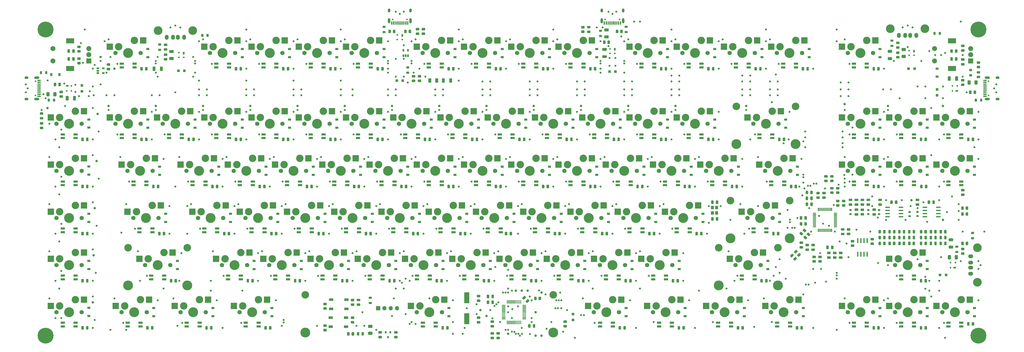
<source format=gbs>
%TF.GenerationSoftware,KiCad,Pcbnew,(5.1.10)-1*%
%TF.CreationDate,2021-11-05T23:24:13-04:00*%
%TF.ProjectId,custom_keyboard (f303),63757374-6f6d-45f6-9b65-79626f617264,rev?*%
%TF.SameCoordinates,Original*%
%TF.FileFunction,Soldermask,Bot*%
%TF.FilePolarity,Negative*%
%FSLAX46Y46*%
G04 Gerber Fmt 4.6, Leading zero omitted, Abs format (unit mm)*
G04 Created by KiCad (PCBNEW (5.1.10)-1) date 2021-11-05 23:24:13*
%MOMM*%
%LPD*%
G01*
G04 APERTURE LIST*
%ADD10R,1.800000X0.900000*%
%ADD11R,2.550000X2.500000*%
%ADD12C,3.000000*%
%ADD13C,1.750000*%
%ADD14C,4.000000*%
%ADD15C,3.048000*%
%ADD16C,3.987800*%
%ADD17O,0.270000X1.500000*%
%ADD18O,1.500000X0.270000*%
%ADD19R,0.650000X1.060000*%
%ADD20R,1.800000X1.100000*%
%ADD21R,1.000000X1.000000*%
%ADD22C,1.000000*%
%ADD23O,1.700000X1.700000*%
%ADD24R,1.700000X1.700000*%
%ADD25R,2.000000X4.500000*%
%ADD26R,1.200000X0.900000*%
%ADD27O,0.588000X2.045000*%
%ADD28R,0.700000X1.000000*%
%ADD29R,0.700000X0.600000*%
%ADD30R,1.000000X0.700000*%
%ADD31R,0.600000X0.700000*%
%ADD32R,0.800000X0.900000*%
%ADD33R,1.060000X0.650000*%
%ADD34O,1.950000X0.568000*%
%ADD35R,1.450000X0.600000*%
%ADD36R,1.450000X0.300000*%
%ADD37C,0.650000*%
%ADD38O,2.100000X1.000000*%
%ADD39O,1.600000X1.000000*%
%ADD40C,3.500000*%
%ADD41O,1.500000X2.000000*%
%ADD42R,1.200000X1.400000*%
%ADD43R,0.600000X1.450000*%
%ADD44R,0.300000X1.450000*%
%ADD45O,1.000000X2.100000*%
%ADD46O,1.000000X1.600000*%
%ADD47O,2.000000X1.500000*%
%ADD48R,0.900000X1.200000*%
%ADD49R,2.000000X2.000000*%
%ADD50C,2.000000*%
%ADD51R,3.200000X2.000000*%
%ADD52C,6.400000*%
%ADD53C,0.800000*%
G04 APERTURE END LIST*
%TO.C,UD14*%
G36*
G01*
X440847200Y-242415950D02*
X440847200Y-243328450D01*
G75*
G02*
X440603450Y-243572200I-243750J0D01*
G01*
X440115950Y-243572200D01*
G75*
G02*
X439872200Y-243328450I0J243750D01*
G01*
X439872200Y-242415950D01*
G75*
G02*
X440115950Y-242172200I243750J0D01*
G01*
X440603450Y-242172200D01*
G75*
G02*
X440847200Y-242415950I0J-243750D01*
G01*
G37*
G36*
G01*
X442722200Y-242415950D02*
X442722200Y-243328450D01*
G75*
G02*
X442478450Y-243572200I-243750J0D01*
G01*
X441990950Y-243572200D01*
G75*
G02*
X441747200Y-243328450I0J243750D01*
G01*
X441747200Y-242415950D01*
G75*
G02*
X441990950Y-242172200I243750J0D01*
G01*
X442478450Y-242172200D01*
G75*
G02*
X442722200Y-242415950I0J-243750D01*
G01*
G37*
%TD*%
%TO.C,UD13*%
G36*
G01*
X436878700Y-242415950D02*
X436878700Y-243328450D01*
G75*
G02*
X436634950Y-243572200I-243750J0D01*
G01*
X436147450Y-243572200D01*
G75*
G02*
X435903700Y-243328450I0J243750D01*
G01*
X435903700Y-242415950D01*
G75*
G02*
X436147450Y-242172200I243750J0D01*
G01*
X436634950Y-242172200D01*
G75*
G02*
X436878700Y-242415950I0J-243750D01*
G01*
G37*
G36*
G01*
X438753700Y-242415950D02*
X438753700Y-243328450D01*
G75*
G02*
X438509950Y-243572200I-243750J0D01*
G01*
X438022450Y-243572200D01*
G75*
G02*
X437778700Y-243328450I0J243750D01*
G01*
X437778700Y-242415950D01*
G75*
G02*
X438022450Y-242172200I243750J0D01*
G01*
X438509950Y-242172200D01*
G75*
G02*
X438753700Y-242415950I0J-243750D01*
G01*
G37*
%TD*%
%TO.C,UD12*%
G36*
G01*
X432910200Y-242415950D02*
X432910200Y-243328450D01*
G75*
G02*
X432666450Y-243572200I-243750J0D01*
G01*
X432178950Y-243572200D01*
G75*
G02*
X431935200Y-243328450I0J243750D01*
G01*
X431935200Y-242415950D01*
G75*
G02*
X432178950Y-242172200I243750J0D01*
G01*
X432666450Y-242172200D01*
G75*
G02*
X432910200Y-242415950I0J-243750D01*
G01*
G37*
G36*
G01*
X434785200Y-242415950D02*
X434785200Y-243328450D01*
G75*
G02*
X434541450Y-243572200I-243750J0D01*
G01*
X434053950Y-243572200D01*
G75*
G02*
X433810200Y-243328450I0J243750D01*
G01*
X433810200Y-242415950D01*
G75*
G02*
X434053950Y-242172200I243750J0D01*
G01*
X434541450Y-242172200D01*
G75*
G02*
X434785200Y-242415950I0J-243750D01*
G01*
G37*
%TD*%
%TO.C,UD11*%
G36*
G01*
X429048000Y-243328450D02*
X429048000Y-242415950D01*
G75*
G02*
X429291750Y-242172200I243750J0D01*
G01*
X429779250Y-242172200D01*
G75*
G02*
X430023000Y-242415950I0J-243750D01*
G01*
X430023000Y-243328450D01*
G75*
G02*
X429779250Y-243572200I-243750J0D01*
G01*
X429291750Y-243572200D01*
G75*
G02*
X429048000Y-243328450I0J243750D01*
G01*
G37*
G36*
G01*
X427173000Y-243328450D02*
X427173000Y-242415950D01*
G75*
G02*
X427416750Y-242172200I243750J0D01*
G01*
X427904250Y-242172200D01*
G75*
G02*
X428148000Y-242415950I0J-243750D01*
G01*
X428148000Y-243328450D01*
G75*
G02*
X427904250Y-243572200I-243750J0D01*
G01*
X427416750Y-243572200D01*
G75*
G02*
X427173000Y-243328450I0J243750D01*
G01*
G37*
%TD*%
%TO.C,UD10*%
G36*
G01*
X425079500Y-243328450D02*
X425079500Y-242415950D01*
G75*
G02*
X425323250Y-242172200I243750J0D01*
G01*
X425810750Y-242172200D01*
G75*
G02*
X426054500Y-242415950I0J-243750D01*
G01*
X426054500Y-243328450D01*
G75*
G02*
X425810750Y-243572200I-243750J0D01*
G01*
X425323250Y-243572200D01*
G75*
G02*
X425079500Y-243328450I0J243750D01*
G01*
G37*
G36*
G01*
X423204500Y-243328450D02*
X423204500Y-242415950D01*
G75*
G02*
X423448250Y-242172200I243750J0D01*
G01*
X423935750Y-242172200D01*
G75*
G02*
X424179500Y-242415950I0J-243750D01*
G01*
X424179500Y-243328450D01*
G75*
G02*
X423935750Y-243572200I-243750J0D01*
G01*
X423448250Y-243572200D01*
G75*
G02*
X423204500Y-243328450I0J243750D01*
G01*
G37*
%TD*%
%TO.C,UD9*%
G36*
G01*
X421111000Y-243328450D02*
X421111000Y-242415950D01*
G75*
G02*
X421354750Y-242172200I243750J0D01*
G01*
X421842250Y-242172200D01*
G75*
G02*
X422086000Y-242415950I0J-243750D01*
G01*
X422086000Y-243328450D01*
G75*
G02*
X421842250Y-243572200I-243750J0D01*
G01*
X421354750Y-243572200D01*
G75*
G02*
X421111000Y-243328450I0J243750D01*
G01*
G37*
G36*
G01*
X419236000Y-243328450D02*
X419236000Y-242415950D01*
G75*
G02*
X419479750Y-242172200I243750J0D01*
G01*
X419967250Y-242172200D01*
G75*
G02*
X420211000Y-242415950I0J-243750D01*
G01*
X420211000Y-243328450D01*
G75*
G02*
X419967250Y-243572200I-243750J0D01*
G01*
X419479750Y-243572200D01*
G75*
G02*
X419236000Y-243328450I0J243750D01*
G01*
G37*
%TD*%
%TO.C,UD8*%
G36*
G01*
X417142500Y-243328450D02*
X417142500Y-242415950D01*
G75*
G02*
X417386250Y-242172200I243750J0D01*
G01*
X417873750Y-242172200D01*
G75*
G02*
X418117500Y-242415950I0J-243750D01*
G01*
X418117500Y-243328450D01*
G75*
G02*
X417873750Y-243572200I-243750J0D01*
G01*
X417386250Y-243572200D01*
G75*
G02*
X417142500Y-243328450I0J243750D01*
G01*
G37*
G36*
G01*
X415267500Y-243328450D02*
X415267500Y-242415950D01*
G75*
G02*
X415511250Y-242172200I243750J0D01*
G01*
X415998750Y-242172200D01*
G75*
G02*
X416242500Y-242415950I0J-243750D01*
G01*
X416242500Y-243328450D01*
G75*
G02*
X415998750Y-243572200I-243750J0D01*
G01*
X415511250Y-243572200D01*
G75*
G02*
X415267500Y-243328450I0J243750D01*
G01*
G37*
%TD*%
%TO.C,U14*%
G36*
G01*
X265370600Y-277857800D02*
X265370600Y-276532800D01*
G75*
G02*
X265445600Y-276457800I75000J0D01*
G01*
X265595600Y-276457800D01*
G75*
G02*
X265670600Y-276532800I0J-75000D01*
G01*
X265670600Y-277857800D01*
G75*
G02*
X265595600Y-277932800I-75000J0D01*
G01*
X265445600Y-277932800D01*
G75*
G02*
X265370600Y-277857800I0J75000D01*
G01*
G37*
G36*
G01*
X265870600Y-277857800D02*
X265870600Y-276532800D01*
G75*
G02*
X265945600Y-276457800I75000J0D01*
G01*
X266095600Y-276457800D01*
G75*
G02*
X266170600Y-276532800I0J-75000D01*
G01*
X266170600Y-277857800D01*
G75*
G02*
X266095600Y-277932800I-75000J0D01*
G01*
X265945600Y-277932800D01*
G75*
G02*
X265870600Y-277857800I0J75000D01*
G01*
G37*
G36*
G01*
X266370600Y-277857800D02*
X266370600Y-276532800D01*
G75*
G02*
X266445600Y-276457800I75000J0D01*
G01*
X266595600Y-276457800D01*
G75*
G02*
X266670600Y-276532800I0J-75000D01*
G01*
X266670600Y-277857800D01*
G75*
G02*
X266595600Y-277932800I-75000J0D01*
G01*
X266445600Y-277932800D01*
G75*
G02*
X266370600Y-277857800I0J75000D01*
G01*
G37*
G36*
G01*
X266870600Y-277857800D02*
X266870600Y-276532800D01*
G75*
G02*
X266945600Y-276457800I75000J0D01*
G01*
X267095600Y-276457800D01*
G75*
G02*
X267170600Y-276532800I0J-75000D01*
G01*
X267170600Y-277857800D01*
G75*
G02*
X267095600Y-277932800I-75000J0D01*
G01*
X266945600Y-277932800D01*
G75*
G02*
X266870600Y-277857800I0J75000D01*
G01*
G37*
G36*
G01*
X267370600Y-277857800D02*
X267370600Y-276532800D01*
G75*
G02*
X267445600Y-276457800I75000J0D01*
G01*
X267595600Y-276457800D01*
G75*
G02*
X267670600Y-276532800I0J-75000D01*
G01*
X267670600Y-277857800D01*
G75*
G02*
X267595600Y-277932800I-75000J0D01*
G01*
X267445600Y-277932800D01*
G75*
G02*
X267370600Y-277857800I0J75000D01*
G01*
G37*
G36*
G01*
X267870600Y-277857800D02*
X267870600Y-276532800D01*
G75*
G02*
X267945600Y-276457800I75000J0D01*
G01*
X268095600Y-276457800D01*
G75*
G02*
X268170600Y-276532800I0J-75000D01*
G01*
X268170600Y-277857800D01*
G75*
G02*
X268095600Y-277932800I-75000J0D01*
G01*
X267945600Y-277932800D01*
G75*
G02*
X267870600Y-277857800I0J75000D01*
G01*
G37*
G36*
G01*
X268370600Y-277857800D02*
X268370600Y-276532800D01*
G75*
G02*
X268445600Y-276457800I75000J0D01*
G01*
X268595600Y-276457800D01*
G75*
G02*
X268670600Y-276532800I0J-75000D01*
G01*
X268670600Y-277857800D01*
G75*
G02*
X268595600Y-277932800I-75000J0D01*
G01*
X268445600Y-277932800D01*
G75*
G02*
X268370600Y-277857800I0J75000D01*
G01*
G37*
G36*
G01*
X268870600Y-277857800D02*
X268870600Y-276532800D01*
G75*
G02*
X268945600Y-276457800I75000J0D01*
G01*
X269095600Y-276457800D01*
G75*
G02*
X269170600Y-276532800I0J-75000D01*
G01*
X269170600Y-277857800D01*
G75*
G02*
X269095600Y-277932800I-75000J0D01*
G01*
X268945600Y-277932800D01*
G75*
G02*
X268870600Y-277857800I0J75000D01*
G01*
G37*
G36*
G01*
X269370600Y-277857800D02*
X269370600Y-276532800D01*
G75*
G02*
X269445600Y-276457800I75000J0D01*
G01*
X269595600Y-276457800D01*
G75*
G02*
X269670600Y-276532800I0J-75000D01*
G01*
X269670600Y-277857800D01*
G75*
G02*
X269595600Y-277932800I-75000J0D01*
G01*
X269445600Y-277932800D01*
G75*
G02*
X269370600Y-277857800I0J75000D01*
G01*
G37*
G36*
G01*
X269870600Y-277857800D02*
X269870600Y-276532800D01*
G75*
G02*
X269945600Y-276457800I75000J0D01*
G01*
X270095600Y-276457800D01*
G75*
G02*
X270170600Y-276532800I0J-75000D01*
G01*
X270170600Y-277857800D01*
G75*
G02*
X270095600Y-277932800I-75000J0D01*
G01*
X269945600Y-277932800D01*
G75*
G02*
X269870600Y-277857800I0J75000D01*
G01*
G37*
G36*
G01*
X270370600Y-277857800D02*
X270370600Y-276532800D01*
G75*
G02*
X270445600Y-276457800I75000J0D01*
G01*
X270595600Y-276457800D01*
G75*
G02*
X270670600Y-276532800I0J-75000D01*
G01*
X270670600Y-277857800D01*
G75*
G02*
X270595600Y-277932800I-75000J0D01*
G01*
X270445600Y-277932800D01*
G75*
G02*
X270370600Y-277857800I0J75000D01*
G01*
G37*
G36*
G01*
X270870600Y-277857800D02*
X270870600Y-276532800D01*
G75*
G02*
X270945600Y-276457800I75000J0D01*
G01*
X271095600Y-276457800D01*
G75*
G02*
X271170600Y-276532800I0J-75000D01*
G01*
X271170600Y-277857800D01*
G75*
G02*
X271095600Y-277932800I-75000J0D01*
G01*
X270945600Y-277932800D01*
G75*
G02*
X270870600Y-277857800I0J75000D01*
G01*
G37*
G36*
G01*
X271695600Y-275857800D02*
X271695600Y-275707800D01*
G75*
G02*
X271770600Y-275632800I75000J0D01*
G01*
X273095600Y-275632800D01*
G75*
G02*
X273170600Y-275707800I0J-75000D01*
G01*
X273170600Y-275857800D01*
G75*
G02*
X273095600Y-275932800I-75000J0D01*
G01*
X271770600Y-275932800D01*
G75*
G02*
X271695600Y-275857800I0J75000D01*
G01*
G37*
G36*
G01*
X271695600Y-275357800D02*
X271695600Y-275207800D01*
G75*
G02*
X271770600Y-275132800I75000J0D01*
G01*
X273095600Y-275132800D01*
G75*
G02*
X273170600Y-275207800I0J-75000D01*
G01*
X273170600Y-275357800D01*
G75*
G02*
X273095600Y-275432800I-75000J0D01*
G01*
X271770600Y-275432800D01*
G75*
G02*
X271695600Y-275357800I0J75000D01*
G01*
G37*
G36*
G01*
X271695600Y-274857800D02*
X271695600Y-274707800D01*
G75*
G02*
X271770600Y-274632800I75000J0D01*
G01*
X273095600Y-274632800D01*
G75*
G02*
X273170600Y-274707800I0J-75000D01*
G01*
X273170600Y-274857800D01*
G75*
G02*
X273095600Y-274932800I-75000J0D01*
G01*
X271770600Y-274932800D01*
G75*
G02*
X271695600Y-274857800I0J75000D01*
G01*
G37*
G36*
G01*
X271695600Y-274357800D02*
X271695600Y-274207800D01*
G75*
G02*
X271770600Y-274132800I75000J0D01*
G01*
X273095600Y-274132800D01*
G75*
G02*
X273170600Y-274207800I0J-75000D01*
G01*
X273170600Y-274357800D01*
G75*
G02*
X273095600Y-274432800I-75000J0D01*
G01*
X271770600Y-274432800D01*
G75*
G02*
X271695600Y-274357800I0J75000D01*
G01*
G37*
G36*
G01*
X271695600Y-273857800D02*
X271695600Y-273707800D01*
G75*
G02*
X271770600Y-273632800I75000J0D01*
G01*
X273095600Y-273632800D01*
G75*
G02*
X273170600Y-273707800I0J-75000D01*
G01*
X273170600Y-273857800D01*
G75*
G02*
X273095600Y-273932800I-75000J0D01*
G01*
X271770600Y-273932800D01*
G75*
G02*
X271695600Y-273857800I0J75000D01*
G01*
G37*
G36*
G01*
X271695600Y-273357800D02*
X271695600Y-273207800D01*
G75*
G02*
X271770600Y-273132800I75000J0D01*
G01*
X273095600Y-273132800D01*
G75*
G02*
X273170600Y-273207800I0J-75000D01*
G01*
X273170600Y-273357800D01*
G75*
G02*
X273095600Y-273432800I-75000J0D01*
G01*
X271770600Y-273432800D01*
G75*
G02*
X271695600Y-273357800I0J75000D01*
G01*
G37*
G36*
G01*
X271695600Y-272857800D02*
X271695600Y-272707800D01*
G75*
G02*
X271770600Y-272632800I75000J0D01*
G01*
X273095600Y-272632800D01*
G75*
G02*
X273170600Y-272707800I0J-75000D01*
G01*
X273170600Y-272857800D01*
G75*
G02*
X273095600Y-272932800I-75000J0D01*
G01*
X271770600Y-272932800D01*
G75*
G02*
X271695600Y-272857800I0J75000D01*
G01*
G37*
G36*
G01*
X271695600Y-272357800D02*
X271695600Y-272207800D01*
G75*
G02*
X271770600Y-272132800I75000J0D01*
G01*
X273095600Y-272132800D01*
G75*
G02*
X273170600Y-272207800I0J-75000D01*
G01*
X273170600Y-272357800D01*
G75*
G02*
X273095600Y-272432800I-75000J0D01*
G01*
X271770600Y-272432800D01*
G75*
G02*
X271695600Y-272357800I0J75000D01*
G01*
G37*
G36*
G01*
X271695600Y-271857800D02*
X271695600Y-271707800D01*
G75*
G02*
X271770600Y-271632800I75000J0D01*
G01*
X273095600Y-271632800D01*
G75*
G02*
X273170600Y-271707800I0J-75000D01*
G01*
X273170600Y-271857800D01*
G75*
G02*
X273095600Y-271932800I-75000J0D01*
G01*
X271770600Y-271932800D01*
G75*
G02*
X271695600Y-271857800I0J75000D01*
G01*
G37*
G36*
G01*
X271695600Y-271357800D02*
X271695600Y-271207800D01*
G75*
G02*
X271770600Y-271132800I75000J0D01*
G01*
X273095600Y-271132800D01*
G75*
G02*
X273170600Y-271207800I0J-75000D01*
G01*
X273170600Y-271357800D01*
G75*
G02*
X273095600Y-271432800I-75000J0D01*
G01*
X271770600Y-271432800D01*
G75*
G02*
X271695600Y-271357800I0J75000D01*
G01*
G37*
G36*
G01*
X271695600Y-270857800D02*
X271695600Y-270707800D01*
G75*
G02*
X271770600Y-270632800I75000J0D01*
G01*
X273095600Y-270632800D01*
G75*
G02*
X273170600Y-270707800I0J-75000D01*
G01*
X273170600Y-270857800D01*
G75*
G02*
X273095600Y-270932800I-75000J0D01*
G01*
X271770600Y-270932800D01*
G75*
G02*
X271695600Y-270857800I0J75000D01*
G01*
G37*
G36*
G01*
X271695600Y-270357800D02*
X271695600Y-270207800D01*
G75*
G02*
X271770600Y-270132800I75000J0D01*
G01*
X273095600Y-270132800D01*
G75*
G02*
X273170600Y-270207800I0J-75000D01*
G01*
X273170600Y-270357800D01*
G75*
G02*
X273095600Y-270432800I-75000J0D01*
G01*
X271770600Y-270432800D01*
G75*
G02*
X271695600Y-270357800I0J75000D01*
G01*
G37*
G36*
G01*
X270870600Y-269532800D02*
X270870600Y-268207800D01*
G75*
G02*
X270945600Y-268132800I75000J0D01*
G01*
X271095600Y-268132800D01*
G75*
G02*
X271170600Y-268207800I0J-75000D01*
G01*
X271170600Y-269532800D01*
G75*
G02*
X271095600Y-269607800I-75000J0D01*
G01*
X270945600Y-269607800D01*
G75*
G02*
X270870600Y-269532800I0J75000D01*
G01*
G37*
G36*
G01*
X270370600Y-269532800D02*
X270370600Y-268207800D01*
G75*
G02*
X270445600Y-268132800I75000J0D01*
G01*
X270595600Y-268132800D01*
G75*
G02*
X270670600Y-268207800I0J-75000D01*
G01*
X270670600Y-269532800D01*
G75*
G02*
X270595600Y-269607800I-75000J0D01*
G01*
X270445600Y-269607800D01*
G75*
G02*
X270370600Y-269532800I0J75000D01*
G01*
G37*
G36*
G01*
X269870600Y-269532800D02*
X269870600Y-268207800D01*
G75*
G02*
X269945600Y-268132800I75000J0D01*
G01*
X270095600Y-268132800D01*
G75*
G02*
X270170600Y-268207800I0J-75000D01*
G01*
X270170600Y-269532800D01*
G75*
G02*
X270095600Y-269607800I-75000J0D01*
G01*
X269945600Y-269607800D01*
G75*
G02*
X269870600Y-269532800I0J75000D01*
G01*
G37*
G36*
G01*
X269370600Y-269532800D02*
X269370600Y-268207800D01*
G75*
G02*
X269445600Y-268132800I75000J0D01*
G01*
X269595600Y-268132800D01*
G75*
G02*
X269670600Y-268207800I0J-75000D01*
G01*
X269670600Y-269532800D01*
G75*
G02*
X269595600Y-269607800I-75000J0D01*
G01*
X269445600Y-269607800D01*
G75*
G02*
X269370600Y-269532800I0J75000D01*
G01*
G37*
G36*
G01*
X268870600Y-269532800D02*
X268870600Y-268207800D01*
G75*
G02*
X268945600Y-268132800I75000J0D01*
G01*
X269095600Y-268132800D01*
G75*
G02*
X269170600Y-268207800I0J-75000D01*
G01*
X269170600Y-269532800D01*
G75*
G02*
X269095600Y-269607800I-75000J0D01*
G01*
X268945600Y-269607800D01*
G75*
G02*
X268870600Y-269532800I0J75000D01*
G01*
G37*
G36*
G01*
X268370600Y-269532800D02*
X268370600Y-268207800D01*
G75*
G02*
X268445600Y-268132800I75000J0D01*
G01*
X268595600Y-268132800D01*
G75*
G02*
X268670600Y-268207800I0J-75000D01*
G01*
X268670600Y-269532800D01*
G75*
G02*
X268595600Y-269607800I-75000J0D01*
G01*
X268445600Y-269607800D01*
G75*
G02*
X268370600Y-269532800I0J75000D01*
G01*
G37*
G36*
G01*
X267870600Y-269532800D02*
X267870600Y-268207800D01*
G75*
G02*
X267945600Y-268132800I75000J0D01*
G01*
X268095600Y-268132800D01*
G75*
G02*
X268170600Y-268207800I0J-75000D01*
G01*
X268170600Y-269532800D01*
G75*
G02*
X268095600Y-269607800I-75000J0D01*
G01*
X267945600Y-269607800D01*
G75*
G02*
X267870600Y-269532800I0J75000D01*
G01*
G37*
G36*
G01*
X267370600Y-269532800D02*
X267370600Y-268207800D01*
G75*
G02*
X267445600Y-268132800I75000J0D01*
G01*
X267595600Y-268132800D01*
G75*
G02*
X267670600Y-268207800I0J-75000D01*
G01*
X267670600Y-269532800D01*
G75*
G02*
X267595600Y-269607800I-75000J0D01*
G01*
X267445600Y-269607800D01*
G75*
G02*
X267370600Y-269532800I0J75000D01*
G01*
G37*
G36*
G01*
X266870600Y-269532800D02*
X266870600Y-268207800D01*
G75*
G02*
X266945600Y-268132800I75000J0D01*
G01*
X267095600Y-268132800D01*
G75*
G02*
X267170600Y-268207800I0J-75000D01*
G01*
X267170600Y-269532800D01*
G75*
G02*
X267095600Y-269607800I-75000J0D01*
G01*
X266945600Y-269607800D01*
G75*
G02*
X266870600Y-269532800I0J75000D01*
G01*
G37*
G36*
G01*
X266370600Y-269532800D02*
X266370600Y-268207800D01*
G75*
G02*
X266445600Y-268132800I75000J0D01*
G01*
X266595600Y-268132800D01*
G75*
G02*
X266670600Y-268207800I0J-75000D01*
G01*
X266670600Y-269532800D01*
G75*
G02*
X266595600Y-269607800I-75000J0D01*
G01*
X266445600Y-269607800D01*
G75*
G02*
X266370600Y-269532800I0J75000D01*
G01*
G37*
G36*
G01*
X265870600Y-269532800D02*
X265870600Y-268207800D01*
G75*
G02*
X265945600Y-268132800I75000J0D01*
G01*
X266095600Y-268132800D01*
G75*
G02*
X266170600Y-268207800I0J-75000D01*
G01*
X266170600Y-269532800D01*
G75*
G02*
X266095600Y-269607800I-75000J0D01*
G01*
X265945600Y-269607800D01*
G75*
G02*
X265870600Y-269532800I0J75000D01*
G01*
G37*
G36*
G01*
X265370600Y-269532800D02*
X265370600Y-268207800D01*
G75*
G02*
X265445600Y-268132800I75000J0D01*
G01*
X265595600Y-268132800D01*
G75*
G02*
X265670600Y-268207800I0J-75000D01*
G01*
X265670600Y-269532800D01*
G75*
G02*
X265595600Y-269607800I-75000J0D01*
G01*
X265445600Y-269607800D01*
G75*
G02*
X265370600Y-269532800I0J75000D01*
G01*
G37*
G36*
G01*
X263370600Y-270357800D02*
X263370600Y-270207800D01*
G75*
G02*
X263445600Y-270132800I75000J0D01*
G01*
X264770600Y-270132800D01*
G75*
G02*
X264845600Y-270207800I0J-75000D01*
G01*
X264845600Y-270357800D01*
G75*
G02*
X264770600Y-270432800I-75000J0D01*
G01*
X263445600Y-270432800D01*
G75*
G02*
X263370600Y-270357800I0J75000D01*
G01*
G37*
G36*
G01*
X263370600Y-270857800D02*
X263370600Y-270707800D01*
G75*
G02*
X263445600Y-270632800I75000J0D01*
G01*
X264770600Y-270632800D01*
G75*
G02*
X264845600Y-270707800I0J-75000D01*
G01*
X264845600Y-270857800D01*
G75*
G02*
X264770600Y-270932800I-75000J0D01*
G01*
X263445600Y-270932800D01*
G75*
G02*
X263370600Y-270857800I0J75000D01*
G01*
G37*
G36*
G01*
X263370600Y-271357800D02*
X263370600Y-271207800D01*
G75*
G02*
X263445600Y-271132800I75000J0D01*
G01*
X264770600Y-271132800D01*
G75*
G02*
X264845600Y-271207800I0J-75000D01*
G01*
X264845600Y-271357800D01*
G75*
G02*
X264770600Y-271432800I-75000J0D01*
G01*
X263445600Y-271432800D01*
G75*
G02*
X263370600Y-271357800I0J75000D01*
G01*
G37*
G36*
G01*
X263370600Y-271857800D02*
X263370600Y-271707800D01*
G75*
G02*
X263445600Y-271632800I75000J0D01*
G01*
X264770600Y-271632800D01*
G75*
G02*
X264845600Y-271707800I0J-75000D01*
G01*
X264845600Y-271857800D01*
G75*
G02*
X264770600Y-271932800I-75000J0D01*
G01*
X263445600Y-271932800D01*
G75*
G02*
X263370600Y-271857800I0J75000D01*
G01*
G37*
G36*
G01*
X263370600Y-272357800D02*
X263370600Y-272207800D01*
G75*
G02*
X263445600Y-272132800I75000J0D01*
G01*
X264770600Y-272132800D01*
G75*
G02*
X264845600Y-272207800I0J-75000D01*
G01*
X264845600Y-272357800D01*
G75*
G02*
X264770600Y-272432800I-75000J0D01*
G01*
X263445600Y-272432800D01*
G75*
G02*
X263370600Y-272357800I0J75000D01*
G01*
G37*
G36*
G01*
X263370600Y-272857800D02*
X263370600Y-272707800D01*
G75*
G02*
X263445600Y-272632800I75000J0D01*
G01*
X264770600Y-272632800D01*
G75*
G02*
X264845600Y-272707800I0J-75000D01*
G01*
X264845600Y-272857800D01*
G75*
G02*
X264770600Y-272932800I-75000J0D01*
G01*
X263445600Y-272932800D01*
G75*
G02*
X263370600Y-272857800I0J75000D01*
G01*
G37*
G36*
G01*
X263370600Y-273357800D02*
X263370600Y-273207800D01*
G75*
G02*
X263445600Y-273132800I75000J0D01*
G01*
X264770600Y-273132800D01*
G75*
G02*
X264845600Y-273207800I0J-75000D01*
G01*
X264845600Y-273357800D01*
G75*
G02*
X264770600Y-273432800I-75000J0D01*
G01*
X263445600Y-273432800D01*
G75*
G02*
X263370600Y-273357800I0J75000D01*
G01*
G37*
G36*
G01*
X263370600Y-273857800D02*
X263370600Y-273707800D01*
G75*
G02*
X263445600Y-273632800I75000J0D01*
G01*
X264770600Y-273632800D01*
G75*
G02*
X264845600Y-273707800I0J-75000D01*
G01*
X264845600Y-273857800D01*
G75*
G02*
X264770600Y-273932800I-75000J0D01*
G01*
X263445600Y-273932800D01*
G75*
G02*
X263370600Y-273857800I0J75000D01*
G01*
G37*
G36*
G01*
X263370600Y-274357800D02*
X263370600Y-274207800D01*
G75*
G02*
X263445600Y-274132800I75000J0D01*
G01*
X264770600Y-274132800D01*
G75*
G02*
X264845600Y-274207800I0J-75000D01*
G01*
X264845600Y-274357800D01*
G75*
G02*
X264770600Y-274432800I-75000J0D01*
G01*
X263445600Y-274432800D01*
G75*
G02*
X263370600Y-274357800I0J75000D01*
G01*
G37*
G36*
G01*
X263370600Y-274857800D02*
X263370600Y-274707800D01*
G75*
G02*
X263445600Y-274632800I75000J0D01*
G01*
X264770600Y-274632800D01*
G75*
G02*
X264845600Y-274707800I0J-75000D01*
G01*
X264845600Y-274857800D01*
G75*
G02*
X264770600Y-274932800I-75000J0D01*
G01*
X263445600Y-274932800D01*
G75*
G02*
X263370600Y-274857800I0J75000D01*
G01*
G37*
G36*
G01*
X263370600Y-275357800D02*
X263370600Y-275207800D01*
G75*
G02*
X263445600Y-275132800I75000J0D01*
G01*
X264770600Y-275132800D01*
G75*
G02*
X264845600Y-275207800I0J-75000D01*
G01*
X264845600Y-275357800D01*
G75*
G02*
X264770600Y-275432800I-75000J0D01*
G01*
X263445600Y-275432800D01*
G75*
G02*
X263370600Y-275357800I0J75000D01*
G01*
G37*
G36*
G01*
X263370600Y-275857800D02*
X263370600Y-275707800D01*
G75*
G02*
X263445600Y-275632800I75000J0D01*
G01*
X264770600Y-275632800D01*
G75*
G02*
X264845600Y-275707800I0J-75000D01*
G01*
X264845600Y-275857800D01*
G75*
G02*
X264770600Y-275932800I-75000J0D01*
G01*
X263445600Y-275932800D01*
G75*
G02*
X263370600Y-275857800I0J75000D01*
G01*
G37*
%TD*%
D10*
%TO.C,MX84*%
X308174500Y-278832800D03*
X308174500Y-277332800D03*
X302974500Y-278832800D03*
X302974500Y-277332800D03*
D11*
X311589500Y-267952800D03*
X298164500Y-270492800D03*
D12*
X308114500Y-267952800D03*
X301764500Y-270492800D03*
D13*
X310654500Y-273032800D03*
X300494500Y-273032800D03*
D14*
X305574500Y-273032800D03*
%TD*%
D10*
%TO.C,MX14*%
X410561800Y-174064400D03*
X410561800Y-172564400D03*
X405361800Y-174064400D03*
X405361800Y-172564400D03*
D11*
X413976800Y-163184400D03*
X400551800Y-165724400D03*
D12*
X410501800Y-163184400D03*
X404151800Y-165724400D03*
D13*
X413041800Y-168264400D03*
X402881800Y-168264400D03*
D14*
X407961800Y-168264400D03*
%TD*%
%TO.C,R27*%
G36*
G01*
X277395000Y-267026898D02*
X277395000Y-267926902D01*
G75*
G02*
X277145002Y-268176900I-249998J0D01*
G01*
X276619998Y-268176900D01*
G75*
G02*
X276370000Y-267926902I0J249998D01*
G01*
X276370000Y-267026898D01*
G75*
G02*
X276619998Y-266776900I249998J0D01*
G01*
X277145002Y-266776900D01*
G75*
G02*
X277395000Y-267026898I0J-249998D01*
G01*
G37*
G36*
G01*
X279220000Y-267026898D02*
X279220000Y-267926902D01*
G75*
G02*
X278970002Y-268176900I-249998J0D01*
G01*
X278444998Y-268176900D01*
G75*
G02*
X278195000Y-267926902I0J249998D01*
G01*
X278195000Y-267026898D01*
G75*
G02*
X278444998Y-266776900I249998J0D01*
G01*
X278970002Y-266776900D01*
G75*
G02*
X279220000Y-267026898I0J-249998D01*
G01*
G37*
%TD*%
%TO.C,R65*%
G36*
G01*
X229722998Y-178982500D02*
X230623002Y-178982500D01*
G75*
G02*
X230873000Y-179232498I0J-249998D01*
G01*
X230873000Y-179757502D01*
G75*
G02*
X230623002Y-180007500I-249998J0D01*
G01*
X229722998Y-180007500D01*
G75*
G02*
X229473000Y-179757502I0J249998D01*
G01*
X229473000Y-179232498D01*
G75*
G02*
X229722998Y-178982500I249998J0D01*
G01*
G37*
G36*
G01*
X229722998Y-177157500D02*
X230623002Y-177157500D01*
G75*
G02*
X230873000Y-177407498I0J-249998D01*
G01*
X230873000Y-177932502D01*
G75*
G02*
X230623002Y-178182500I-249998J0D01*
G01*
X229722998Y-178182500D01*
G75*
G02*
X229473000Y-177932502I0J249998D01*
G01*
X229473000Y-177407498D01*
G75*
G02*
X229722998Y-177157500I249998J0D01*
G01*
G37*
%TD*%
%TO.C,D12*%
G36*
G01*
X228248150Y-178132500D02*
X227335650Y-178132500D01*
G75*
G02*
X227091900Y-177888750I0J243750D01*
G01*
X227091900Y-177401250D01*
G75*
G02*
X227335650Y-177157500I243750J0D01*
G01*
X228248150Y-177157500D01*
G75*
G02*
X228491900Y-177401250I0J-243750D01*
G01*
X228491900Y-177888750D01*
G75*
G02*
X228248150Y-178132500I-243750J0D01*
G01*
G37*
G36*
G01*
X228248150Y-180007500D02*
X227335650Y-180007500D01*
G75*
G02*
X227091900Y-179763750I0J243750D01*
G01*
X227091900Y-179276250D01*
G75*
G02*
X227335650Y-179032500I243750J0D01*
G01*
X228248150Y-179032500D01*
G75*
G02*
X228491900Y-179276250I0J-243750D01*
G01*
X228491900Y-179763750D01*
G75*
G02*
X228248150Y-180007500I-243750J0D01*
G01*
G37*
%TD*%
%TO.C,R64*%
G36*
G01*
X202793500Y-282258502D02*
X202793500Y-281358498D01*
G75*
G02*
X203043498Y-281108500I249998J0D01*
G01*
X203568502Y-281108500D01*
G75*
G02*
X203818500Y-281358498I0J-249998D01*
G01*
X203818500Y-282258502D01*
G75*
G02*
X203568502Y-282508500I-249998J0D01*
G01*
X203043498Y-282508500D01*
G75*
G02*
X202793500Y-282258502I0J249998D01*
G01*
G37*
G36*
G01*
X200968500Y-282258502D02*
X200968500Y-281358498D01*
G75*
G02*
X201218498Y-281108500I249998J0D01*
G01*
X201743502Y-281108500D01*
G75*
G02*
X201993500Y-281358498I0J-249998D01*
G01*
X201993500Y-282258502D01*
G75*
G02*
X201743502Y-282508500I-249998J0D01*
G01*
X201218498Y-282508500D01*
G75*
G02*
X200968500Y-282258502I0J249998D01*
G01*
G37*
%TD*%
%TO.C,D11*%
G36*
G01*
X206812000Y-282219750D02*
X206812000Y-281307250D01*
G75*
G02*
X207055750Y-281063500I243750J0D01*
G01*
X207543250Y-281063500D01*
G75*
G02*
X207787000Y-281307250I0J-243750D01*
G01*
X207787000Y-282219750D01*
G75*
G02*
X207543250Y-282463500I-243750J0D01*
G01*
X207055750Y-282463500D01*
G75*
G02*
X206812000Y-282219750I0J243750D01*
G01*
G37*
G36*
G01*
X204937000Y-282219750D02*
X204937000Y-281307250D01*
G75*
G02*
X205180750Y-281063500I243750J0D01*
G01*
X205668250Y-281063500D01*
G75*
G02*
X205912000Y-281307250I0J-243750D01*
G01*
X205912000Y-282219750D01*
G75*
G02*
X205668250Y-282463500I-243750J0D01*
G01*
X205180750Y-282463500D01*
G75*
G02*
X204937000Y-282219750I0J243750D01*
G01*
G37*
%TD*%
D15*
%TO.C,MX64*%
X379421100Y-227950200D03*
X355545100Y-227950200D03*
D16*
X379421100Y-243190200D03*
X355545100Y-243190200D03*
D10*
X370083100Y-240735200D03*
X370083100Y-239235200D03*
X364883100Y-240735200D03*
X364883100Y-239235200D03*
D11*
X373498100Y-229855200D03*
X360073100Y-232395200D03*
D12*
X370023100Y-229855200D03*
X363673100Y-232395200D03*
D13*
X372563100Y-234935200D03*
X362403100Y-234935200D03*
D14*
X367483100Y-234935200D03*
%TD*%
D17*
%TO.C,FE2.1*%
X396425200Y-239978900D03*
X395925200Y-239978900D03*
X395425200Y-239978900D03*
X394925200Y-239978900D03*
X394425200Y-239978900D03*
X393925200Y-239978900D03*
X393425200Y-239978900D03*
X392925200Y-239978900D03*
X392425200Y-239978900D03*
X391925200Y-239978900D03*
X391425200Y-239978900D03*
X390925200Y-239978900D03*
D18*
X389425200Y-238478900D03*
X389425200Y-237978900D03*
X389425200Y-237478900D03*
X389425200Y-236978900D03*
X389425200Y-236478900D03*
X389425200Y-235978900D03*
X389425200Y-235478900D03*
X389425200Y-234978900D03*
X389425200Y-234478900D03*
X389425200Y-233978900D03*
X389425200Y-233478900D03*
X389425200Y-232978900D03*
D17*
X390925200Y-231478900D03*
X391425200Y-231478900D03*
X391925200Y-231478900D03*
X392425200Y-231478900D03*
X392925200Y-231478900D03*
X393425200Y-231478900D03*
X393925200Y-231478900D03*
X394425200Y-231478900D03*
X394925200Y-231478900D03*
X395425200Y-231478900D03*
X395925200Y-231478900D03*
X396425200Y-231478900D03*
D18*
X397925200Y-232978900D03*
X397925200Y-233478900D03*
X397925200Y-233978900D03*
X397925200Y-234478900D03*
X397925200Y-234978900D03*
X397925200Y-235478900D03*
X397925200Y-235978900D03*
X397925200Y-236478900D03*
X397925200Y-236978900D03*
X397925200Y-237478900D03*
X397925200Y-237978900D03*
X397925200Y-238478900D03*
%TD*%
%TO.C,R24*%
G36*
G01*
X191625398Y-271051700D02*
X192525402Y-271051700D01*
G75*
G02*
X192775400Y-271301698I0J-249998D01*
G01*
X192775400Y-271826702D01*
G75*
G02*
X192525402Y-272076700I-249998J0D01*
G01*
X191625398Y-272076700D01*
G75*
G02*
X191375400Y-271826702I0J249998D01*
G01*
X191375400Y-271301698D01*
G75*
G02*
X191625398Y-271051700I249998J0D01*
G01*
G37*
G36*
G01*
X191625398Y-269226700D02*
X192525402Y-269226700D01*
G75*
G02*
X192775400Y-269476698I0J-249998D01*
G01*
X192775400Y-270001702D01*
G75*
G02*
X192525402Y-270251700I-249998J0D01*
G01*
X191625398Y-270251700D01*
G75*
G02*
X191375400Y-270001702I0J249998D01*
G01*
X191375400Y-269476698D01*
G75*
G02*
X191625398Y-269226700I249998J0D01*
G01*
G37*
%TD*%
%TO.C,R25*%
G36*
G01*
X202737198Y-276607600D02*
X203637202Y-276607600D01*
G75*
G02*
X203887200Y-276857598I0J-249998D01*
G01*
X203887200Y-277382602D01*
G75*
G02*
X203637202Y-277632600I-249998J0D01*
G01*
X202737198Y-277632600D01*
G75*
G02*
X202487200Y-277382602I0J249998D01*
G01*
X202487200Y-276857598D01*
G75*
G02*
X202737198Y-276607600I249998J0D01*
G01*
G37*
G36*
G01*
X202737198Y-274782600D02*
X203637202Y-274782600D01*
G75*
G02*
X203887200Y-275032598I0J-249998D01*
G01*
X203887200Y-275557602D01*
G75*
G02*
X203637202Y-275807600I-249998J0D01*
G01*
X202737198Y-275807600D01*
G75*
G02*
X202487200Y-275557602I0J249998D01*
G01*
X202487200Y-275032598D01*
G75*
G02*
X202737198Y-274782600I249998J0D01*
G01*
G37*
%TD*%
%TO.C,R19*%
G36*
G01*
X192525402Y-278982400D02*
X191625398Y-278982400D01*
G75*
G02*
X191375400Y-278732402I0J249998D01*
G01*
X191375400Y-278207398D01*
G75*
G02*
X191625398Y-277957400I249998J0D01*
G01*
X192525402Y-277957400D01*
G75*
G02*
X192775400Y-278207398I0J-249998D01*
G01*
X192775400Y-278732402D01*
G75*
G02*
X192525402Y-278982400I-249998J0D01*
G01*
G37*
G36*
G01*
X192525402Y-280807400D02*
X191625398Y-280807400D01*
G75*
G02*
X191375400Y-280557402I0J249998D01*
G01*
X191375400Y-280032398D01*
G75*
G02*
X191625398Y-279782400I249998J0D01*
G01*
X192525402Y-279782400D01*
G75*
G02*
X192775400Y-280032398I0J-249998D01*
G01*
X192775400Y-280557402D01*
G75*
G02*
X192525402Y-280807400I-249998J0D01*
G01*
G37*
%TD*%
%TO.C,R56*%
G36*
G01*
X453602700Y-184588402D02*
X453602700Y-183688398D01*
G75*
G02*
X453852698Y-183438400I249998J0D01*
G01*
X454377702Y-183438400D01*
G75*
G02*
X454627700Y-183688398I0J-249998D01*
G01*
X454627700Y-184588402D01*
G75*
G02*
X454377702Y-184838400I-249998J0D01*
G01*
X453852698Y-184838400D01*
G75*
G02*
X453602700Y-184588402I0J249998D01*
G01*
G37*
G36*
G01*
X451777700Y-184588402D02*
X451777700Y-183688398D01*
G75*
G02*
X452027698Y-183438400I249998J0D01*
G01*
X452552702Y-183438400D01*
G75*
G02*
X452802700Y-183688398I0J-249998D01*
G01*
X452802700Y-184588402D01*
G75*
G02*
X452552702Y-184838400I-249998J0D01*
G01*
X452027698Y-184838400D01*
G75*
G02*
X451777700Y-184588402I0J249998D01*
G01*
G37*
%TD*%
%TO.C,R50*%
G36*
G01*
X448784198Y-180569900D02*
X449684202Y-180569900D01*
G75*
G02*
X449934200Y-180819898I0J-249998D01*
G01*
X449934200Y-181344902D01*
G75*
G02*
X449684202Y-181594900I-249998J0D01*
G01*
X448784198Y-181594900D01*
G75*
G02*
X448534200Y-181344902I0J249998D01*
G01*
X448534200Y-180819898D01*
G75*
G02*
X448784198Y-180569900I249998J0D01*
G01*
G37*
G36*
G01*
X448784198Y-178744900D02*
X449684202Y-178744900D01*
G75*
G02*
X449934200Y-178994898I0J-249998D01*
G01*
X449934200Y-179519902D01*
G75*
G02*
X449684202Y-179769900I-249998J0D01*
G01*
X448784198Y-179769900D01*
G75*
G02*
X448534200Y-179519902I0J249998D01*
G01*
X448534200Y-178994898D01*
G75*
G02*
X448784198Y-178744900I249998J0D01*
G01*
G37*
%TD*%
%TO.C,R14*%
G36*
G01*
X83732200Y-180513598D02*
X83732200Y-181413602D01*
G75*
G02*
X83482202Y-181663600I-249998J0D01*
G01*
X82957198Y-181663600D01*
G75*
G02*
X82707200Y-181413602I0J249998D01*
G01*
X82707200Y-180513598D01*
G75*
G02*
X82957198Y-180263600I249998J0D01*
G01*
X83482202Y-180263600D01*
G75*
G02*
X83732200Y-180513598I0J-249998D01*
G01*
G37*
G36*
G01*
X85557200Y-180513598D02*
X85557200Y-181413602D01*
G75*
G02*
X85307202Y-181663600I-249998J0D01*
G01*
X84782198Y-181663600D01*
G75*
G02*
X84532200Y-181413602I0J249998D01*
G01*
X84532200Y-180513598D01*
G75*
G02*
X84782198Y-180263600I249998J0D01*
G01*
X85307202Y-180263600D01*
G75*
G02*
X85557200Y-180513598I0J-249998D01*
G01*
G37*
%TD*%
%TO.C,R7*%
G36*
G01*
X86169602Y-184532100D02*
X85269598Y-184532100D01*
G75*
G02*
X85019600Y-184282102I0J249998D01*
G01*
X85019600Y-183757098D01*
G75*
G02*
X85269598Y-183507100I249998J0D01*
G01*
X86169602Y-183507100D01*
G75*
G02*
X86419600Y-183757098I0J-249998D01*
G01*
X86419600Y-184282102D01*
G75*
G02*
X86169602Y-184532100I-249998J0D01*
G01*
G37*
G36*
G01*
X86169602Y-186357100D02*
X85269598Y-186357100D01*
G75*
G02*
X85019600Y-186107102I0J249998D01*
G01*
X85019600Y-185582098D01*
G75*
G02*
X85269598Y-185332100I249998J0D01*
G01*
X86169602Y-185332100D01*
G75*
G02*
X86419600Y-185582098I0J-249998D01*
G01*
X86419600Y-186107102D01*
G75*
G02*
X86169602Y-186357100I-249998J0D01*
G01*
G37*
%TD*%
%TO.C,R22*%
G36*
G01*
X203637202Y-268664300D02*
X202737198Y-268664300D01*
G75*
G02*
X202487200Y-268414302I0J249998D01*
G01*
X202487200Y-267889298D01*
G75*
G02*
X202737198Y-267639300I249998J0D01*
G01*
X203637202Y-267639300D01*
G75*
G02*
X203887200Y-267889298I0J-249998D01*
G01*
X203887200Y-268414302D01*
G75*
G02*
X203637202Y-268664300I-249998J0D01*
G01*
G37*
G36*
G01*
X203637202Y-270489300D02*
X202737198Y-270489300D01*
G75*
G02*
X202487200Y-270239302I0J249998D01*
G01*
X202487200Y-269714298D01*
G75*
G02*
X202737198Y-269464300I249998J0D01*
G01*
X203637202Y-269464300D01*
G75*
G02*
X203887200Y-269714298I0J-249998D01*
G01*
X203887200Y-270239302D01*
G75*
G02*
X203637202Y-270489300I-249998J0D01*
G01*
G37*
%TD*%
D19*
%TO.C,U1*%
X225567100Y-167164400D03*
X223667100Y-167164400D03*
X223667100Y-169364400D03*
X224617100Y-169364400D03*
X225567100Y-169364400D03*
%TD*%
D20*
%TO.C,SW2*%
X200562400Y-278933500D03*
X194362400Y-275233500D03*
X200562400Y-275233500D03*
X194362400Y-278933500D03*
%TD*%
%TO.C,F1*%
G36*
G01*
X236503900Y-180001200D02*
X236503900Y-178751200D01*
G75*
G02*
X236753900Y-178501200I250000J0D01*
G01*
X237503900Y-178501200D01*
G75*
G02*
X237753900Y-178751200I0J-250000D01*
G01*
X237753900Y-180001200D01*
G75*
G02*
X237503900Y-180251200I-250000J0D01*
G01*
X236753900Y-180251200D01*
G75*
G02*
X236503900Y-180001200I0J250000D01*
G01*
G37*
G36*
G01*
X233703900Y-180001200D02*
X233703900Y-178751200D01*
G75*
G02*
X233953900Y-178501200I250000J0D01*
G01*
X234703900Y-178501200D01*
G75*
G02*
X234953900Y-178751200I0J-250000D01*
G01*
X234953900Y-180001200D01*
G75*
G02*
X234703900Y-180251200I-250000J0D01*
G01*
X233953900Y-180251200D01*
G75*
G02*
X233703900Y-180001200I0J250000D01*
G01*
G37*
%TD*%
%TO.C,R36*%
G36*
G01*
X310333550Y-159083698D02*
X310333550Y-159983702D01*
G75*
G02*
X310083552Y-160233700I-249998J0D01*
G01*
X309558548Y-160233700D01*
G75*
G02*
X309308550Y-159983702I0J249998D01*
G01*
X309308550Y-159083698D01*
G75*
G02*
X309558548Y-158833700I249998J0D01*
G01*
X310083552Y-158833700D01*
G75*
G02*
X310333550Y-159083698I0J-249998D01*
G01*
G37*
G36*
G01*
X312158550Y-159083698D02*
X312158550Y-159983702D01*
G75*
G02*
X311908552Y-160233700I-249998J0D01*
G01*
X311383548Y-160233700D01*
G75*
G02*
X311133550Y-159983702I0J249998D01*
G01*
X311133550Y-159083698D01*
G75*
G02*
X311383548Y-158833700I249998J0D01*
G01*
X311908552Y-158833700D01*
G75*
G02*
X312158550Y-159083698I0J-249998D01*
G01*
G37*
%TD*%
%TO.C,R33*%
G36*
G01*
X305974500Y-164349052D02*
X305974500Y-163449048D01*
G75*
G02*
X306224498Y-163199050I249998J0D01*
G01*
X306749502Y-163199050D01*
G75*
G02*
X306999500Y-163449048I0J-249998D01*
G01*
X306999500Y-164349052D01*
G75*
G02*
X306749502Y-164599050I-249998J0D01*
G01*
X306224498Y-164599050D01*
G75*
G02*
X305974500Y-164349052I0J249998D01*
G01*
G37*
G36*
G01*
X304149500Y-164349052D02*
X304149500Y-163449048D01*
G75*
G02*
X304399498Y-163199050I249998J0D01*
G01*
X304924502Y-163199050D01*
G75*
G02*
X305174500Y-163449048I0J-249998D01*
G01*
X305174500Y-164349052D01*
G75*
G02*
X304924502Y-164599050I-249998J0D01*
G01*
X304399498Y-164599050D01*
G75*
G02*
X304149500Y-164349052I0J249998D01*
G01*
G37*
%TD*%
D21*
%TO.C,D+6*%
X429788550Y-174614000D03*
%TD*%
D15*
%TO.C,MX83*%
X284135050Y-266073200D03*
D16*
X284135050Y-281313200D03*
D15*
X184135250Y-266073200D03*
D16*
X184135250Y-281313200D03*
D10*
X236741500Y-278832800D03*
X236741500Y-277332800D03*
X231541500Y-278832800D03*
X231541500Y-277332800D03*
D11*
X240156500Y-267952800D03*
X226731500Y-270492800D03*
D12*
X236681500Y-267952800D03*
X230331500Y-270492800D03*
D13*
X239221500Y-273032800D03*
X229061500Y-273032800D03*
D14*
X234141500Y-273032800D03*
%TD*%
D21*
%TO.C,KD-1*%
X292081600Y-276207600D03*
%TD*%
%TO.C,KD+1*%
X292081600Y-273826500D03*
%TD*%
%TO.C,D+7*%
X438916100Y-185328950D03*
%TD*%
%TO.C,D-7*%
X438916100Y-182947850D03*
%TD*%
%TO.C,D-6*%
X427407450Y-174614000D03*
%TD*%
%TO.C,D+5*%
X309146150Y-175804550D03*
%TD*%
%TO.C,D-5*%
X306765050Y-175804550D03*
%TD*%
%TO.C,D-4*%
X440106650Y-257952500D03*
%TD*%
%TO.C,D+4*%
X442487750Y-257952500D03*
%TD*%
%TO.C,D+2*%
X94053450Y-181360450D03*
%TD*%
%TO.C,D-2*%
X94053450Y-183741550D03*
%TD*%
%TO.C,D-3*%
X132944750Y-175407700D03*
%TD*%
%TO.C,D+3*%
X135325850Y-175407700D03*
%TD*%
%TO.C,D+1*%
X223426550Y-179376200D03*
%TD*%
%TO.C,D-1*%
X221045450Y-179376200D03*
%TD*%
D22*
%TO.C,BOOT1*%
X279382400Y-265095800D03*
%TD*%
%TO.C,BOOT0*%
X265889500Y-281763500D03*
%TD*%
D23*
%TO.C,J1*%
X221125300Y-271445400D03*
X218585300Y-271445400D03*
X216045300Y-271445400D03*
D24*
X213505300Y-271445400D03*
%TD*%
%TO.C,C13*%
G36*
G01*
X205093300Y-269514300D02*
X206043300Y-269514300D01*
G75*
G02*
X206293300Y-269764300I0J-250000D01*
G01*
X206293300Y-270264300D01*
G75*
G02*
X206043300Y-270514300I-250000J0D01*
G01*
X205093300Y-270514300D01*
G75*
G02*
X204843300Y-270264300I0J250000D01*
G01*
X204843300Y-269764300D01*
G75*
G02*
X205093300Y-269514300I250000J0D01*
G01*
G37*
G36*
G01*
X205093300Y-267614300D02*
X206043300Y-267614300D01*
G75*
G02*
X206293300Y-267864300I0J-250000D01*
G01*
X206293300Y-268364300D01*
G75*
G02*
X206043300Y-268614300I-250000J0D01*
G01*
X205093300Y-268614300D01*
G75*
G02*
X204843300Y-268364300I0J250000D01*
G01*
X204843300Y-267864300D01*
G75*
G02*
X205093300Y-267614300I250000J0D01*
G01*
G37*
%TD*%
D22*
%TO.C,X2*%
X254777700Y-272239100D03*
%TD*%
%TO.C,X1*%
X257158800Y-274620200D03*
%TD*%
%TO.C,C18*%
G36*
G01*
X259064900Y-278245000D02*
X260014900Y-278245000D01*
G75*
G02*
X260264900Y-278495000I0J-250000D01*
G01*
X260264900Y-278995000D01*
G75*
G02*
X260014900Y-279245000I-250000J0D01*
G01*
X259064900Y-279245000D01*
G75*
G02*
X258814900Y-278995000I0J250000D01*
G01*
X258814900Y-278495000D01*
G75*
G02*
X259064900Y-278245000I250000J0D01*
G01*
G37*
G36*
G01*
X259064900Y-276345000D02*
X260014900Y-276345000D01*
G75*
G02*
X260264900Y-276595000I0J-250000D01*
G01*
X260264900Y-277095000D01*
G75*
G02*
X260014900Y-277345000I-250000J0D01*
G01*
X259064900Y-277345000D01*
G75*
G02*
X258814900Y-277095000I0J250000D01*
G01*
X258814900Y-276595000D01*
G75*
G02*
X259064900Y-276345000I250000J0D01*
G01*
G37*
%TD*%
D25*
%TO.C,Y2*%
X249221800Y-267195400D03*
X249221800Y-275695400D03*
%TD*%
D22*
%TO.C,BKL5*%
X107149500Y-174614000D03*
%TD*%
%TO.C,5-7*%
X428598000Y-227791900D03*
%TD*%
%TO.C,1-4*%
X441297200Y-235728900D03*
%TD*%
%TO.C,C1*%
G36*
G01*
X242184800Y-180026201D02*
X242184800Y-178726199D01*
G75*
G02*
X242434799Y-178476200I249999J0D01*
G01*
X243084801Y-178476200D01*
G75*
G02*
X243334800Y-178726199I0J-249999D01*
G01*
X243334800Y-180026201D01*
G75*
G02*
X243084801Y-180276200I-249999J0D01*
G01*
X242434799Y-180276200D01*
G75*
G02*
X242184800Y-180026201I0J249999D01*
G01*
G37*
G36*
G01*
X239234800Y-180026201D02*
X239234800Y-178726199D01*
G75*
G02*
X239484799Y-178476200I249999J0D01*
G01*
X240134801Y-178476200D01*
G75*
G02*
X240384800Y-178726199I0J-249999D01*
G01*
X240384800Y-180026201D01*
G75*
G02*
X240134801Y-180276200I-249999J0D01*
G01*
X239484799Y-180276200D01*
G75*
G02*
X239234800Y-180026201I0J249999D01*
G01*
G37*
%TD*%
%TO.C,ENCB2*%
X271445400Y-264302100D03*
%TD*%
%TO.C,D2*%
G36*
G01*
X228923050Y-159983700D02*
X229835550Y-159983700D01*
G75*
G02*
X230079300Y-160227450I0J-243750D01*
G01*
X230079300Y-160714950D01*
G75*
G02*
X229835550Y-160958700I-243750J0D01*
G01*
X228923050Y-160958700D01*
G75*
G02*
X228679300Y-160714950I0J243750D01*
G01*
X228679300Y-160227450D01*
G75*
G02*
X228923050Y-159983700I243750J0D01*
G01*
G37*
G36*
G01*
X228923050Y-158108700D02*
X229835550Y-158108700D01*
G75*
G02*
X230079300Y-158352450I0J-243750D01*
G01*
X230079300Y-158839950D01*
G75*
G02*
X229835550Y-159083700I-243750J0D01*
G01*
X228923050Y-159083700D01*
G75*
G02*
X228679300Y-158839950I0J243750D01*
G01*
X228679300Y-158352450D01*
G75*
G02*
X228923050Y-158108700I243750J0D01*
G01*
G37*
%TD*%
%TO.C,D9*%
G36*
G01*
X455127550Y-177445100D02*
X456040050Y-177445100D01*
G75*
G02*
X456283800Y-177688850I0J-243750D01*
G01*
X456283800Y-178176350D01*
G75*
G02*
X456040050Y-178420100I-243750J0D01*
G01*
X455127550Y-178420100D01*
G75*
G02*
X454883800Y-178176350I0J243750D01*
G01*
X454883800Y-177688850D01*
G75*
G02*
X455127550Y-177445100I243750J0D01*
G01*
G37*
G36*
G01*
X455127550Y-175570100D02*
X456040050Y-175570100D01*
G75*
G02*
X456283800Y-175813850I0J-243750D01*
G01*
X456283800Y-176301350D01*
G75*
G02*
X456040050Y-176545100I-243750J0D01*
G01*
X455127550Y-176545100D01*
G75*
G02*
X454883800Y-176301350I0J243750D01*
G01*
X454883800Y-175813850D01*
G75*
G02*
X455127550Y-175570100I243750J0D01*
G01*
G37*
%TD*%
%TO.C,D6*%
G36*
G01*
X297974950Y-159190000D02*
X298887450Y-159190000D01*
G75*
G02*
X299131200Y-159433750I0J-243750D01*
G01*
X299131200Y-159921250D01*
G75*
G02*
X298887450Y-160165000I-243750J0D01*
G01*
X297974950Y-160165000D01*
G75*
G02*
X297731200Y-159921250I0J243750D01*
G01*
X297731200Y-159433750D01*
G75*
G02*
X297974950Y-159190000I243750J0D01*
G01*
G37*
G36*
G01*
X297974950Y-157315000D02*
X298887450Y-157315000D01*
G75*
G02*
X299131200Y-157558750I0J-243750D01*
G01*
X299131200Y-158046250D01*
G75*
G02*
X298887450Y-158290000I-243750J0D01*
G01*
X297974950Y-158290000D01*
G75*
G02*
X297731200Y-158046250I0J243750D01*
G01*
X297731200Y-157558750D01*
G75*
G02*
X297974950Y-157315000I243750J0D01*
G01*
G37*
%TD*%
%TO.C,D1*%
G36*
G01*
X78238850Y-193212800D02*
X77326350Y-193212800D01*
G75*
G02*
X77082600Y-192969050I0J243750D01*
G01*
X77082600Y-192481550D01*
G75*
G02*
X77326350Y-192237800I243750J0D01*
G01*
X78238850Y-192237800D01*
G75*
G02*
X78482600Y-192481550I0J-243750D01*
G01*
X78482600Y-192969050D01*
G75*
G02*
X78238850Y-193212800I-243750J0D01*
G01*
G37*
G36*
G01*
X78238850Y-195087800D02*
X77326350Y-195087800D01*
G75*
G02*
X77082600Y-194844050I0J243750D01*
G01*
X77082600Y-194356550D01*
G75*
G02*
X77326350Y-194112800I243750J0D01*
G01*
X78238850Y-194112800D01*
G75*
G02*
X78482600Y-194356550I0J-243750D01*
G01*
X78482600Y-194844050D01*
G75*
G02*
X78238850Y-195087800I-243750J0D01*
G01*
G37*
%TD*%
%TO.C,R8*%
G36*
G01*
X232210402Y-159133700D02*
X231310398Y-159133700D01*
G75*
G02*
X231060400Y-158883702I0J249998D01*
G01*
X231060400Y-158358698D01*
G75*
G02*
X231310398Y-158108700I249998J0D01*
G01*
X232210402Y-158108700D01*
G75*
G02*
X232460400Y-158358698I0J-249998D01*
G01*
X232460400Y-158883702D01*
G75*
G02*
X232210402Y-159133700I-249998J0D01*
G01*
G37*
G36*
G01*
X232210402Y-160958700D02*
X231310398Y-160958700D01*
G75*
G02*
X231060400Y-160708702I0J249998D01*
G01*
X231060400Y-160183698D01*
G75*
G02*
X231310398Y-159933700I249998J0D01*
G01*
X232210402Y-159933700D01*
G75*
G02*
X232460400Y-160183698I0J-249998D01*
G01*
X232460400Y-160708702D01*
G75*
G02*
X232210402Y-160958700I-249998J0D01*
G01*
G37*
%TD*%
%TO.C,R48*%
G36*
G01*
X455133798Y-173426600D02*
X456033802Y-173426600D01*
G75*
G02*
X456283800Y-173676598I0J-249998D01*
G01*
X456283800Y-174201602D01*
G75*
G02*
X456033802Y-174451600I-249998J0D01*
G01*
X455133798Y-174451600D01*
G75*
G02*
X454883800Y-174201602I0J249998D01*
G01*
X454883800Y-173676598D01*
G75*
G02*
X455133798Y-173426600I249998J0D01*
G01*
G37*
G36*
G01*
X455133798Y-171601600D02*
X456033802Y-171601600D01*
G75*
G02*
X456283800Y-171851598I0J-249998D01*
G01*
X456283800Y-172376602D01*
G75*
G02*
X456033802Y-172626600I-249998J0D01*
G01*
X455133798Y-172626600D01*
G75*
G02*
X454883800Y-172376602I0J249998D01*
G01*
X454883800Y-171851598D01*
G75*
G02*
X455133798Y-171601600I249998J0D01*
G01*
G37*
%TD*%
%TO.C,R45*%
G36*
G01*
X423492102Y-168658100D02*
X422592098Y-168658100D01*
G75*
G02*
X422342100Y-168408102I0J249998D01*
G01*
X422342100Y-167883098D01*
G75*
G02*
X422592098Y-167633100I249998J0D01*
G01*
X423492102Y-167633100D01*
G75*
G02*
X423742100Y-167883098I0J-249998D01*
G01*
X423742100Y-168408102D01*
G75*
G02*
X423492102Y-168658100I-249998J0D01*
G01*
G37*
G36*
G01*
X423492102Y-170483100D02*
X422592098Y-170483100D01*
G75*
G02*
X422342100Y-170233102I0J249998D01*
G01*
X422342100Y-169708098D01*
G75*
G02*
X422592098Y-169458100I249998J0D01*
G01*
X423492102Y-169458100D01*
G75*
G02*
X423742100Y-169708098I0J-249998D01*
G01*
X423742100Y-170233102D01*
G75*
G02*
X423492102Y-170483100I-249998J0D01*
G01*
G37*
%TD*%
%TO.C,R28*%
G36*
G01*
X296500102Y-158340000D02*
X295600098Y-158340000D01*
G75*
G02*
X295350100Y-158090002I0J249998D01*
G01*
X295350100Y-157564998D01*
G75*
G02*
X295600098Y-157315000I249998J0D01*
G01*
X296500102Y-157315000D01*
G75*
G02*
X296750100Y-157564998I0J-249998D01*
G01*
X296750100Y-158090002D01*
G75*
G02*
X296500102Y-158340000I-249998J0D01*
G01*
G37*
G36*
G01*
X296500102Y-160165000D02*
X295600098Y-160165000D01*
G75*
G02*
X295350100Y-159915002I0J249998D01*
G01*
X295350100Y-159389998D01*
G75*
G02*
X295600098Y-159140000I249998J0D01*
G01*
X296500102Y-159140000D01*
G75*
G02*
X296750100Y-159389998I0J-249998D01*
G01*
X296750100Y-159915002D01*
G75*
G02*
X296500102Y-160165000I-249998J0D01*
G01*
G37*
%TD*%
%TO.C,R30*%
G36*
G01*
X449627900Y-244803298D02*
X449627900Y-245703302D01*
G75*
G02*
X449377902Y-245953300I-249998J0D01*
G01*
X448852898Y-245953300D01*
G75*
G02*
X448602900Y-245703302I0J249998D01*
G01*
X448602900Y-244803298D01*
G75*
G02*
X448852898Y-244553300I249998J0D01*
G01*
X449377902Y-244553300D01*
G75*
G02*
X449627900Y-244803298I0J-249998D01*
G01*
G37*
G36*
G01*
X451452900Y-244803298D02*
X451452900Y-245703302D01*
G75*
G02*
X451202902Y-245953300I-249998J0D01*
G01*
X450677898Y-245953300D01*
G75*
G02*
X450427900Y-245703302I0J249998D01*
G01*
X450427900Y-244803298D01*
G75*
G02*
X450677898Y-244553300I249998J0D01*
G01*
X451202902Y-244553300D01*
G75*
G02*
X451452900Y-244803298I0J-249998D01*
G01*
G37*
%TD*%
%TO.C,R2*%
G36*
G01*
X78232602Y-197231300D02*
X77332598Y-197231300D01*
G75*
G02*
X77082600Y-196981302I0J249998D01*
G01*
X77082600Y-196456298D01*
G75*
G02*
X77332598Y-196206300I249998J0D01*
G01*
X78232602Y-196206300D01*
G75*
G02*
X78482600Y-196456298I0J-249998D01*
G01*
X78482600Y-196981302D01*
G75*
G02*
X78232602Y-197231300I-249998J0D01*
G01*
G37*
G36*
G01*
X78232602Y-199056300D02*
X77332598Y-199056300D01*
G75*
G02*
X77082600Y-198806302I0J249998D01*
G01*
X77082600Y-198281298D01*
G75*
G02*
X77332598Y-198031300I249998J0D01*
G01*
X78232602Y-198031300D01*
G75*
G02*
X78482600Y-198281298I0J-249998D01*
G01*
X78482600Y-198806302D01*
G75*
G02*
X78232602Y-199056300I-249998J0D01*
G01*
G37*
%TD*%
%TO.C,R10*%
G36*
G01*
X128235702Y-169451800D02*
X127335698Y-169451800D01*
G75*
G02*
X127085700Y-169201802I0J249998D01*
G01*
X127085700Y-168676798D01*
G75*
G02*
X127335698Y-168426800I249998J0D01*
G01*
X128235702Y-168426800D01*
G75*
G02*
X128485700Y-168676798I0J-249998D01*
G01*
X128485700Y-169201802D01*
G75*
G02*
X128235702Y-169451800I-249998J0D01*
G01*
G37*
G36*
G01*
X128235702Y-171276800D02*
X127335698Y-171276800D01*
G75*
G02*
X127085700Y-171026802I0J249998D01*
G01*
X127085700Y-170501798D01*
G75*
G02*
X127335698Y-170251800I249998J0D01*
G01*
X128235702Y-170251800D01*
G75*
G02*
X128485700Y-170501798I0J-249998D01*
G01*
X128485700Y-171026802D01*
G75*
G02*
X128235702Y-171276800I-249998J0D01*
G01*
G37*
%TD*%
%TO.C,D8*%
G36*
G01*
X423498350Y-164639600D02*
X422585850Y-164639600D01*
G75*
G02*
X422342100Y-164395850I0J243750D01*
G01*
X422342100Y-163908350D01*
G75*
G02*
X422585850Y-163664600I243750J0D01*
G01*
X423498350Y-163664600D01*
G75*
G02*
X423742100Y-163908350I0J-243750D01*
G01*
X423742100Y-164395850D01*
G75*
G02*
X423498350Y-164639600I-243750J0D01*
G01*
G37*
G36*
G01*
X423498350Y-166514600D02*
X422585850Y-166514600D01*
G75*
G02*
X422342100Y-166270850I0J243750D01*
G01*
X422342100Y-165783350D01*
G75*
G02*
X422585850Y-165539600I243750J0D01*
G01*
X423498350Y-165539600D01*
G75*
G02*
X423742100Y-165783350I0J-243750D01*
G01*
X423742100Y-166270850D01*
G75*
G02*
X423498350Y-166514600I-243750J0D01*
G01*
G37*
%TD*%
%TO.C,D7*%
G36*
G01*
X448777950Y-248878100D02*
X449690450Y-248878100D01*
G75*
G02*
X449934200Y-249121850I0J-243750D01*
G01*
X449934200Y-249609350D01*
G75*
G02*
X449690450Y-249853100I-243750J0D01*
G01*
X448777950Y-249853100D01*
G75*
G02*
X448534200Y-249609350I0J243750D01*
G01*
X448534200Y-249121850D01*
G75*
G02*
X448777950Y-248878100I243750J0D01*
G01*
G37*
G36*
G01*
X448777950Y-247003100D02*
X449690450Y-247003100D01*
G75*
G02*
X449934200Y-247246850I0J-243750D01*
G01*
X449934200Y-247734350D01*
G75*
G02*
X449690450Y-247978100I-243750J0D01*
G01*
X448777950Y-247978100D01*
G75*
G02*
X448534200Y-247734350I0J243750D01*
G01*
X448534200Y-247246850D01*
G75*
G02*
X448777950Y-247003100I243750J0D01*
G01*
G37*
%TD*%
%TO.C,D5*%
G36*
G01*
X128241950Y-165433300D02*
X127329450Y-165433300D01*
G75*
G02*
X127085700Y-165189550I0J243750D01*
G01*
X127085700Y-164702050D01*
G75*
G02*
X127329450Y-164458300I243750J0D01*
G01*
X128241950Y-164458300D01*
G75*
G02*
X128485700Y-164702050I0J-243750D01*
G01*
X128485700Y-165189550D01*
G75*
G02*
X128241950Y-165433300I-243750J0D01*
G01*
G37*
G36*
G01*
X128241950Y-167308300D02*
X127329450Y-167308300D01*
G75*
G02*
X127085700Y-167064550I0J243750D01*
G01*
X127085700Y-166577050D01*
G75*
G02*
X127329450Y-166333300I243750J0D01*
G01*
X128241950Y-166333300D01*
G75*
G02*
X128485700Y-166577050I0J-243750D01*
G01*
X128485700Y-167064550D01*
G75*
G02*
X128241950Y-167308300I-243750J0D01*
G01*
G37*
%TD*%
%TO.C,COL1*%
X104768400Y-189694300D03*
%TD*%
%TO.C,COL2*%
X123817200Y-189694300D03*
%TD*%
%TO.C,COL14*%
X361927200Y-189694300D03*
%TD*%
%TO.C,KSDA1*%
X277001300Y-282557200D03*
%TD*%
%TO.C,KSCL1*%
X279382400Y-282557200D03*
%TD*%
%TO.C,BKL3*%
X277001300Y-273032800D03*
%TD*%
%TO.C,COL11*%
X295256400Y-189694300D03*
%TD*%
%TO.C,COL10*%
X276207600Y-189694300D03*
%TD*%
%TO.C,COL9*%
X257158800Y-189694300D03*
%TD*%
%TO.C,COL8*%
X238110000Y-189694300D03*
%TD*%
%TO.C,COL7*%
X219061200Y-189694300D03*
%TD*%
%TO.C,COL6*%
X200012400Y-189694300D03*
%TD*%
%TO.C,COL5*%
X180963600Y-189694300D03*
%TD*%
%TO.C,COL4*%
X161914800Y-189694300D03*
%TD*%
%TO.C,ENCB1*%
X273826500Y-264302100D03*
%TD*%
%TO.C,ENCA1*%
X269064300Y-264302100D03*
%TD*%
%TO.C,COL17*%
X441297200Y-189694300D03*
%TD*%
%TO.C,COL16*%
X419073600Y-189694300D03*
%TD*%
%TO.C,COL15*%
X401612200Y-188900600D03*
%TD*%
%TO.C,ROW0*%
X101593600Y-169851800D03*
%TD*%
%TO.C,ROW1*%
X100403050Y-192869100D03*
%TD*%
%TO.C,ROW2*%
X100006200Y-211917900D03*
%TD*%
%TO.C,ROW3*%
X99212500Y-230966700D03*
%TD*%
%TO.C,ROW4*%
X98815650Y-250015500D03*
%TD*%
%TO.C,ROW5*%
X98418800Y-269064300D03*
%TD*%
%TO.C,COL0*%
X80163700Y-190488000D03*
%TD*%
%TO.C,COL3*%
X142866000Y-189694300D03*
%TD*%
%TO.C,COL13*%
X333354000Y-189694300D03*
%TD*%
%TO.C,COL12*%
X314305200Y-189694300D03*
%TD*%
D10*
%TO.C,MX7*%
X258171400Y-174064400D03*
X258171400Y-172564400D03*
X252971400Y-174064400D03*
X252971400Y-172564400D03*
D11*
X261586400Y-163184400D03*
X248161400Y-165724400D03*
D12*
X258111400Y-163184400D03*
X251761400Y-165724400D03*
D13*
X260651400Y-168264400D03*
X250491400Y-168264400D03*
D14*
X255571400Y-168264400D03*
%TD*%
D10*
%TO.C,MX6*%
X239122600Y-174064400D03*
X239122600Y-172564400D03*
X233922600Y-174064400D03*
X233922600Y-172564400D03*
D11*
X242537600Y-163184400D03*
X229112600Y-165724400D03*
D12*
X239062600Y-163184400D03*
X232712600Y-165724400D03*
D13*
X241602600Y-168264400D03*
X231442600Y-168264400D03*
D14*
X236522600Y-168264400D03*
%TD*%
%TO.C,C3*%
G36*
G01*
X253509000Y-276657600D02*
X254459000Y-276657600D01*
G75*
G02*
X254709000Y-276907600I0J-250000D01*
G01*
X254709000Y-277407600D01*
G75*
G02*
X254459000Y-277657600I-250000J0D01*
G01*
X253509000Y-277657600D01*
G75*
G02*
X253259000Y-277407600I0J250000D01*
G01*
X253259000Y-276907600D01*
G75*
G02*
X253509000Y-276657600I250000J0D01*
G01*
G37*
G36*
G01*
X253509000Y-274757600D02*
X254459000Y-274757600D01*
G75*
G02*
X254709000Y-275007600I0J-250000D01*
G01*
X254709000Y-275507600D01*
G75*
G02*
X254459000Y-275757600I-250000J0D01*
G01*
X253509000Y-275757600D01*
G75*
G02*
X253259000Y-275507600I0J250000D01*
G01*
X253259000Y-275007600D01*
G75*
G02*
X253509000Y-274757600I250000J0D01*
G01*
G37*
%TD*%
%TO.C,C17*%
G36*
G01*
X304130799Y-169164400D02*
X305430801Y-169164400D01*
G75*
G02*
X305680800Y-169414399I0J-249999D01*
G01*
X305680800Y-170064401D01*
G75*
G02*
X305430801Y-170314400I-249999J0D01*
G01*
X304130799Y-170314400D01*
G75*
G02*
X303880800Y-170064401I0J249999D01*
G01*
X303880800Y-169414399D01*
G75*
G02*
X304130799Y-169164400I249999J0D01*
G01*
G37*
G36*
G01*
X304130799Y-166214400D02*
X305430801Y-166214400D01*
G75*
G02*
X305680800Y-166464399I0J-249999D01*
G01*
X305680800Y-167114401D01*
G75*
G02*
X305430801Y-167364400I-249999J0D01*
G01*
X304130799Y-167364400D01*
G75*
G02*
X303880800Y-167114401I0J249999D01*
G01*
X303880800Y-166464399D01*
G75*
G02*
X304130799Y-166214400I249999J0D01*
G01*
G37*
%TD*%
%TO.C,C7*%
G36*
G01*
X254459000Y-267026900D02*
X253509000Y-267026900D01*
G75*
G02*
X253259000Y-266776900I0J250000D01*
G01*
X253259000Y-266276900D01*
G75*
G02*
X253509000Y-266026900I250000J0D01*
G01*
X254459000Y-266026900D01*
G75*
G02*
X254709000Y-266276900I0J-250000D01*
G01*
X254709000Y-266776900D01*
G75*
G02*
X254459000Y-267026900I-250000J0D01*
G01*
G37*
G36*
G01*
X254459000Y-268926900D02*
X253509000Y-268926900D01*
G75*
G02*
X253259000Y-268676900I0J250000D01*
G01*
X253259000Y-268176900D01*
G75*
G02*
X253509000Y-267926900I250000J0D01*
G01*
X254459000Y-267926900D01*
G75*
G02*
X254709000Y-268176900I0J-250000D01*
G01*
X254709000Y-268676900D01*
G75*
G02*
X254459000Y-268926900I-250000J0D01*
G01*
G37*
%TD*%
%TO.C,C30*%
G36*
G01*
X444365700Y-177932499D02*
X444365700Y-179232501D01*
G75*
G02*
X444115701Y-179482500I-249999J0D01*
G01*
X443465699Y-179482500D01*
G75*
G02*
X443215700Y-179232501I0J249999D01*
G01*
X443215700Y-177932499D01*
G75*
G02*
X443465699Y-177682500I249999J0D01*
G01*
X444115701Y-177682500D01*
G75*
G02*
X444365700Y-177932499I0J-249999D01*
G01*
G37*
G36*
G01*
X447315700Y-177932499D02*
X447315700Y-179232501D01*
G75*
G02*
X447065701Y-179482500I-249999J0D01*
G01*
X446415699Y-179482500D01*
G75*
G02*
X446165700Y-179232501I0J249999D01*
G01*
X446165700Y-177932499D01*
G75*
G02*
X446415699Y-177682500I249999J0D01*
G01*
X447065701Y-177682500D01*
G75*
G02*
X447315700Y-177932499I0J-249999D01*
G01*
G37*
%TD*%
%TO.C,C25*%
G36*
G01*
X419217299Y-169958100D02*
X420517301Y-169958100D01*
G75*
G02*
X420767300Y-170208099I0J-249999D01*
G01*
X420767300Y-170858101D01*
G75*
G02*
X420517301Y-171108100I-249999J0D01*
G01*
X419217299Y-171108100D01*
G75*
G02*
X418967300Y-170858101I0J249999D01*
G01*
X418967300Y-170208099D01*
G75*
G02*
X419217299Y-169958100I249999J0D01*
G01*
G37*
G36*
G01*
X419217299Y-167008100D02*
X420517301Y-167008100D01*
G75*
G02*
X420767300Y-167258099I0J-249999D01*
G01*
X420767300Y-167908101D01*
G75*
G02*
X420517301Y-168158100I-249999J0D01*
G01*
X419217299Y-168158100D01*
G75*
G02*
X418967300Y-167908101I0J249999D01*
G01*
X418967300Y-167258099D01*
G75*
G02*
X419217299Y-167008100I249999J0D01*
G01*
G37*
%TD*%
%TO.C,C19*%
G36*
G01*
X273050478Y-267219677D02*
X272378727Y-267891428D01*
G75*
G02*
X272025173Y-267891428I-176777J176777D01*
G01*
X271671620Y-267537875D01*
G75*
G02*
X271671620Y-267184321I176777J176777D01*
G01*
X272343371Y-266512570D01*
G75*
G02*
X272696925Y-266512570I176777J-176777D01*
G01*
X273050478Y-266866123D01*
G75*
G02*
X273050478Y-267219677I-176777J-176777D01*
G01*
G37*
G36*
G01*
X274393980Y-268563179D02*
X273722229Y-269234930D01*
G75*
G02*
X273368675Y-269234930I-176777J176777D01*
G01*
X273015122Y-268881377D01*
G75*
G02*
X273015122Y-268527823I176777J176777D01*
G01*
X273686873Y-267856072D01*
G75*
G02*
X274040427Y-267856072I176777J-176777D01*
G01*
X274393980Y-268209625D01*
G75*
G02*
X274393980Y-268563179I-176777J-176777D01*
G01*
G37*
%TD*%
%TO.C,C6*%
G36*
G01*
X90475700Y-187169501D02*
X90475700Y-185869499D01*
G75*
G02*
X90725699Y-185619500I249999J0D01*
G01*
X91375701Y-185619500D01*
G75*
G02*
X91625700Y-185869499I0J-249999D01*
G01*
X91625700Y-187169501D01*
G75*
G02*
X91375701Y-187419500I-249999J0D01*
G01*
X90725699Y-187419500D01*
G75*
G02*
X90475700Y-187169501I0J249999D01*
G01*
G37*
G36*
G01*
X87525700Y-187169501D02*
X87525700Y-185869499D01*
G75*
G02*
X87775699Y-185619500I249999J0D01*
G01*
X88425701Y-185619500D01*
G75*
G02*
X88675700Y-185869499I0J-249999D01*
G01*
X88675700Y-187169501D01*
G75*
G02*
X88425701Y-187419500I-249999J0D01*
G01*
X87775699Y-187419500D01*
G75*
G02*
X87525700Y-187169501I0J249999D01*
G01*
G37*
%TD*%
%TO.C,C4*%
G36*
G01*
X123710900Y-173963999D02*
X123710900Y-175264001D01*
G75*
G02*
X123460901Y-175514000I-249999J0D01*
G01*
X122810899Y-175514000D01*
G75*
G02*
X122560900Y-175264001I0J249999D01*
G01*
X122560900Y-173963999D01*
G75*
G02*
X122810899Y-173714000I249999J0D01*
G01*
X123460901Y-173714000D01*
G75*
G02*
X123710900Y-173963999I0J-249999D01*
G01*
G37*
G36*
G01*
X126660900Y-173963999D02*
X126660900Y-175264001D01*
G75*
G02*
X126410901Y-175514000I-249999J0D01*
G01*
X125760899Y-175514000D01*
G75*
G02*
X125510900Y-175264001I0J249999D01*
G01*
X125510900Y-173963999D01*
G75*
G02*
X125760899Y-173714000I249999J0D01*
G01*
X126410901Y-173714000D01*
G75*
G02*
X126660900Y-173963999I0J-249999D01*
G01*
G37*
%TD*%
%TO.C,C29*%
G36*
G01*
X397168700Y-250465500D02*
X398118700Y-250465500D01*
G75*
G02*
X398368700Y-250715500I0J-250000D01*
G01*
X398368700Y-251215500D01*
G75*
G02*
X398118700Y-251465500I-250000J0D01*
G01*
X397168700Y-251465500D01*
G75*
G02*
X396918700Y-251215500I0J250000D01*
G01*
X396918700Y-250715500D01*
G75*
G02*
X397168700Y-250465500I250000J0D01*
G01*
G37*
G36*
G01*
X397168700Y-248565500D02*
X398118700Y-248565500D01*
G75*
G02*
X398368700Y-248815500I0J-250000D01*
G01*
X398368700Y-249315500D01*
G75*
G02*
X398118700Y-249565500I-250000J0D01*
G01*
X397168700Y-249565500D01*
G75*
G02*
X396918700Y-249315500I0J250000D01*
G01*
X396918700Y-248815500D01*
G75*
G02*
X397168700Y-248565500I250000J0D01*
G01*
G37*
%TD*%
%TO.C,C33*%
G36*
G01*
X387775600Y-227473200D02*
X387775600Y-226523200D01*
G75*
G02*
X388025600Y-226273200I250000J0D01*
G01*
X388525600Y-226273200D01*
G75*
G02*
X388775600Y-226523200I0J-250000D01*
G01*
X388775600Y-227473200D01*
G75*
G02*
X388525600Y-227723200I-250000J0D01*
G01*
X388025600Y-227723200D01*
G75*
G02*
X387775600Y-227473200I0J250000D01*
G01*
G37*
G36*
G01*
X385875600Y-227473200D02*
X385875600Y-226523200D01*
G75*
G02*
X386125600Y-226273200I250000J0D01*
G01*
X386625600Y-226273200D01*
G75*
G02*
X386875600Y-226523200I0J-250000D01*
G01*
X386875600Y-227473200D01*
G75*
G02*
X386625600Y-227723200I-250000J0D01*
G01*
X386125600Y-227723200D01*
G75*
G02*
X385875600Y-227473200I0J250000D01*
G01*
G37*
%TD*%
%TO.C,C12*%
G36*
G01*
X445122001Y-244353300D02*
X443821999Y-244353300D01*
G75*
G02*
X443572000Y-244103301I0J249999D01*
G01*
X443572000Y-243453299D01*
G75*
G02*
X443821999Y-243203300I249999J0D01*
G01*
X445122001Y-243203300D01*
G75*
G02*
X445372000Y-243453299I0J-249999D01*
G01*
X445372000Y-244103301D01*
G75*
G02*
X445122001Y-244353300I-249999J0D01*
G01*
G37*
G36*
G01*
X445122001Y-247303300D02*
X443821999Y-247303300D01*
G75*
G02*
X443572000Y-247053301I0J249999D01*
G01*
X443572000Y-246403299D01*
G75*
G02*
X443821999Y-246153300I249999J0D01*
G01*
X445122001Y-246153300D01*
G75*
G02*
X445372000Y-246403299I0J-249999D01*
G01*
X445372000Y-247053301D01*
G75*
G02*
X445122001Y-247303300I-249999J0D01*
G01*
G37*
%TD*%
D26*
%TO.C,D4*%
X438916100Y-174551400D03*
X438916100Y-177851400D03*
%TD*%
%TO.C,R29*%
G36*
G01*
X403718300Y-232979100D02*
X404268300Y-232979100D01*
G75*
G02*
X404468300Y-233179100I0J-200000D01*
G01*
X404468300Y-233579100D01*
G75*
G02*
X404268300Y-233779100I-200000J0D01*
G01*
X403718300Y-233779100D01*
G75*
G02*
X403518300Y-233579100I0J200000D01*
G01*
X403518300Y-233179100D01*
G75*
G02*
X403718300Y-232979100I200000J0D01*
G01*
G37*
G36*
G01*
X403718300Y-231329100D02*
X404268300Y-231329100D01*
G75*
G02*
X404468300Y-231529100I0J-200000D01*
G01*
X404468300Y-231929100D01*
G75*
G02*
X404268300Y-232129100I-200000J0D01*
G01*
X403718300Y-232129100D01*
G75*
G02*
X403518300Y-231929100I0J200000D01*
G01*
X403518300Y-231529100D01*
G75*
G02*
X403718300Y-231329100I200000J0D01*
G01*
G37*
%TD*%
%TO.C,R32*%
G36*
G01*
X411411600Y-232129100D02*
X410861600Y-232129100D01*
G75*
G02*
X410661600Y-231929100I0J200000D01*
G01*
X410661600Y-231529100D01*
G75*
G02*
X410861600Y-231329100I200000J0D01*
G01*
X411411600Y-231329100D01*
G75*
G02*
X411611600Y-231529100I0J-200000D01*
G01*
X411611600Y-231929100D01*
G75*
G02*
X411411600Y-232129100I-200000J0D01*
G01*
G37*
G36*
G01*
X411411600Y-233779100D02*
X410861600Y-233779100D01*
G75*
G02*
X410661600Y-233579100I0J200000D01*
G01*
X410661600Y-233179100D01*
G75*
G02*
X410861600Y-232979100I200000J0D01*
G01*
X411411600Y-232979100D01*
G75*
G02*
X411611600Y-233179100I0J-200000D01*
G01*
X411611600Y-233579100D01*
G75*
G02*
X411411600Y-233779100I-200000J0D01*
G01*
G37*
%TD*%
%TO.C,R49*%
G36*
G01*
X433760200Y-240941102D02*
X433760200Y-240041098D01*
G75*
G02*
X434010198Y-239791100I249998J0D01*
G01*
X434535202Y-239791100D01*
G75*
G02*
X434785200Y-240041098I0J-249998D01*
G01*
X434785200Y-240941102D01*
G75*
G02*
X434535202Y-241191100I-249998J0D01*
G01*
X434010198Y-241191100D01*
G75*
G02*
X433760200Y-240941102I0J249998D01*
G01*
G37*
G36*
G01*
X431935200Y-240941102D02*
X431935200Y-240041098D01*
G75*
G02*
X432185198Y-239791100I249998J0D01*
G01*
X432710202Y-239791100D01*
G75*
G02*
X432960200Y-240041098I0J-249998D01*
G01*
X432960200Y-240941102D01*
G75*
G02*
X432710202Y-241191100I-249998J0D01*
G01*
X432185198Y-241191100D01*
G75*
G02*
X431935200Y-240941102I0J249998D01*
G01*
G37*
%TD*%
%TO.C,R11*%
G36*
G01*
X383519500Y-235385202D02*
X383519500Y-234485198D01*
G75*
G02*
X383769498Y-234235200I249998J0D01*
G01*
X384294502Y-234235200D01*
G75*
G02*
X384544500Y-234485198I0J-249998D01*
G01*
X384544500Y-235385202D01*
G75*
G02*
X384294502Y-235635200I-249998J0D01*
G01*
X383769498Y-235635200D01*
G75*
G02*
X383519500Y-235385202I0J249998D01*
G01*
G37*
G36*
G01*
X385344500Y-235385202D02*
X385344500Y-234485198D01*
G75*
G02*
X385594498Y-234235200I249998J0D01*
G01*
X386119502Y-234235200D01*
G75*
G02*
X386369500Y-234485198I0J-249998D01*
G01*
X386369500Y-235385202D01*
G75*
G02*
X386119502Y-235635200I-249998J0D01*
G01*
X385594498Y-235635200D01*
G75*
G02*
X385344500Y-235385202I0J249998D01*
G01*
G37*
%TD*%
%TO.C,R18*%
G36*
G01*
X446062550Y-167920702D02*
X446062550Y-167020698D01*
G75*
G02*
X446312548Y-166770700I249998J0D01*
G01*
X446837552Y-166770700D01*
G75*
G02*
X447087550Y-167020698I0J-249998D01*
G01*
X447087550Y-167920702D01*
G75*
G02*
X446837552Y-168170700I-249998J0D01*
G01*
X446312548Y-168170700D01*
G75*
G02*
X446062550Y-167920702I0J249998D01*
G01*
G37*
G36*
G01*
X444237550Y-167920702D02*
X444237550Y-167020698D01*
G75*
G02*
X444487548Y-166770700I249998J0D01*
G01*
X445012552Y-166770700D01*
G75*
G02*
X445262550Y-167020698I0J-249998D01*
G01*
X445262550Y-167920702D01*
G75*
G02*
X445012552Y-168170700I-249998J0D01*
G01*
X444487548Y-168170700D01*
G75*
G02*
X444237550Y-167920702I0J249998D01*
G01*
G37*
%TD*%
%TO.C,R21*%
G36*
G01*
X412273998Y-244859600D02*
X413174002Y-244859600D01*
G75*
G02*
X413424000Y-245109598I0J-249998D01*
G01*
X413424000Y-245634602D01*
G75*
G02*
X413174002Y-245884600I-249998J0D01*
G01*
X412273998Y-245884600D01*
G75*
G02*
X412024000Y-245634602I0J249998D01*
G01*
X412024000Y-245109598D01*
G75*
G02*
X412273998Y-244859600I249998J0D01*
G01*
G37*
G36*
G01*
X412273998Y-243034600D02*
X413174002Y-243034600D01*
G75*
G02*
X413424000Y-243284598I0J-249998D01*
G01*
X413424000Y-243809602D01*
G75*
G02*
X413174002Y-244059600I-249998J0D01*
G01*
X412273998Y-244059600D01*
G75*
G02*
X412024000Y-243809602I0J249998D01*
G01*
X412024000Y-243284598D01*
G75*
G02*
X412273998Y-243034600I249998J0D01*
G01*
G37*
%TD*%
%TO.C,R20*%
G36*
G01*
X404336998Y-245653300D02*
X405237002Y-245653300D01*
G75*
G02*
X405487000Y-245903298I0J-249998D01*
G01*
X405487000Y-246428302D01*
G75*
G02*
X405237002Y-246678300I-249998J0D01*
G01*
X404336998Y-246678300D01*
G75*
G02*
X404087000Y-246428302I0J249998D01*
G01*
X404087000Y-245903298D01*
G75*
G02*
X404336998Y-245653300I249998J0D01*
G01*
G37*
G36*
G01*
X404336998Y-243828300D02*
X405237002Y-243828300D01*
G75*
G02*
X405487000Y-244078298I0J-249998D01*
G01*
X405487000Y-244603302D01*
G75*
G02*
X405237002Y-244853300I-249998J0D01*
G01*
X404336998Y-244853300D01*
G75*
G02*
X404087000Y-244603302I0J249998D01*
G01*
X404087000Y-244078298D01*
G75*
G02*
X404336998Y-243828300I249998J0D01*
G01*
G37*
%TD*%
%TO.C,R57*%
G36*
G01*
X430704100Y-233772800D02*
X431254100Y-233772800D01*
G75*
G02*
X431454100Y-233972800I0J-200000D01*
G01*
X431454100Y-234372800D01*
G75*
G02*
X431254100Y-234572800I-200000J0D01*
G01*
X430704100Y-234572800D01*
G75*
G02*
X430504100Y-234372800I0J200000D01*
G01*
X430504100Y-233972800D01*
G75*
G02*
X430704100Y-233772800I200000J0D01*
G01*
G37*
G36*
G01*
X430704100Y-232122800D02*
X431254100Y-232122800D01*
G75*
G02*
X431454100Y-232322800I0J-200000D01*
G01*
X431454100Y-232722800D01*
G75*
G02*
X431254100Y-232922800I-200000J0D01*
G01*
X430704100Y-232922800D01*
G75*
G02*
X430504100Y-232722800I0J200000D01*
G01*
X430504100Y-232322800D01*
G75*
G02*
X430704100Y-232122800I200000J0D01*
G01*
G37*
%TD*%
%TO.C,R60*%
G36*
G01*
X427529300Y-233804100D02*
X428079300Y-233804100D01*
G75*
G02*
X428279300Y-234004100I0J-200000D01*
G01*
X428279300Y-234404100D01*
G75*
G02*
X428079300Y-234604100I-200000J0D01*
G01*
X427529300Y-234604100D01*
G75*
G02*
X427329300Y-234404100I0J200000D01*
G01*
X427329300Y-234004100D01*
G75*
G02*
X427529300Y-233804100I200000J0D01*
G01*
G37*
G36*
G01*
X427529300Y-232154100D02*
X428079300Y-232154100D01*
G75*
G02*
X428279300Y-232354100I0J-200000D01*
G01*
X428279300Y-232754100D01*
G75*
G02*
X428079300Y-232954100I-200000J0D01*
G01*
X427529300Y-232954100D01*
G75*
G02*
X427329300Y-232754100I0J200000D01*
G01*
X427329300Y-232354100D01*
G75*
G02*
X427529300Y-232154100I200000J0D01*
G01*
G37*
%TD*%
%TO.C,R62*%
G36*
G01*
X415226950Y-232979100D02*
X415776950Y-232979100D01*
G75*
G02*
X415976950Y-233179100I0J-200000D01*
G01*
X415976950Y-233579100D01*
G75*
G02*
X415776950Y-233779100I-200000J0D01*
G01*
X415226950Y-233779100D01*
G75*
G02*
X415026950Y-233579100I0J200000D01*
G01*
X415026950Y-233179100D01*
G75*
G02*
X415226950Y-232979100I200000J0D01*
G01*
G37*
G36*
G01*
X415226950Y-231329100D02*
X415776950Y-231329100D01*
G75*
G02*
X415976950Y-231529100I0J-200000D01*
G01*
X415976950Y-231929100D01*
G75*
G02*
X415776950Y-232129100I-200000J0D01*
G01*
X415226950Y-232129100D01*
G75*
G02*
X415026950Y-231929100I0J200000D01*
G01*
X415026950Y-231529100D01*
G75*
G02*
X415226950Y-231329100I200000J0D01*
G01*
G37*
%TD*%
D27*
%TO.C,U5*%
X410660500Y-249612700D03*
X409390500Y-249612700D03*
X408120500Y-249612700D03*
X406850500Y-249612700D03*
X410660500Y-244068700D03*
X409390500Y-244068700D03*
X408120500Y-244068700D03*
X406850500Y-244068700D03*
%TD*%
D28*
%TO.C,U8*%
X429598000Y-167514400D03*
D29*
X427598000Y-167314400D03*
X429598000Y-169214400D03*
X427598000Y-169214400D03*
%TD*%
D30*
%TO.C,U6*%
X446015700Y-254984000D03*
D31*
X446215700Y-252984000D03*
X444315700Y-254984000D03*
X444315700Y-252984000D03*
%TD*%
D32*
%TO.C,U12*%
X217473800Y-283160350D03*
X218423800Y-281160350D03*
X216523800Y-281160350D03*
%TD*%
D33*
%TO.C,U13*%
X102693600Y-176357700D03*
X102693600Y-174457700D03*
X100493600Y-174457700D03*
X100493600Y-175407700D03*
X100493600Y-176357700D03*
%TD*%
D34*
%TO.C,U9*%
X433979101Y-234459100D03*
X433979101Y-233189100D03*
X433979101Y-231919100D03*
X433979101Y-230649100D03*
X439389101Y-234459100D03*
X439389101Y-233189100D03*
X439389101Y-231919100D03*
X439389101Y-230649100D03*
%TD*%
%TO.C,U11*%
X418898801Y-234459100D03*
X418898801Y-233189100D03*
X418898801Y-231919100D03*
X418898801Y-230649100D03*
X424308801Y-234459100D03*
X424308801Y-233189100D03*
X424308801Y-231919100D03*
X424308801Y-230649100D03*
%TD*%
D35*
%TO.C,USB2*%
X76746900Y-179326000D03*
X76746900Y-185776000D03*
X76746900Y-180101000D03*
X76746900Y-185001000D03*
D36*
X76746900Y-184301000D03*
X76746900Y-180801000D03*
X76746900Y-183801000D03*
X76746900Y-181301000D03*
X76746900Y-183301000D03*
X76746900Y-181801000D03*
X76746900Y-182301000D03*
X76746900Y-182801000D03*
D37*
X75301900Y-179661000D03*
X75301900Y-185441000D03*
D38*
X75831900Y-186871000D03*
X75831900Y-178231000D03*
D39*
X71651900Y-186871000D03*
X71651900Y-178231000D03*
%TD*%
D40*
%TO.C,USB3*%
X124754200Y-159204800D03*
D41*
X135254200Y-161914800D03*
X132754200Y-161914800D03*
X130754200Y-161914800D03*
D40*
X138754200Y-159204800D03*
D41*
X128254200Y-161914800D03*
%TD*%
D42*
%TO.C,Y1*%
X350021700Y-232950950D03*
X350021700Y-230750950D03*
X348321700Y-230750950D03*
X348321700Y-232950950D03*
%TD*%
%TO.C,D10*%
G36*
G01*
X400362250Y-240941100D02*
X401274750Y-240941100D01*
G75*
G02*
X401518500Y-241184850I0J-243750D01*
G01*
X401518500Y-241672350D01*
G75*
G02*
X401274750Y-241916100I-243750J0D01*
G01*
X400362250Y-241916100D01*
G75*
G02*
X400118500Y-241672350I0J243750D01*
G01*
X400118500Y-241184850D01*
G75*
G02*
X400362250Y-240941100I243750J0D01*
G01*
G37*
G36*
G01*
X400362250Y-239066100D02*
X401274750Y-239066100D01*
G75*
G02*
X401518500Y-239309850I0J-243750D01*
G01*
X401518500Y-239797350D01*
G75*
G02*
X401274750Y-240041100I-243750J0D01*
G01*
X400362250Y-240041100D01*
G75*
G02*
X400118500Y-239797350I0J243750D01*
G01*
X400118500Y-239309850D01*
G75*
G02*
X400362250Y-239066100I243750J0D01*
G01*
G37*
%TD*%
%TO.C,FB15*%
G36*
G01*
X210711750Y-267645600D02*
X209949250Y-267645600D01*
G75*
G02*
X209730500Y-267426850I0J218750D01*
G01*
X209730500Y-266989350D01*
G75*
G02*
X209949250Y-266770600I218750J0D01*
G01*
X210711750Y-266770600D01*
G75*
G02*
X210930500Y-266989350I0J-218750D01*
G01*
X210930500Y-267426850D01*
G75*
G02*
X210711750Y-267645600I-218750J0D01*
G01*
G37*
G36*
G01*
X210711750Y-269770600D02*
X209949250Y-269770600D01*
G75*
G02*
X209730500Y-269551850I0J218750D01*
G01*
X209730500Y-269114350D01*
G75*
G02*
X209949250Y-268895600I218750J0D01*
G01*
X210711750Y-268895600D01*
G75*
G02*
X210930500Y-269114350I0J-218750D01*
G01*
X210930500Y-269551850D01*
G75*
G02*
X210711750Y-269770600I-218750J0D01*
G01*
G37*
%TD*%
%TO.C,FB13*%
G36*
G01*
X452027750Y-176826400D02*
X452790250Y-176826400D01*
G75*
G02*
X453009000Y-177045150I0J-218750D01*
G01*
X453009000Y-177482650D01*
G75*
G02*
X452790250Y-177701400I-218750J0D01*
G01*
X452027750Y-177701400D01*
G75*
G02*
X451809000Y-177482650I0J218750D01*
G01*
X451809000Y-177045150D01*
G75*
G02*
X452027750Y-176826400I218750J0D01*
G01*
G37*
G36*
G01*
X452027750Y-174701400D02*
X452790250Y-174701400D01*
G75*
G02*
X453009000Y-174920150I0J-218750D01*
G01*
X453009000Y-175357650D01*
G75*
G02*
X452790250Y-175576400I-218750J0D01*
G01*
X452027750Y-175576400D01*
G75*
G02*
X451809000Y-175357650I0J218750D01*
G01*
X451809000Y-174920150D01*
G75*
G02*
X452027750Y-174701400I218750J0D01*
G01*
G37*
%TD*%
%TO.C,FB10*%
G36*
G01*
X420279750Y-164920900D02*
X421042250Y-164920900D01*
G75*
G02*
X421261000Y-165139650I0J-218750D01*
G01*
X421261000Y-165577150D01*
G75*
G02*
X421042250Y-165795900I-218750J0D01*
G01*
X420279750Y-165795900D01*
G75*
G02*
X420061000Y-165577150I0J218750D01*
G01*
X420061000Y-165139650D01*
G75*
G02*
X420279750Y-164920900I218750J0D01*
G01*
G37*
G36*
G01*
X420279750Y-162795900D02*
X421042250Y-162795900D01*
G75*
G02*
X421261000Y-163014650I0J-218750D01*
G01*
X421261000Y-163452150D01*
G75*
G02*
X421042250Y-163670900I-218750J0D01*
G01*
X420279750Y-163670900D01*
G75*
G02*
X420061000Y-163452150I0J218750D01*
G01*
X420061000Y-163014650D01*
G75*
G02*
X420279750Y-162795900I218750J0D01*
G01*
G37*
%TD*%
%TO.C,FB8*%
G36*
G01*
X302812150Y-160952400D02*
X303574650Y-160952400D01*
G75*
G02*
X303793400Y-161171150I0J-218750D01*
G01*
X303793400Y-161608650D01*
G75*
G02*
X303574650Y-161827400I-218750J0D01*
G01*
X302812150Y-161827400D01*
G75*
G02*
X302593400Y-161608650I0J218750D01*
G01*
X302593400Y-161171150D01*
G75*
G02*
X302812150Y-160952400I218750J0D01*
G01*
G37*
G36*
G01*
X302812150Y-158827400D02*
X303574650Y-158827400D01*
G75*
G02*
X303793400Y-159046150I0J-218750D01*
G01*
X303793400Y-159483650D01*
G75*
G02*
X303574650Y-159702400I-218750J0D01*
G01*
X302812150Y-159702400D01*
G75*
G02*
X302593400Y-159483650I0J218750D01*
G01*
X302593400Y-159046150D01*
G75*
G02*
X302812150Y-158827400I218750J0D01*
G01*
G37*
%TD*%
%TO.C,FB6*%
G36*
G01*
X446471850Y-248259400D02*
X447234350Y-248259400D01*
G75*
G02*
X447453100Y-248478150I0J-218750D01*
G01*
X447453100Y-248915650D01*
G75*
G02*
X447234350Y-249134400I-218750J0D01*
G01*
X446471850Y-249134400D01*
G75*
G02*
X446253100Y-248915650I0J218750D01*
G01*
X446253100Y-248478150D01*
G75*
G02*
X446471850Y-248259400I218750J0D01*
G01*
G37*
G36*
G01*
X446471850Y-246134400D02*
X447234350Y-246134400D01*
G75*
G02*
X447453100Y-246353150I0J-218750D01*
G01*
X447453100Y-246790650D01*
G75*
G02*
X447234350Y-247009400I-218750J0D01*
G01*
X446471850Y-247009400D01*
G75*
G02*
X446253100Y-246790650I0J218750D01*
G01*
X446253100Y-246353150D01*
G75*
G02*
X446471850Y-246134400I218750J0D01*
G01*
G37*
%TD*%
%TO.C,FB3*%
G36*
G01*
X82376100Y-187694450D02*
X82376100Y-186931950D01*
G75*
G02*
X82594850Y-186713200I218750J0D01*
G01*
X83032350Y-186713200D01*
G75*
G02*
X83251100Y-186931950I0J-218750D01*
G01*
X83251100Y-187694450D01*
G75*
G02*
X83032350Y-187913200I-218750J0D01*
G01*
X82594850Y-187913200D01*
G75*
G02*
X82376100Y-187694450I0J218750D01*
G01*
G37*
G36*
G01*
X80251100Y-187694450D02*
X80251100Y-186931950D01*
G75*
G02*
X80469850Y-186713200I218750J0D01*
G01*
X80907350Y-186713200D01*
G75*
G02*
X81126100Y-186931950I0J-218750D01*
G01*
X81126100Y-187694450D01*
G75*
G02*
X80907350Y-187913200I-218750J0D01*
G01*
X80469850Y-187913200D01*
G75*
G02*
X80251100Y-187694450I0J218750D01*
G01*
G37*
%TD*%
%TO.C,FB1*%
G36*
G01*
X125023350Y-166508300D02*
X125785850Y-166508300D01*
G75*
G02*
X126004600Y-166727050I0J-218750D01*
G01*
X126004600Y-167164550D01*
G75*
G02*
X125785850Y-167383300I-218750J0D01*
G01*
X125023350Y-167383300D01*
G75*
G02*
X124804600Y-167164550I0J218750D01*
G01*
X124804600Y-166727050D01*
G75*
G02*
X125023350Y-166508300I218750J0D01*
G01*
G37*
G36*
G01*
X125023350Y-164383300D02*
X125785850Y-164383300D01*
G75*
G02*
X126004600Y-164602050I0J-218750D01*
G01*
X126004600Y-165039550D01*
G75*
G02*
X125785850Y-165258300I-218750J0D01*
G01*
X125023350Y-165258300D01*
G75*
G02*
X124804600Y-165039550I0J218750D01*
G01*
X124804600Y-164602050D01*
G75*
G02*
X125023350Y-164383300I218750J0D01*
G01*
G37*
%TD*%
%TO.C,F3*%
G36*
G01*
X80976100Y-184307100D02*
X80976100Y-185557100D01*
G75*
G02*
X80726100Y-185807100I-250000J0D01*
G01*
X79976100Y-185807100D01*
G75*
G02*
X79726100Y-185557100I0J250000D01*
G01*
X79726100Y-184307100D01*
G75*
G02*
X79976100Y-184057100I250000J0D01*
G01*
X80726100Y-184057100D01*
G75*
G02*
X80976100Y-184307100I0J-250000D01*
G01*
G37*
G36*
G01*
X83776100Y-184307100D02*
X83776100Y-185557100D01*
G75*
G02*
X83526100Y-185807100I-250000J0D01*
G01*
X82776100Y-185807100D01*
G75*
G02*
X82526100Y-185557100I0J250000D01*
G01*
X82526100Y-184307100D01*
G75*
G02*
X82776100Y-184057100I250000J0D01*
G01*
X83526100Y-184057100D01*
G75*
G02*
X83776100Y-184307100I0J-250000D01*
G01*
G37*
%TD*%
%TO.C,C2*%
G36*
G01*
X349678000Y-235807050D02*
X349678000Y-234857050D01*
G75*
G02*
X349928000Y-234607050I250000J0D01*
G01*
X350428000Y-234607050D01*
G75*
G02*
X350678000Y-234857050I0J-250000D01*
G01*
X350678000Y-235807050D01*
G75*
G02*
X350428000Y-236057050I-250000J0D01*
G01*
X349928000Y-236057050D01*
G75*
G02*
X349678000Y-235807050I0J250000D01*
G01*
G37*
G36*
G01*
X347778000Y-235807050D02*
X347778000Y-234857050D01*
G75*
G02*
X348028000Y-234607050I250000J0D01*
G01*
X348528000Y-234607050D01*
G75*
G02*
X348778000Y-234857050I0J-250000D01*
G01*
X348778000Y-235807050D01*
G75*
G02*
X348528000Y-236057050I-250000J0D01*
G01*
X348028000Y-236057050D01*
G75*
G02*
X347778000Y-235807050I0J250000D01*
G01*
G37*
%TD*%
%TO.C,C5*%
G36*
G01*
X348778000Y-228110600D02*
X348778000Y-229060600D01*
G75*
G02*
X348528000Y-229310600I-250000J0D01*
G01*
X348028000Y-229310600D01*
G75*
G02*
X347778000Y-229060600I0J250000D01*
G01*
X347778000Y-228110600D01*
G75*
G02*
X348028000Y-227860600I250000J0D01*
G01*
X348528000Y-227860600D01*
G75*
G02*
X348778000Y-228110600I0J-250000D01*
G01*
G37*
G36*
G01*
X350678000Y-228110600D02*
X350678000Y-229060600D01*
G75*
G02*
X350428000Y-229310600I-250000J0D01*
G01*
X349928000Y-229310600D01*
G75*
G02*
X349678000Y-229060600I0J250000D01*
G01*
X349678000Y-228110600D01*
G75*
G02*
X349928000Y-227860600I250000J0D01*
G01*
X350428000Y-227860600D01*
G75*
G02*
X350678000Y-228110600I0J-250000D01*
G01*
G37*
%TD*%
%TO.C,F7*%
G36*
G01*
X453977700Y-180794900D02*
X453977700Y-179544900D01*
G75*
G02*
X454227700Y-179294900I250000J0D01*
G01*
X454977700Y-179294900D01*
G75*
G02*
X455227700Y-179544900I0J-250000D01*
G01*
X455227700Y-180794900D01*
G75*
G02*
X454977700Y-181044900I-250000J0D01*
G01*
X454227700Y-181044900D01*
G75*
G02*
X453977700Y-180794900I0J250000D01*
G01*
G37*
G36*
G01*
X451177700Y-180794900D02*
X451177700Y-179544900D01*
G75*
G02*
X451427700Y-179294900I250000J0D01*
G01*
X452177700Y-179294900D01*
G75*
G02*
X452427700Y-179544900I0J-250000D01*
G01*
X452427700Y-180794900D01*
G75*
G02*
X452177700Y-181044900I-250000J0D01*
G01*
X451427700Y-181044900D01*
G75*
G02*
X451177700Y-180794900I0J250000D01*
G01*
G37*
%TD*%
%TO.C,F5*%
G36*
G01*
X306199500Y-159552400D02*
X304949500Y-159552400D01*
G75*
G02*
X304699500Y-159302400I0J250000D01*
G01*
X304699500Y-158552400D01*
G75*
G02*
X304949500Y-158302400I250000J0D01*
G01*
X306199500Y-158302400D01*
G75*
G02*
X306449500Y-158552400I0J-250000D01*
G01*
X306449500Y-159302400D01*
G75*
G02*
X306199500Y-159552400I-250000J0D01*
G01*
G37*
G36*
G01*
X306199500Y-162352400D02*
X304949500Y-162352400D01*
G75*
G02*
X304699500Y-162102400I0J250000D01*
G01*
X304699500Y-161352400D01*
G75*
G02*
X304949500Y-161102400I250000J0D01*
G01*
X306199500Y-161102400D01*
G75*
G02*
X306449500Y-161352400I0J-250000D01*
G01*
X306449500Y-162102400D01*
G75*
G02*
X306199500Y-162352400I-250000J0D01*
G01*
G37*
%TD*%
%TO.C,F6*%
G36*
G01*
X424798200Y-169039400D02*
X426048200Y-169039400D01*
G75*
G02*
X426298200Y-169289400I0J-250000D01*
G01*
X426298200Y-170039400D01*
G75*
G02*
X426048200Y-170289400I-250000J0D01*
G01*
X424798200Y-170289400D01*
G75*
G02*
X424548200Y-170039400I0J250000D01*
G01*
X424548200Y-169289400D01*
G75*
G02*
X424798200Y-169039400I250000J0D01*
G01*
G37*
G36*
G01*
X424798200Y-166239400D02*
X426048200Y-166239400D01*
G75*
G02*
X426298200Y-166489400I0J-250000D01*
G01*
X426298200Y-167239400D01*
G75*
G02*
X426048200Y-167489400I-250000J0D01*
G01*
X424798200Y-167489400D01*
G75*
G02*
X424548200Y-167239400I0J250000D01*
G01*
X424548200Y-166489400D01*
G75*
G02*
X424798200Y-166239400I250000J0D01*
G01*
G37*
%TD*%
%TO.C,F4*%
G36*
G01*
X444490700Y-250184200D02*
X444490700Y-251434200D01*
G75*
G02*
X444240700Y-251684200I-250000J0D01*
G01*
X443490700Y-251684200D01*
G75*
G02*
X443240700Y-251434200I0J250000D01*
G01*
X443240700Y-250184200D01*
G75*
G02*
X443490700Y-249934200I250000J0D01*
G01*
X444240700Y-249934200D01*
G75*
G02*
X444490700Y-250184200I0J-250000D01*
G01*
G37*
G36*
G01*
X447290700Y-250184200D02*
X447290700Y-251434200D01*
G75*
G02*
X447040700Y-251684200I-250000J0D01*
G01*
X446290700Y-251684200D01*
G75*
G02*
X446040700Y-251434200I0J250000D01*
G01*
X446040700Y-250184200D01*
G75*
G02*
X446290700Y-249934200I250000J0D01*
G01*
X447040700Y-249934200D01*
G75*
G02*
X447290700Y-250184200I0J-250000D01*
G01*
G37*
%TD*%
D40*
%TO.C,USB6*%
X420010600Y-158411100D03*
D41*
X430510600Y-161121100D03*
X428010600Y-161121100D03*
X426010600Y-161121100D03*
D40*
X434010600Y-158411100D03*
D41*
X423510600Y-161121100D03*
%TD*%
D10*
%TO.C,MX78*%
X429610600Y-259784000D03*
X429610600Y-258284000D03*
X424410600Y-259784000D03*
X424410600Y-258284000D03*
D11*
X433025600Y-248904000D03*
X419600600Y-251444000D03*
D12*
X429550600Y-248904000D03*
X423200600Y-251444000D03*
D13*
X432090600Y-253984000D03*
X421930600Y-253984000D03*
D14*
X427010600Y-253984000D03*
%TD*%
%TO.C,C42*%
G36*
G01*
X421004700Y-228110600D02*
X421004700Y-229060600D01*
G75*
G02*
X420754700Y-229310600I-250000J0D01*
G01*
X420254700Y-229310600D01*
G75*
G02*
X420004700Y-229060600I0J250000D01*
G01*
X420004700Y-228110600D01*
G75*
G02*
X420254700Y-227860600I250000J0D01*
G01*
X420754700Y-227860600D01*
G75*
G02*
X421004700Y-228110600I0J-250000D01*
G01*
G37*
G36*
G01*
X422904700Y-228110600D02*
X422904700Y-229060600D01*
G75*
G02*
X422654700Y-229310600I-250000J0D01*
G01*
X422154700Y-229310600D01*
G75*
G02*
X421904700Y-229060600I0J250000D01*
G01*
X421904700Y-228110600D01*
G75*
G02*
X422154700Y-227860600I250000J0D01*
G01*
X422654700Y-227860600D01*
G75*
G02*
X422904700Y-228110600I0J-250000D01*
G01*
G37*
%TD*%
%TO.C,C41*%
G36*
G01*
X416373800Y-228135600D02*
X415423800Y-228135600D01*
G75*
G02*
X415173800Y-227885600I0J250000D01*
G01*
X415173800Y-227385600D01*
G75*
G02*
X415423800Y-227135600I250000J0D01*
G01*
X416373800Y-227135600D01*
G75*
G02*
X416623800Y-227385600I0J-250000D01*
G01*
X416623800Y-227885600D01*
G75*
G02*
X416373800Y-228135600I-250000J0D01*
G01*
G37*
G36*
G01*
X416373800Y-230035600D02*
X415423800Y-230035600D01*
G75*
G02*
X415173800Y-229785600I0J250000D01*
G01*
X415173800Y-229285600D01*
G75*
G02*
X415423800Y-229035600I250000J0D01*
G01*
X416373800Y-229035600D01*
G75*
G02*
X416623800Y-229285600I0J-250000D01*
G01*
X416623800Y-229785600D01*
G75*
G02*
X416373800Y-230035600I-250000J0D01*
G01*
G37*
%TD*%
%TO.C,C35*%
G36*
G01*
X436085000Y-228110600D02*
X436085000Y-229060600D01*
G75*
G02*
X435835000Y-229310600I-250000J0D01*
G01*
X435335000Y-229310600D01*
G75*
G02*
X435085000Y-229060600I0J250000D01*
G01*
X435085000Y-228110600D01*
G75*
G02*
X435335000Y-227860600I250000J0D01*
G01*
X435835000Y-227860600D01*
G75*
G02*
X436085000Y-228110600I0J-250000D01*
G01*
G37*
G36*
G01*
X437985000Y-228110600D02*
X437985000Y-229060600D01*
G75*
G02*
X437735000Y-229310600I-250000J0D01*
G01*
X437235000Y-229310600D01*
G75*
G02*
X436985000Y-229060600I0J250000D01*
G01*
X436985000Y-228110600D01*
G75*
G02*
X437235000Y-227860600I250000J0D01*
G01*
X437735000Y-227860600D01*
G75*
G02*
X437985000Y-228110600I0J-250000D01*
G01*
G37*
%TD*%
%TO.C,C34*%
G36*
G01*
X431454100Y-228135600D02*
X430504100Y-228135600D01*
G75*
G02*
X430254100Y-227885600I0J250000D01*
G01*
X430254100Y-227385600D01*
G75*
G02*
X430504100Y-227135600I250000J0D01*
G01*
X431454100Y-227135600D01*
G75*
G02*
X431704100Y-227385600I0J-250000D01*
G01*
X431704100Y-227885600D01*
G75*
G02*
X431454100Y-228135600I-250000J0D01*
G01*
G37*
G36*
G01*
X431454100Y-230035600D02*
X430504100Y-230035600D01*
G75*
G02*
X430254100Y-229785600I0J250000D01*
G01*
X430254100Y-229285600D01*
G75*
G02*
X430504100Y-229035600I250000J0D01*
G01*
X431454100Y-229035600D01*
G75*
G02*
X431704100Y-229285600I0J-250000D01*
G01*
X431704100Y-229785600D01*
G75*
G02*
X431454100Y-230035600I-250000J0D01*
G01*
G37*
%TD*%
D10*
%TO.C,MX19*%
X172451800Y-202637600D03*
X172451800Y-201137600D03*
X167251800Y-202637600D03*
X167251800Y-201137600D03*
D11*
X175866800Y-191757600D03*
X162441800Y-194297600D03*
D12*
X172391800Y-191757600D03*
X166041800Y-194297600D03*
D13*
X174931800Y-196837600D03*
X164771800Y-196837600D03*
D14*
X169851800Y-196837600D03*
%TD*%
D43*
%TO.C,USB1*%
X225461000Y-156116900D03*
X219011000Y-156116900D03*
X224686000Y-156116900D03*
X219786000Y-156116900D03*
D44*
X220486000Y-156116900D03*
X223986000Y-156116900D03*
X220986000Y-156116900D03*
X223486000Y-156116900D03*
X221486000Y-156116900D03*
X222986000Y-156116900D03*
X222486000Y-156116900D03*
X221986000Y-156116900D03*
D37*
X225126000Y-154671900D03*
X219346000Y-154671900D03*
D45*
X217916000Y-155201900D03*
X226556000Y-155201900D03*
D46*
X217916000Y-151021900D03*
X226556000Y-151021900D03*
%TD*%
%TO.C,R39*%
G36*
G01*
X449627900Y-232897798D02*
X449627900Y-233797802D01*
G75*
G02*
X449377902Y-234047800I-249998J0D01*
G01*
X448852898Y-234047800D01*
G75*
G02*
X448602900Y-233797802I0J249998D01*
G01*
X448602900Y-232897798D01*
G75*
G02*
X448852898Y-232647800I249998J0D01*
G01*
X449377902Y-232647800D01*
G75*
G02*
X449627900Y-232897798I0J-249998D01*
G01*
G37*
G36*
G01*
X451452900Y-232897798D02*
X451452900Y-233797802D01*
G75*
G02*
X451202902Y-234047800I-249998J0D01*
G01*
X450677898Y-234047800D01*
G75*
G02*
X450427900Y-233797802I0J249998D01*
G01*
X450427900Y-232897798D01*
G75*
G02*
X450677898Y-232647800I249998J0D01*
G01*
X451202902Y-232647800D01*
G75*
G02*
X451452900Y-232897798I0J-249998D01*
G01*
G37*
%TD*%
%TO.C,R38*%
G36*
G01*
X449627900Y-230516698D02*
X449627900Y-231416702D01*
G75*
G02*
X449377902Y-231666700I-249998J0D01*
G01*
X448852898Y-231666700D01*
G75*
G02*
X448602900Y-231416702I0J249998D01*
G01*
X448602900Y-230516698D01*
G75*
G02*
X448852898Y-230266700I249998J0D01*
G01*
X449377902Y-230266700D01*
G75*
G02*
X449627900Y-230516698I0J-249998D01*
G01*
G37*
G36*
G01*
X451452900Y-230516698D02*
X451452900Y-231416702D01*
G75*
G02*
X451202902Y-231666700I-249998J0D01*
G01*
X450677898Y-231666700D01*
G75*
G02*
X450427900Y-231416702I0J249998D01*
G01*
X450427900Y-230516698D01*
G75*
G02*
X450677898Y-230266700I249998J0D01*
G01*
X451202902Y-230266700D01*
G75*
G02*
X451452900Y-230516698I0J-249998D01*
G01*
G37*
%TD*%
%TO.C,FB2*%
G36*
G01*
X225792050Y-174513900D02*
X225029550Y-174513900D01*
G75*
G02*
X224810800Y-174295150I0J218750D01*
G01*
X224810800Y-173857650D01*
G75*
G02*
X225029550Y-173638900I218750J0D01*
G01*
X225792050Y-173638900D01*
G75*
G02*
X226010800Y-173857650I0J-218750D01*
G01*
X226010800Y-174295150D01*
G75*
G02*
X225792050Y-174513900I-218750J0D01*
G01*
G37*
G36*
G01*
X225792050Y-176638900D02*
X225029550Y-176638900D01*
G75*
G02*
X224810800Y-176420150I0J218750D01*
G01*
X224810800Y-175982650D01*
G75*
G02*
X225029550Y-175763900I218750J0D01*
G01*
X225792050Y-175763900D01*
G75*
G02*
X226010800Y-175982650I0J-218750D01*
G01*
X226010800Y-176420150D01*
G75*
G02*
X225792050Y-176638900I-218750J0D01*
G01*
G37*
%TD*%
D40*
%TO.C,USB4*%
X455119000Y-246984000D03*
D47*
X452409000Y-257484000D03*
X452409000Y-254984000D03*
X452409000Y-252984000D03*
D40*
X455119000Y-260984000D03*
D47*
X452409000Y-250484000D03*
%TD*%
D10*
%TO.C,MX32*%
X448659400Y-202637600D03*
X448659400Y-201137600D03*
X443459400Y-202637600D03*
X443459400Y-201137600D03*
D11*
X452074400Y-191757600D03*
X438649400Y-194297600D03*
D12*
X448599400Y-191757600D03*
X442249400Y-194297600D03*
D13*
X451139400Y-196837600D03*
X440979400Y-196837600D03*
D14*
X446059400Y-196837600D03*
%TD*%
D35*
%TO.C,USB7*%
X458206900Y-185776000D03*
X458206900Y-179326000D03*
X458206900Y-185001000D03*
X458206900Y-180101000D03*
D36*
X458206900Y-180801000D03*
X458206900Y-184301000D03*
X458206900Y-181301000D03*
X458206900Y-183801000D03*
X458206900Y-181801000D03*
X458206900Y-183301000D03*
X458206900Y-182801000D03*
X458206900Y-182301000D03*
D37*
X459651900Y-185441000D03*
X459651900Y-179661000D03*
D38*
X459121900Y-178231000D03*
X459121900Y-186871000D03*
D39*
X463301900Y-178231000D03*
X463301900Y-186871000D03*
%TD*%
%TO.C,UD7*%
G36*
G01*
X441747200Y-245709550D02*
X441747200Y-244797050D01*
G75*
G02*
X441990950Y-244553300I243750J0D01*
G01*
X442478450Y-244553300D01*
G75*
G02*
X442722200Y-244797050I0J-243750D01*
G01*
X442722200Y-245709550D01*
G75*
G02*
X442478450Y-245953300I-243750J0D01*
G01*
X441990950Y-245953300D01*
G75*
G02*
X441747200Y-245709550I0J243750D01*
G01*
G37*
G36*
G01*
X439872200Y-245709550D02*
X439872200Y-244797050D01*
G75*
G02*
X440115950Y-244553300I243750J0D01*
G01*
X440603450Y-244553300D01*
G75*
G02*
X440847200Y-244797050I0J-243750D01*
G01*
X440847200Y-245709550D01*
G75*
G02*
X440603450Y-245953300I-243750J0D01*
G01*
X440115950Y-245953300D01*
G75*
G02*
X439872200Y-245709550I0J243750D01*
G01*
G37*
%TD*%
%TO.C,UD6*%
G36*
G01*
X437778700Y-245709550D02*
X437778700Y-244797050D01*
G75*
G02*
X438022450Y-244553300I243750J0D01*
G01*
X438509950Y-244553300D01*
G75*
G02*
X438753700Y-244797050I0J-243750D01*
G01*
X438753700Y-245709550D01*
G75*
G02*
X438509950Y-245953300I-243750J0D01*
G01*
X438022450Y-245953300D01*
G75*
G02*
X437778700Y-245709550I0J243750D01*
G01*
G37*
G36*
G01*
X435903700Y-245709550D02*
X435903700Y-244797050D01*
G75*
G02*
X436147450Y-244553300I243750J0D01*
G01*
X436634950Y-244553300D01*
G75*
G02*
X436878700Y-244797050I0J-243750D01*
G01*
X436878700Y-245709550D01*
G75*
G02*
X436634950Y-245953300I-243750J0D01*
G01*
X436147450Y-245953300D01*
G75*
G02*
X435903700Y-245709550I0J243750D01*
G01*
G37*
%TD*%
%TO.C,UD5*%
G36*
G01*
X433810200Y-245709550D02*
X433810200Y-244797050D01*
G75*
G02*
X434053950Y-244553300I243750J0D01*
G01*
X434541450Y-244553300D01*
G75*
G02*
X434785200Y-244797050I0J-243750D01*
G01*
X434785200Y-245709550D01*
G75*
G02*
X434541450Y-245953300I-243750J0D01*
G01*
X434053950Y-245953300D01*
G75*
G02*
X433810200Y-245709550I0J243750D01*
G01*
G37*
G36*
G01*
X431935200Y-245709550D02*
X431935200Y-244797050D01*
G75*
G02*
X432178950Y-244553300I243750J0D01*
G01*
X432666450Y-244553300D01*
G75*
G02*
X432910200Y-244797050I0J-243750D01*
G01*
X432910200Y-245709550D01*
G75*
G02*
X432666450Y-245953300I-243750J0D01*
G01*
X432178950Y-245953300D01*
G75*
G02*
X431935200Y-245709550I0J243750D01*
G01*
G37*
%TD*%
%TO.C,UD4*%
G36*
G01*
X428148000Y-240034850D02*
X428148000Y-240947350D01*
G75*
G02*
X427904250Y-241191100I-243750J0D01*
G01*
X427416750Y-241191100D01*
G75*
G02*
X427173000Y-240947350I0J243750D01*
G01*
X427173000Y-240034850D01*
G75*
G02*
X427416750Y-239791100I243750J0D01*
G01*
X427904250Y-239791100D01*
G75*
G02*
X428148000Y-240034850I0J-243750D01*
G01*
G37*
G36*
G01*
X430023000Y-240034850D02*
X430023000Y-240947350D01*
G75*
G02*
X429779250Y-241191100I-243750J0D01*
G01*
X429291750Y-241191100D01*
G75*
G02*
X429048000Y-240947350I0J243750D01*
G01*
X429048000Y-240034850D01*
G75*
G02*
X429291750Y-239791100I243750J0D01*
G01*
X429779250Y-239791100D01*
G75*
G02*
X430023000Y-240034850I0J-243750D01*
G01*
G37*
%TD*%
%TO.C,UD3*%
G36*
G01*
X424179500Y-240034850D02*
X424179500Y-240947350D01*
G75*
G02*
X423935750Y-241191100I-243750J0D01*
G01*
X423448250Y-241191100D01*
G75*
G02*
X423204500Y-240947350I0J243750D01*
G01*
X423204500Y-240034850D01*
G75*
G02*
X423448250Y-239791100I243750J0D01*
G01*
X423935750Y-239791100D01*
G75*
G02*
X424179500Y-240034850I0J-243750D01*
G01*
G37*
G36*
G01*
X426054500Y-240034850D02*
X426054500Y-240947350D01*
G75*
G02*
X425810750Y-241191100I-243750J0D01*
G01*
X425323250Y-241191100D01*
G75*
G02*
X425079500Y-240947350I0J243750D01*
G01*
X425079500Y-240034850D01*
G75*
G02*
X425323250Y-239791100I243750J0D01*
G01*
X425810750Y-239791100D01*
G75*
G02*
X426054500Y-240034850I0J-243750D01*
G01*
G37*
%TD*%
%TO.C,UD2*%
G36*
G01*
X420211000Y-240034850D02*
X420211000Y-240947350D01*
G75*
G02*
X419967250Y-241191100I-243750J0D01*
G01*
X419479750Y-241191100D01*
G75*
G02*
X419236000Y-240947350I0J243750D01*
G01*
X419236000Y-240034850D01*
G75*
G02*
X419479750Y-239791100I243750J0D01*
G01*
X419967250Y-239791100D01*
G75*
G02*
X420211000Y-240034850I0J-243750D01*
G01*
G37*
G36*
G01*
X422086000Y-240034850D02*
X422086000Y-240947350D01*
G75*
G02*
X421842250Y-241191100I-243750J0D01*
G01*
X421354750Y-241191100D01*
G75*
G02*
X421111000Y-240947350I0J243750D01*
G01*
X421111000Y-240034850D01*
G75*
G02*
X421354750Y-239791100I243750J0D01*
G01*
X421842250Y-239791100D01*
G75*
G02*
X422086000Y-240034850I0J-243750D01*
G01*
G37*
%TD*%
%TO.C,UD1*%
G36*
G01*
X416242500Y-240034850D02*
X416242500Y-240947350D01*
G75*
G02*
X415998750Y-241191100I-243750J0D01*
G01*
X415511250Y-241191100D01*
G75*
G02*
X415267500Y-240947350I0J243750D01*
G01*
X415267500Y-240034850D01*
G75*
G02*
X415511250Y-239791100I243750J0D01*
G01*
X415998750Y-239791100D01*
G75*
G02*
X416242500Y-240034850I0J-243750D01*
G01*
G37*
G36*
G01*
X418117500Y-240034850D02*
X418117500Y-240947350D01*
G75*
G02*
X417873750Y-241191100I-243750J0D01*
G01*
X417386250Y-241191100D01*
G75*
G02*
X417142500Y-240947350I0J243750D01*
G01*
X417142500Y-240034850D01*
G75*
G02*
X417386250Y-239791100I243750J0D01*
G01*
X417873750Y-239791100D01*
G75*
G02*
X418117500Y-240034850I0J-243750D01*
G01*
G37*
%TD*%
%TO.C,C10*%
G36*
G01*
X449709200Y-171386050D02*
X448759200Y-171386050D01*
G75*
G02*
X448509200Y-171136050I0J250000D01*
G01*
X448509200Y-170636050D01*
G75*
G02*
X448759200Y-170386050I250000J0D01*
G01*
X449709200Y-170386050D01*
G75*
G02*
X449959200Y-170636050I0J-250000D01*
G01*
X449959200Y-171136050D01*
G75*
G02*
X449709200Y-171386050I-250000J0D01*
G01*
G37*
G36*
G01*
X449709200Y-173286050D02*
X448759200Y-173286050D01*
G75*
G02*
X448509200Y-173036050I0J250000D01*
G01*
X448509200Y-172536050D01*
G75*
G02*
X448759200Y-172286050I250000J0D01*
G01*
X449709200Y-172286050D01*
G75*
G02*
X449959200Y-172536050I0J-250000D01*
G01*
X449959200Y-173036050D01*
G75*
G02*
X449709200Y-173286050I-250000J0D01*
G01*
G37*
%TD*%
%TO.C,C11*%
G36*
G01*
X449709200Y-165830150D02*
X448759200Y-165830150D01*
G75*
G02*
X448509200Y-165580150I0J250000D01*
G01*
X448509200Y-165080150D01*
G75*
G02*
X448759200Y-164830150I250000J0D01*
G01*
X449709200Y-164830150D01*
G75*
G02*
X449959200Y-165080150I0J-250000D01*
G01*
X449959200Y-165580150D01*
G75*
G02*
X449709200Y-165830150I-250000J0D01*
G01*
G37*
G36*
G01*
X449709200Y-167730150D02*
X448759200Y-167730150D01*
G75*
G02*
X448509200Y-167480150I0J250000D01*
G01*
X448509200Y-166980150D01*
G75*
G02*
X448759200Y-166730150I250000J0D01*
G01*
X449709200Y-166730150D01*
G75*
G02*
X449959200Y-166980150I0J-250000D01*
G01*
X449959200Y-167480150D01*
G75*
G02*
X449709200Y-167730150I-250000J0D01*
G01*
G37*
%TD*%
%TO.C,C37*%
G36*
G01*
X396109450Y-247315700D02*
X396109450Y-246365700D01*
G75*
G02*
X396359450Y-246115700I250000J0D01*
G01*
X396859450Y-246115700D01*
G75*
G02*
X397109450Y-246365700I0J-250000D01*
G01*
X397109450Y-247315700D01*
G75*
G02*
X396859450Y-247565700I-250000J0D01*
G01*
X396359450Y-247565700D01*
G75*
G02*
X396109450Y-247315700I0J250000D01*
G01*
G37*
G36*
G01*
X394209450Y-247315700D02*
X394209450Y-246365700D01*
G75*
G02*
X394459450Y-246115700I250000J0D01*
G01*
X394959450Y-246115700D01*
G75*
G02*
X395209450Y-246365700I0J-250000D01*
G01*
X395209450Y-247315700D01*
G75*
G02*
X394959450Y-247565700I-250000J0D01*
G01*
X394459450Y-247565700D01*
G75*
G02*
X394209450Y-247315700I0J250000D01*
G01*
G37*
%TD*%
%TO.C,C14*%
G36*
G01*
X408280500Y-229035600D02*
X409230500Y-229035600D01*
G75*
G02*
X409480500Y-229285600I0J-250000D01*
G01*
X409480500Y-229785600D01*
G75*
G02*
X409230500Y-230035600I-250000J0D01*
G01*
X408280500Y-230035600D01*
G75*
G02*
X408030500Y-229785600I0J250000D01*
G01*
X408030500Y-229285600D01*
G75*
G02*
X408280500Y-229035600I250000J0D01*
G01*
G37*
G36*
G01*
X408280500Y-227135600D02*
X409230500Y-227135600D01*
G75*
G02*
X409480500Y-227385600I0J-250000D01*
G01*
X409480500Y-227885600D01*
G75*
G02*
X409230500Y-228135600I-250000J0D01*
G01*
X408280500Y-228135600D01*
G75*
G02*
X408030500Y-227885600I0J250000D01*
G01*
X408030500Y-227385600D01*
G75*
G02*
X408280500Y-227135600I250000J0D01*
G01*
G37*
%TD*%
D26*
%TO.C,KD15*%
X96831400Y-195125000D03*
X96831400Y-198425000D03*
%TD*%
%TO.C,KD33*%
X96831400Y-214173800D03*
X96831400Y-217473800D03*
%TD*%
%TO.C,KD51*%
X96831400Y-233285200D03*
X96831400Y-236585200D03*
%TD*%
%TO.C,KD65*%
X96831400Y-252334000D03*
X96831400Y-255634000D03*
%TD*%
%TO.C,KD80*%
X123023500Y-271382800D03*
X123023500Y-274682800D03*
%TD*%
%TO.C,KD1*%
X120642400Y-166614400D03*
X120642400Y-169914400D03*
%TD*%
%TO.C,KD16*%
X120642400Y-195187600D03*
X120642400Y-198487600D03*
%TD*%
%TO.C,KD34*%
X125404600Y-214236400D03*
X125404600Y-217536400D03*
%TD*%
%TO.C,KD52*%
X127785700Y-233285200D03*
X127785700Y-236585200D03*
%TD*%
%TO.C,KD79*%
X96831400Y-271320200D03*
X96831400Y-274620200D03*
%TD*%
%TO.C,KD2*%
X158740000Y-166614400D03*
X158740000Y-169914400D03*
%TD*%
%TO.C,KD18*%
X158740000Y-195187600D03*
X158740000Y-198487600D03*
%TD*%
%TO.C,KD36*%
X168264400Y-214236400D03*
X168264400Y-217536400D03*
%TD*%
%TO.C,KD54*%
X173026600Y-233285200D03*
X173026600Y-236585200D03*
%TD*%
%TO.C,KD67*%
X163502200Y-252334000D03*
X163502200Y-255634000D03*
%TD*%
%TO.C,KD82*%
X170645500Y-271382800D03*
X170645500Y-274682800D03*
%TD*%
%TO.C,KD17*%
X139691200Y-195187600D03*
X139691200Y-198487600D03*
%TD*%
%TO.C,KD35*%
X149215600Y-214236400D03*
X149215600Y-217536400D03*
%TD*%
%TO.C,KD53*%
X153977800Y-233285200D03*
X153977800Y-236585200D03*
%TD*%
%TO.C,KD66*%
X132547900Y-252334000D03*
X132547900Y-255634000D03*
%TD*%
%TO.C,KD81*%
X146834500Y-271382800D03*
X146834500Y-274682800D03*
%TD*%
%TO.C,KD3*%
X177788800Y-166614400D03*
X177788800Y-169914400D03*
%TD*%
%TO.C,KD19*%
X177788800Y-195187600D03*
X177788800Y-198487600D03*
%TD*%
%TO.C,KD37*%
X187313200Y-214236400D03*
X187313200Y-217536400D03*
%TD*%
%TO.C,KD55*%
X192075400Y-233285200D03*
X192075400Y-236585200D03*
%TD*%
%TO.C,KD68*%
X182551000Y-252334000D03*
X182551000Y-255634000D03*
%TD*%
%TO.C,KD70*%
X220648600Y-252334000D03*
X220648600Y-255634000D03*
%TD*%
%TO.C,KD4*%
X196837600Y-166614400D03*
X196837600Y-169914400D03*
%TD*%
%TO.C,KD20*%
X196837600Y-195187600D03*
X196837600Y-198487600D03*
%TD*%
%TO.C,KD38*%
X206362000Y-214236400D03*
X206362000Y-217536400D03*
%TD*%
%TO.C,KD56*%
X211124200Y-233285200D03*
X211124200Y-236585200D03*
%TD*%
%TO.C,KD69*%
X201599800Y-252334000D03*
X201599800Y-255634000D03*
%TD*%
%TO.C,KD5*%
X215886400Y-166614400D03*
X215886400Y-169914400D03*
%TD*%
%TO.C,KD21*%
X215886400Y-195187600D03*
X215886400Y-198487600D03*
%TD*%
%TO.C,KD39*%
X225410800Y-214236400D03*
X225410800Y-217536400D03*
%TD*%
%TO.C,KD57*%
X230173000Y-233285200D03*
X230173000Y-236585200D03*
%TD*%
%TO.C,KD71*%
X239697400Y-252334000D03*
X239697400Y-255634000D03*
%TD*%
%TO.C,KD83*%
X242078500Y-271382800D03*
X242078500Y-274682800D03*
%TD*%
%TO.C,KD6*%
X244459600Y-166614400D03*
X244459600Y-169914400D03*
%TD*%
%TO.C,KD22*%
X234935200Y-195187600D03*
X234935200Y-198487600D03*
%TD*%
%TO.C,KD40*%
X244459600Y-214236400D03*
X244459600Y-217536400D03*
%TD*%
%TO.C,KD58*%
X249221800Y-233285200D03*
X249221800Y-236585200D03*
%TD*%
%TO.C,KD72*%
X258746200Y-252334000D03*
X258746200Y-255634000D03*
%TD*%
%TO.C,KD7*%
X263508400Y-166614400D03*
X263508400Y-169914400D03*
%TD*%
%TO.C,KD23*%
X253984000Y-195187600D03*
X253984000Y-198487600D03*
%TD*%
%TO.C,KD41*%
X263508400Y-214236400D03*
X263508400Y-217536400D03*
%TD*%
%TO.C,KD59*%
X268270600Y-233285200D03*
X268270600Y-236585200D03*
%TD*%
%TO.C,KD73*%
X277795000Y-252334000D03*
X277795000Y-255634000D03*
%TD*%
%TO.C,KD8*%
X282557200Y-166614400D03*
X282557200Y-169914400D03*
%TD*%
%TO.C,KD24*%
X273032800Y-195187600D03*
X273032800Y-198487600D03*
%TD*%
%TO.C,KD42*%
X282557200Y-214236400D03*
X282557200Y-217536400D03*
%TD*%
%TO.C,KD60*%
X287319400Y-233285200D03*
X287319400Y-236585200D03*
%TD*%
%TO.C,KD74*%
X296843800Y-252334000D03*
X296843800Y-255634000D03*
%TD*%
%TO.C,KD9*%
X301606000Y-166614400D03*
X301606000Y-169914400D03*
%TD*%
%TO.C,KD25*%
X292081600Y-195187600D03*
X292081600Y-198487600D03*
%TD*%
%TO.C,KD43*%
X301606000Y-214236400D03*
X301606000Y-217536400D03*
%TD*%
%TO.C,KD61*%
X306368200Y-233285200D03*
X306368200Y-236585200D03*
%TD*%
%TO.C,KD75*%
X315892600Y-252334000D03*
X315892600Y-255634000D03*
%TD*%
%TO.C,KD84*%
X313511500Y-271382800D03*
X313511500Y-274682800D03*
%TD*%
%TO.C,KD10*%
X330179200Y-166614400D03*
X330179200Y-169914400D03*
%TD*%
%TO.C,KD26*%
X311130400Y-195187600D03*
X311130400Y-198487600D03*
%TD*%
%TO.C,KD44*%
X320654800Y-214236400D03*
X320654800Y-217536400D03*
%TD*%
%TO.C,KD62*%
X325417000Y-233285200D03*
X325417000Y-236585200D03*
%TD*%
%TO.C,KD76*%
X334941400Y-252334000D03*
X334941400Y-255634000D03*
%TD*%
%TO.C,KD11*%
X349228000Y-166614400D03*
X349228000Y-169914400D03*
%TD*%
%TO.C,KD27*%
X330179200Y-195187600D03*
X330179200Y-198487600D03*
%TD*%
%TO.C,KD45*%
X339703600Y-214236400D03*
X339703600Y-217536400D03*
%TD*%
%TO.C,KD63*%
X344465800Y-233285200D03*
X344465800Y-236585200D03*
%TD*%
%TO.C,KD85*%
X337322500Y-271382800D03*
X337322500Y-274682800D03*
%TD*%
%TO.C,KD86*%
X361133500Y-271382800D03*
X361133500Y-274682800D03*
%TD*%
%TO.C,KD12*%
X368276800Y-166614400D03*
X368276800Y-169914400D03*
%TD*%
%TO.C,KD28*%
X349228000Y-195187600D03*
X349228000Y-198487600D03*
%TD*%
%TO.C,KD46*%
X358752400Y-214236400D03*
X358752400Y-217536400D03*
%TD*%
%TO.C,KD87*%
X384944500Y-271382800D03*
X384944500Y-274682800D03*
%TD*%
%TO.C,KD13*%
X387325600Y-166614400D03*
X387325600Y-169914400D03*
%TD*%
%TO.C,KD29*%
X377801200Y-195187600D03*
X377801200Y-198487600D03*
%TD*%
%TO.C,KD47*%
X382563400Y-214236400D03*
X382563400Y-217536400D03*
%TD*%
%TO.C,KD64*%
X375420100Y-233285200D03*
X375420100Y-236585200D03*
%TD*%
%TO.C,KD77*%
X370657900Y-252334000D03*
X370657900Y-255634000D03*
%TD*%
%TO.C,KD88*%
X415898800Y-271382800D03*
X415898800Y-274682800D03*
%TD*%
%TO.C,KD14*%
X415898800Y-166614400D03*
X415898800Y-169914400D03*
%TD*%
%TO.C,KD30*%
X415898800Y-195187600D03*
X415898800Y-198487600D03*
%TD*%
%TO.C,KD48*%
X415898800Y-214236400D03*
X415898800Y-217536400D03*
%TD*%
%TO.C,KD31*%
X434947600Y-195187600D03*
X434947600Y-198487600D03*
%TD*%
%TO.C,KD49*%
X434947600Y-214236400D03*
X434947600Y-217536400D03*
%TD*%
%TO.C,KD78*%
X434947600Y-252334000D03*
X434947600Y-255634000D03*
%TD*%
%TO.C,KD89*%
X434947600Y-271382800D03*
X434947600Y-274682800D03*
%TD*%
%TO.C,KD32*%
X453996400Y-195187600D03*
X453996400Y-198487600D03*
%TD*%
%TO.C,KD50*%
X453996400Y-214236400D03*
X453996400Y-217536400D03*
%TD*%
%TO.C,KD90*%
X453996400Y-271382800D03*
X453996400Y-274682800D03*
%TD*%
%TO.C,R16*%
G36*
G01*
X445262550Y-170195498D02*
X445262550Y-171095502D01*
G75*
G02*
X445012552Y-171345500I-249998J0D01*
G01*
X444487548Y-171345500D01*
G75*
G02*
X444237550Y-171095502I0J249998D01*
G01*
X444237550Y-170195498D01*
G75*
G02*
X444487548Y-169945500I249998J0D01*
G01*
X445012552Y-169945500D01*
G75*
G02*
X445262550Y-170195498I0J-249998D01*
G01*
G37*
G36*
G01*
X447087550Y-170195498D02*
X447087550Y-171095502D01*
G75*
G02*
X446837552Y-171345500I-249998J0D01*
G01*
X446312548Y-171345500D01*
G75*
G02*
X446062550Y-171095502I0J249998D01*
G01*
X446062550Y-170195498D01*
G75*
G02*
X446312548Y-169945500I249998J0D01*
G01*
X446837552Y-169945500D01*
G75*
G02*
X447087550Y-170195498I0J-249998D01*
G01*
G37*
%TD*%
%TO.C,R4*%
G36*
G01*
X392831498Y-226207650D02*
X393731502Y-226207650D01*
G75*
G02*
X393981500Y-226457648I0J-249998D01*
G01*
X393981500Y-226982652D01*
G75*
G02*
X393731502Y-227232650I-249998J0D01*
G01*
X392831498Y-227232650D01*
G75*
G02*
X392581500Y-226982652I0J249998D01*
G01*
X392581500Y-226457648D01*
G75*
G02*
X392831498Y-226207650I249998J0D01*
G01*
G37*
G36*
G01*
X392831498Y-224382650D02*
X393731502Y-224382650D01*
G75*
G02*
X393981500Y-224632648I0J-249998D01*
G01*
X393981500Y-225157652D01*
G75*
G02*
X393731502Y-225407650I-249998J0D01*
G01*
X392831498Y-225407650D01*
G75*
G02*
X392581500Y-225157652I0J249998D01*
G01*
X392581500Y-224632648D01*
G75*
G02*
X392831498Y-224382650I249998J0D01*
G01*
G37*
%TD*%
%TO.C,R3*%
G36*
G01*
X390450398Y-226207650D02*
X391350402Y-226207650D01*
G75*
G02*
X391600400Y-226457648I0J-249998D01*
G01*
X391600400Y-226982652D01*
G75*
G02*
X391350402Y-227232650I-249998J0D01*
G01*
X390450398Y-227232650D01*
G75*
G02*
X390200400Y-226982652I0J249998D01*
G01*
X390200400Y-226457648D01*
G75*
G02*
X390450398Y-226207650I249998J0D01*
G01*
G37*
G36*
G01*
X390450398Y-224382650D02*
X391350402Y-224382650D01*
G75*
G02*
X391600400Y-224632648I0J-249998D01*
G01*
X391600400Y-225157652D01*
G75*
G02*
X391350402Y-225407650I-249998J0D01*
G01*
X390450398Y-225407650D01*
G75*
G02*
X390200400Y-225157652I0J249998D01*
G01*
X390200400Y-224632648D01*
G75*
G02*
X390450398Y-224382650I249998J0D01*
G01*
G37*
%TD*%
%TO.C,R31*%
G36*
G01*
X408305498Y-232954100D02*
X409205502Y-232954100D01*
G75*
G02*
X409455500Y-233204098I0J-249998D01*
G01*
X409455500Y-233729102D01*
G75*
G02*
X409205502Y-233979100I-249998J0D01*
G01*
X408305498Y-233979100D01*
G75*
G02*
X408055500Y-233729102I0J249998D01*
G01*
X408055500Y-233204098D01*
G75*
G02*
X408305498Y-232954100I249998J0D01*
G01*
G37*
G36*
G01*
X408305498Y-231129100D02*
X409205502Y-231129100D01*
G75*
G02*
X409455500Y-231379098I0J-249998D01*
G01*
X409455500Y-231904102D01*
G75*
G02*
X409205502Y-232154100I-249998J0D01*
G01*
X408305498Y-232154100D01*
G75*
G02*
X408055500Y-231904102I0J249998D01*
G01*
X408055500Y-231379098D01*
G75*
G02*
X408305498Y-231129100I249998J0D01*
G01*
G37*
%TD*%
%TO.C,R37*%
G36*
G01*
X416292500Y-244803298D02*
X416292500Y-245703302D01*
G75*
G02*
X416042502Y-245953300I-249998J0D01*
G01*
X415517498Y-245953300D01*
G75*
G02*
X415267500Y-245703302I0J249998D01*
G01*
X415267500Y-244803298D01*
G75*
G02*
X415517498Y-244553300I249998J0D01*
G01*
X416042502Y-244553300D01*
G75*
G02*
X416292500Y-244803298I0J-249998D01*
G01*
G37*
G36*
G01*
X418117500Y-244803298D02*
X418117500Y-245703302D01*
G75*
G02*
X417867502Y-245953300I-249998J0D01*
G01*
X417342498Y-245953300D01*
G75*
G02*
X417092500Y-245703302I0J249998D01*
G01*
X417092500Y-244803298D01*
G75*
G02*
X417342498Y-244553300I249998J0D01*
G01*
X417867502Y-244553300D01*
G75*
G02*
X418117500Y-244803298I0J-249998D01*
G01*
G37*
%TD*%
%TO.C,R44*%
G36*
G01*
X420261000Y-244803298D02*
X420261000Y-245703302D01*
G75*
G02*
X420011002Y-245953300I-249998J0D01*
G01*
X419485998Y-245953300D01*
G75*
G02*
X419236000Y-245703302I0J249998D01*
G01*
X419236000Y-244803298D01*
G75*
G02*
X419485998Y-244553300I249998J0D01*
G01*
X420011002Y-244553300D01*
G75*
G02*
X420261000Y-244803298I0J-249998D01*
G01*
G37*
G36*
G01*
X422086000Y-244803298D02*
X422086000Y-245703302D01*
G75*
G02*
X421836002Y-245953300I-249998J0D01*
G01*
X421310998Y-245953300D01*
G75*
G02*
X421061000Y-245703302I0J249998D01*
G01*
X421061000Y-244803298D01*
G75*
G02*
X421310998Y-244553300I249998J0D01*
G01*
X421836002Y-244553300D01*
G75*
G02*
X422086000Y-244803298I0J-249998D01*
G01*
G37*
%TD*%
%TO.C,R46*%
G36*
G01*
X424229500Y-244803298D02*
X424229500Y-245703302D01*
G75*
G02*
X423979502Y-245953300I-249998J0D01*
G01*
X423454498Y-245953300D01*
G75*
G02*
X423204500Y-245703302I0J249998D01*
G01*
X423204500Y-244803298D01*
G75*
G02*
X423454498Y-244553300I249998J0D01*
G01*
X423979502Y-244553300D01*
G75*
G02*
X424229500Y-244803298I0J-249998D01*
G01*
G37*
G36*
G01*
X426054500Y-244803298D02*
X426054500Y-245703302D01*
G75*
G02*
X425804502Y-245953300I-249998J0D01*
G01*
X425279498Y-245953300D01*
G75*
G02*
X425029500Y-245703302I0J249998D01*
G01*
X425029500Y-244803298D01*
G75*
G02*
X425279498Y-244553300I249998J0D01*
G01*
X425804502Y-244553300D01*
G75*
G02*
X426054500Y-244803298I0J-249998D01*
G01*
G37*
%TD*%
%TO.C,R47*%
G36*
G01*
X428198000Y-244803298D02*
X428198000Y-245703302D01*
G75*
G02*
X427948002Y-245953300I-249998J0D01*
G01*
X427422998Y-245953300D01*
G75*
G02*
X427173000Y-245703302I0J249998D01*
G01*
X427173000Y-244803298D01*
G75*
G02*
X427422998Y-244553300I249998J0D01*
G01*
X427948002Y-244553300D01*
G75*
G02*
X428198000Y-244803298I0J-249998D01*
G01*
G37*
G36*
G01*
X430023000Y-244803298D02*
X430023000Y-245703302D01*
G75*
G02*
X429773002Y-245953300I-249998J0D01*
G01*
X429247998Y-245953300D01*
G75*
G02*
X428998000Y-245703302I0J249998D01*
G01*
X428998000Y-244803298D01*
G75*
G02*
X429247998Y-244553300I249998J0D01*
G01*
X429773002Y-244553300D01*
G75*
G02*
X430023000Y-244803298I0J-249998D01*
G01*
G37*
%TD*%
%TO.C,R54*%
G36*
G01*
X437728700Y-240941102D02*
X437728700Y-240041098D01*
G75*
G02*
X437978698Y-239791100I249998J0D01*
G01*
X438503702Y-239791100D01*
G75*
G02*
X438753700Y-240041098I0J-249998D01*
G01*
X438753700Y-240941102D01*
G75*
G02*
X438503702Y-241191100I-249998J0D01*
G01*
X437978698Y-241191100D01*
G75*
G02*
X437728700Y-240941102I0J249998D01*
G01*
G37*
G36*
G01*
X435903700Y-240941102D02*
X435903700Y-240041098D01*
G75*
G02*
X436153698Y-239791100I249998J0D01*
G01*
X436678702Y-239791100D01*
G75*
G02*
X436928700Y-240041098I0J-249998D01*
G01*
X436928700Y-240941102D01*
G75*
G02*
X436678702Y-241191100I-249998J0D01*
G01*
X436153698Y-241191100D01*
G75*
G02*
X435903700Y-240941102I0J249998D01*
G01*
G37*
%TD*%
%TO.C,R59*%
G36*
G01*
X441697200Y-240941102D02*
X441697200Y-240041098D01*
G75*
G02*
X441947198Y-239791100I249998J0D01*
G01*
X442472202Y-239791100D01*
G75*
G02*
X442722200Y-240041098I0J-249998D01*
G01*
X442722200Y-240941102D01*
G75*
G02*
X442472202Y-241191100I-249998J0D01*
G01*
X441947198Y-241191100D01*
G75*
G02*
X441697200Y-240941102I0J249998D01*
G01*
G37*
G36*
G01*
X439872200Y-240941102D02*
X439872200Y-240041098D01*
G75*
G02*
X440122198Y-239791100I249998J0D01*
G01*
X440647202Y-239791100D01*
G75*
G02*
X440897200Y-240041098I0J-249998D01*
G01*
X440897200Y-240941102D01*
G75*
G02*
X440647202Y-241191100I-249998J0D01*
G01*
X440122198Y-241191100D01*
G75*
G02*
X439872200Y-240941102I0J249998D01*
G01*
G37*
%TD*%
%TO.C,R63*%
G36*
G01*
X403649602Y-240091100D02*
X402749598Y-240091100D01*
G75*
G02*
X402499600Y-239841102I0J249998D01*
G01*
X402499600Y-239316098D01*
G75*
G02*
X402749598Y-239066100I249998J0D01*
G01*
X403649602Y-239066100D01*
G75*
G02*
X403899600Y-239316098I0J-249998D01*
G01*
X403899600Y-239841102D01*
G75*
G02*
X403649602Y-240091100I-249998J0D01*
G01*
G37*
G36*
G01*
X403649602Y-241916100D02*
X402749598Y-241916100D01*
G75*
G02*
X402499600Y-241666102I0J249998D01*
G01*
X402499600Y-241141098D01*
G75*
G02*
X402749598Y-240891100I249998J0D01*
G01*
X403649602Y-240891100D01*
G75*
G02*
X403899600Y-241141098I0J-249998D01*
G01*
X403899600Y-241666102D01*
G75*
G02*
X403649602Y-241916100I-249998J0D01*
G01*
G37*
%TD*%
%TO.C,R13*%
G36*
G01*
X218661200Y-159083698D02*
X218661200Y-159983702D01*
G75*
G02*
X218411202Y-160233700I-249998J0D01*
G01*
X217886198Y-160233700D01*
G75*
G02*
X217636200Y-159983702I0J249998D01*
G01*
X217636200Y-159083698D01*
G75*
G02*
X217886198Y-158833700I249998J0D01*
G01*
X218411202Y-158833700D01*
G75*
G02*
X218661200Y-159083698I0J-249998D01*
G01*
G37*
G36*
G01*
X220486200Y-159083698D02*
X220486200Y-159983702D01*
G75*
G02*
X220236202Y-160233700I-249998J0D01*
G01*
X219711198Y-160233700D01*
G75*
G02*
X219461200Y-159983702I0J249998D01*
G01*
X219461200Y-159083698D01*
G75*
G02*
X219711198Y-158833700I249998J0D01*
G01*
X220236202Y-158833700D01*
G75*
G02*
X220486200Y-159083698I0J-249998D01*
G01*
G37*
%TD*%
%TO.C,R12*%
G36*
G01*
X225810800Y-159983702D02*
X225810800Y-159083698D01*
G75*
G02*
X226060798Y-158833700I249998J0D01*
G01*
X226585802Y-158833700D01*
G75*
G02*
X226835800Y-159083698I0J-249998D01*
G01*
X226835800Y-159983702D01*
G75*
G02*
X226585802Y-160233700I-249998J0D01*
G01*
X226060798Y-160233700D01*
G75*
G02*
X225810800Y-159983702I0J249998D01*
G01*
G37*
G36*
G01*
X223985800Y-159983702D02*
X223985800Y-159083698D01*
G75*
G02*
X224235798Y-158833700I249998J0D01*
G01*
X224760802Y-158833700D01*
G75*
G02*
X225010800Y-159083698I0J-249998D01*
G01*
X225010800Y-159983702D01*
G75*
G02*
X224760802Y-160233700I-249998J0D01*
G01*
X224235798Y-160233700D01*
G75*
G02*
X223985800Y-159983702I0J249998D01*
G01*
G37*
%TD*%
%TO.C,R51*%
G36*
G01*
X387725600Y-225067102D02*
X387725600Y-224167098D01*
G75*
G02*
X387975598Y-223917100I249998J0D01*
G01*
X388500602Y-223917100D01*
G75*
G02*
X388750600Y-224167098I0J-249998D01*
G01*
X388750600Y-225067102D01*
G75*
G02*
X388500602Y-225317100I-249998J0D01*
G01*
X387975598Y-225317100D01*
G75*
G02*
X387725600Y-225067102I0J249998D01*
G01*
G37*
G36*
G01*
X385900600Y-225067102D02*
X385900600Y-224167098D01*
G75*
G02*
X386150598Y-223917100I249998J0D01*
G01*
X386675602Y-223917100D01*
G75*
G02*
X386925600Y-224167098I0J-249998D01*
G01*
X386925600Y-225067102D01*
G75*
G02*
X386675602Y-225317100I-249998J0D01*
G01*
X386150598Y-225317100D01*
G75*
G02*
X385900600Y-225067102I0J249998D01*
G01*
G37*
%TD*%
D48*
%TO.C,D3*%
X81688500Y-176995100D03*
X84988500Y-176995100D03*
%TD*%
D49*
%TO.C,ROT1*%
X96831400Y-171439200D03*
D50*
X96831400Y-168939200D03*
X96831400Y-166439200D03*
D51*
X89331400Y-174539200D03*
X89331400Y-163339200D03*
D50*
X82331400Y-171439200D03*
X82331400Y-166439200D03*
%TD*%
D49*
%TO.C,ROT2*%
X452409000Y-171439200D03*
D50*
X452409000Y-168939200D03*
X452409000Y-166439200D03*
D51*
X444909000Y-174539200D03*
X444909000Y-163339200D03*
D50*
X437909000Y-171439200D03*
X437909000Y-166439200D03*
%TD*%
D28*
%TO.C,U2*%
X223236000Y-161164800D03*
D29*
X221236000Y-160964800D03*
X223236000Y-162864800D03*
X221236000Y-162864800D03*
%TD*%
%TO.C,C43*%
G36*
G01*
X214774000Y-281710350D02*
X213824000Y-281710350D01*
G75*
G02*
X213574000Y-281460350I0J250000D01*
G01*
X213574000Y-280960350D01*
G75*
G02*
X213824000Y-280710350I250000J0D01*
G01*
X214774000Y-280710350D01*
G75*
G02*
X215024000Y-280960350I0J-250000D01*
G01*
X215024000Y-281460350D01*
G75*
G02*
X214774000Y-281710350I-250000J0D01*
G01*
G37*
G36*
G01*
X214774000Y-283610350D02*
X213824000Y-283610350D01*
G75*
G02*
X213574000Y-283360350I0J250000D01*
G01*
X213574000Y-282860350D01*
G75*
G02*
X213824000Y-282610350I250000J0D01*
G01*
X214774000Y-282610350D01*
G75*
G02*
X215024000Y-282860350I0J-250000D01*
G01*
X215024000Y-283360350D01*
G75*
G02*
X214774000Y-283610350I-250000J0D01*
G01*
G37*
%TD*%
%TO.C,C20*%
G36*
G01*
X275863900Y-279063700D02*
X275863900Y-278113700D01*
G75*
G02*
X276113900Y-277863700I250000J0D01*
G01*
X276613900Y-277863700D01*
G75*
G02*
X276863900Y-278113700I0J-250000D01*
G01*
X276863900Y-279063700D01*
G75*
G02*
X276613900Y-279313700I-250000J0D01*
G01*
X276113900Y-279313700D01*
G75*
G02*
X275863900Y-279063700I0J250000D01*
G01*
G37*
G36*
G01*
X273963900Y-279063700D02*
X273963900Y-278113700D01*
G75*
G02*
X274213900Y-277863700I250000J0D01*
G01*
X274713900Y-277863700D01*
G75*
G02*
X274963900Y-278113700I0J-250000D01*
G01*
X274963900Y-279063700D01*
G75*
G02*
X274713900Y-279313700I-250000J0D01*
G01*
X274213900Y-279313700D01*
G75*
G02*
X273963900Y-279063700I0J250000D01*
G01*
G37*
%TD*%
%TO.C,C15*%
G36*
G01*
X410661600Y-229035600D02*
X411611600Y-229035600D01*
G75*
G02*
X411861600Y-229285600I0J-250000D01*
G01*
X411861600Y-229785600D01*
G75*
G02*
X411611600Y-230035600I-250000J0D01*
G01*
X410661600Y-230035600D01*
G75*
G02*
X410411600Y-229785600I0J250000D01*
G01*
X410411600Y-229285600D01*
G75*
G02*
X410661600Y-229035600I250000J0D01*
G01*
G37*
G36*
G01*
X410661600Y-227135600D02*
X411611600Y-227135600D01*
G75*
G02*
X411861600Y-227385600I0J-250000D01*
G01*
X411861600Y-227885600D01*
G75*
G02*
X411611600Y-228135600I-250000J0D01*
G01*
X410661600Y-228135600D01*
G75*
G02*
X410411600Y-227885600I0J250000D01*
G01*
X410411600Y-227385600D01*
G75*
G02*
X410661600Y-227135600I250000J0D01*
G01*
G37*
%TD*%
%TO.C,C44*%
G36*
G01*
X220173600Y-282610350D02*
X221123600Y-282610350D01*
G75*
G02*
X221373600Y-282860350I0J-250000D01*
G01*
X221373600Y-283360350D01*
G75*
G02*
X221123600Y-283610350I-250000J0D01*
G01*
X220173600Y-283610350D01*
G75*
G02*
X219923600Y-283360350I0J250000D01*
G01*
X219923600Y-282860350D01*
G75*
G02*
X220173600Y-282610350I250000J0D01*
G01*
G37*
G36*
G01*
X220173600Y-280710350D02*
X221123600Y-280710350D01*
G75*
G02*
X221373600Y-280960350I0J-250000D01*
G01*
X221373600Y-281460350D01*
G75*
G02*
X221123600Y-281710350I-250000J0D01*
G01*
X220173600Y-281710350D01*
G75*
G02*
X219923600Y-281460350I0J250000D01*
G01*
X219923600Y-280960350D01*
G75*
G02*
X220173600Y-280710350I250000J0D01*
G01*
G37*
%TD*%
%TO.C,C21*%
G36*
G01*
X261446000Y-283007200D02*
X262396000Y-283007200D01*
G75*
G02*
X262646000Y-283257200I0J-250000D01*
G01*
X262646000Y-283757200D01*
G75*
G02*
X262396000Y-284007200I-250000J0D01*
G01*
X261446000Y-284007200D01*
G75*
G02*
X261196000Y-283757200I0J250000D01*
G01*
X261196000Y-283257200D01*
G75*
G02*
X261446000Y-283007200I250000J0D01*
G01*
G37*
G36*
G01*
X261446000Y-281107200D02*
X262396000Y-281107200D01*
G75*
G02*
X262646000Y-281357200I0J-250000D01*
G01*
X262646000Y-281857200D01*
G75*
G02*
X262396000Y-282107200I-250000J0D01*
G01*
X261446000Y-282107200D01*
G75*
G02*
X261196000Y-281857200I0J250000D01*
G01*
X261196000Y-281357200D01*
G75*
G02*
X261446000Y-281107200I250000J0D01*
G01*
G37*
%TD*%
%TO.C,C22*%
G36*
G01*
X259064900Y-283007200D02*
X260014900Y-283007200D01*
G75*
G02*
X260264900Y-283257200I0J-250000D01*
G01*
X260264900Y-283757200D01*
G75*
G02*
X260014900Y-284007200I-250000J0D01*
G01*
X259064900Y-284007200D01*
G75*
G02*
X258814900Y-283757200I0J250000D01*
G01*
X258814900Y-283257200D01*
G75*
G02*
X259064900Y-283007200I250000J0D01*
G01*
G37*
G36*
G01*
X259064900Y-281107200D02*
X260014900Y-281107200D01*
G75*
G02*
X260264900Y-281357200I0J-250000D01*
G01*
X260264900Y-281857200D01*
G75*
G02*
X260014900Y-282107200I-250000J0D01*
G01*
X259064900Y-282107200D01*
G75*
G02*
X258814900Y-281857200I0J250000D01*
G01*
X258814900Y-281357200D01*
G75*
G02*
X259064900Y-281107200I250000J0D01*
G01*
G37*
%TD*%
%TO.C,C23*%
G36*
G01*
X259196200Y-269539300D02*
X259196200Y-268589300D01*
G75*
G02*
X259446200Y-268339300I250000J0D01*
G01*
X259946200Y-268339300D01*
G75*
G02*
X260196200Y-268589300I0J-250000D01*
G01*
X260196200Y-269539300D01*
G75*
G02*
X259946200Y-269789300I-250000J0D01*
G01*
X259446200Y-269789300D01*
G75*
G02*
X259196200Y-269539300I0J250000D01*
G01*
G37*
G36*
G01*
X257296200Y-269539300D02*
X257296200Y-268589300D01*
G75*
G02*
X257546200Y-268339300I250000J0D01*
G01*
X258046200Y-268339300D01*
G75*
G02*
X258296200Y-268589300I0J-250000D01*
G01*
X258296200Y-269539300D01*
G75*
G02*
X258046200Y-269789300I-250000J0D01*
G01*
X257546200Y-269789300D01*
G75*
G02*
X257296200Y-269539300I0J250000D01*
G01*
G37*
%TD*%
%TO.C,C24*%
G36*
G01*
X258296200Y-266208200D02*
X258296200Y-267158200D01*
G75*
G02*
X258046200Y-267408200I-250000J0D01*
G01*
X257546200Y-267408200D01*
G75*
G02*
X257296200Y-267158200I0J250000D01*
G01*
X257296200Y-266208200D01*
G75*
G02*
X257546200Y-265958200I250000J0D01*
G01*
X258046200Y-265958200D01*
G75*
G02*
X258296200Y-266208200I0J-250000D01*
G01*
G37*
G36*
G01*
X260196200Y-266208200D02*
X260196200Y-267158200D01*
G75*
G02*
X259946200Y-267408200I-250000J0D01*
G01*
X259446200Y-267408200D01*
G75*
G02*
X259196200Y-267158200I0J250000D01*
G01*
X259196200Y-266208200D01*
G75*
G02*
X259446200Y-265958200I250000J0D01*
G01*
X259946200Y-265958200D01*
G75*
G02*
X260196200Y-266208200I0J-250000D01*
G01*
G37*
%TD*%
%TO.C,C31*%
G36*
G01*
X388438000Y-247290700D02*
X389388000Y-247290700D01*
G75*
G02*
X389638000Y-247540700I0J-250000D01*
G01*
X389638000Y-248040700D01*
G75*
G02*
X389388000Y-248290700I-250000J0D01*
G01*
X388438000Y-248290700D01*
G75*
G02*
X388188000Y-248040700I0J250000D01*
G01*
X388188000Y-247540700D01*
G75*
G02*
X388438000Y-247290700I250000J0D01*
G01*
G37*
G36*
G01*
X388438000Y-245390700D02*
X389388000Y-245390700D01*
G75*
G02*
X389638000Y-245640700I0J-250000D01*
G01*
X389638000Y-246140700D01*
G75*
G02*
X389388000Y-246390700I-250000J0D01*
G01*
X388438000Y-246390700D01*
G75*
G02*
X388188000Y-246140700I0J250000D01*
G01*
X388188000Y-245640700D01*
G75*
G02*
X388438000Y-245390700I250000J0D01*
G01*
G37*
%TD*%
%TO.C,C28*%
G36*
G01*
X399549800Y-250465500D02*
X400499800Y-250465500D01*
G75*
G02*
X400749800Y-250715500I0J-250000D01*
G01*
X400749800Y-251215500D01*
G75*
G02*
X400499800Y-251465500I-250000J0D01*
G01*
X399549800Y-251465500D01*
G75*
G02*
X399299800Y-251215500I0J250000D01*
G01*
X399299800Y-250715500D01*
G75*
G02*
X399549800Y-250465500I250000J0D01*
G01*
G37*
G36*
G01*
X399549800Y-248565500D02*
X400499800Y-248565500D01*
G75*
G02*
X400749800Y-248815500I0J-250000D01*
G01*
X400749800Y-249315500D01*
G75*
G02*
X400499800Y-249565500I-250000J0D01*
G01*
X399549800Y-249565500D01*
G75*
G02*
X399299800Y-249315500I0J250000D01*
G01*
X399299800Y-248815500D01*
G75*
G02*
X399549800Y-248565500I250000J0D01*
G01*
G37*
%TD*%
%TO.C,C40*%
G36*
G01*
X386056900Y-247290700D02*
X387006900Y-247290700D01*
G75*
G02*
X387256900Y-247540700I0J-250000D01*
G01*
X387256900Y-248040700D01*
G75*
G02*
X387006900Y-248290700I-250000J0D01*
G01*
X386056900Y-248290700D01*
G75*
G02*
X385806900Y-248040700I0J250000D01*
G01*
X385806900Y-247540700D01*
G75*
G02*
X386056900Y-247290700I250000J0D01*
G01*
G37*
G36*
G01*
X386056900Y-245390700D02*
X387006900Y-245390700D01*
G75*
G02*
X387256900Y-245640700I0J-250000D01*
G01*
X387256900Y-246140700D01*
G75*
G02*
X387006900Y-246390700I-250000J0D01*
G01*
X386056900Y-246390700D01*
G75*
G02*
X385806900Y-246140700I0J250000D01*
G01*
X385806900Y-245640700D01*
G75*
G02*
X386056900Y-245390700I250000J0D01*
G01*
G37*
%TD*%
%TO.C,C39*%
G36*
G01*
X383675800Y-246340700D02*
X384625800Y-246340700D01*
G75*
G02*
X384875800Y-246590700I0J-250000D01*
G01*
X384875800Y-247090700D01*
G75*
G02*
X384625800Y-247340700I-250000J0D01*
G01*
X383675800Y-247340700D01*
G75*
G02*
X383425800Y-247090700I0J250000D01*
G01*
X383425800Y-246590700D01*
G75*
G02*
X383675800Y-246340700I250000J0D01*
G01*
G37*
G36*
G01*
X383675800Y-244440700D02*
X384625800Y-244440700D01*
G75*
G02*
X384875800Y-244690700I0J-250000D01*
G01*
X384875800Y-245190700D01*
G75*
G02*
X384625800Y-245440700I-250000J0D01*
G01*
X383675800Y-245440700D01*
G75*
G02*
X383425800Y-245190700I0J250000D01*
G01*
X383425800Y-244690700D01*
G75*
G02*
X383675800Y-244440700I250000J0D01*
G01*
G37*
%TD*%
%TO.C,C38*%
G36*
G01*
X387775600Y-229854300D02*
X387775600Y-228904300D01*
G75*
G02*
X388025600Y-228654300I250000J0D01*
G01*
X388525600Y-228654300D01*
G75*
G02*
X388775600Y-228904300I0J-250000D01*
G01*
X388775600Y-229854300D01*
G75*
G02*
X388525600Y-230104300I-250000J0D01*
G01*
X388025600Y-230104300D01*
G75*
G02*
X387775600Y-229854300I0J250000D01*
G01*
G37*
G36*
G01*
X385875600Y-229854300D02*
X385875600Y-228904300D01*
G75*
G02*
X386125600Y-228654300I250000J0D01*
G01*
X386625600Y-228654300D01*
G75*
G02*
X386875600Y-228904300I0J-250000D01*
G01*
X386875600Y-229854300D01*
G75*
G02*
X386625600Y-230104300I-250000J0D01*
G01*
X386125600Y-230104300D01*
G75*
G02*
X385875600Y-229854300I0J250000D01*
G01*
G37*
%TD*%
%TO.C,C32*%
G36*
G01*
X395737600Y-249565500D02*
X394787600Y-249565500D01*
G75*
G02*
X394537600Y-249315500I0J250000D01*
G01*
X394537600Y-248815500D01*
G75*
G02*
X394787600Y-248565500I250000J0D01*
G01*
X395737600Y-248565500D01*
G75*
G02*
X395987600Y-248815500I0J-250000D01*
G01*
X395987600Y-249315500D01*
G75*
G02*
X395737600Y-249565500I-250000J0D01*
G01*
G37*
G36*
G01*
X395737600Y-251465500D02*
X394787600Y-251465500D01*
G75*
G02*
X394537600Y-251215500I0J250000D01*
G01*
X394537600Y-250715500D01*
G75*
G02*
X394787600Y-250465500I250000J0D01*
G01*
X395737600Y-250465500D01*
G75*
G02*
X395987600Y-250715500I0J-250000D01*
G01*
X395987600Y-251215500D01*
G75*
G02*
X395737600Y-251465500I-250000J0D01*
G01*
G37*
%TD*%
%TO.C,C36*%
G36*
G01*
X413992700Y-232104100D02*
X413042700Y-232104100D01*
G75*
G02*
X412792700Y-231854100I0J250000D01*
G01*
X412792700Y-231354100D01*
G75*
G02*
X413042700Y-231104100I250000J0D01*
G01*
X413992700Y-231104100D01*
G75*
G02*
X414242700Y-231354100I0J-250000D01*
G01*
X414242700Y-231854100D01*
G75*
G02*
X413992700Y-232104100I-250000J0D01*
G01*
G37*
G36*
G01*
X413992700Y-234004100D02*
X413042700Y-234004100D01*
G75*
G02*
X412792700Y-233754100I0J250000D01*
G01*
X412792700Y-233254100D01*
G75*
G02*
X413042700Y-233004100I250000J0D01*
G01*
X413992700Y-233004100D01*
G75*
G02*
X414242700Y-233254100I0J-250000D01*
G01*
X414242700Y-233754100D01*
G75*
G02*
X413992700Y-234004100I-250000J0D01*
G01*
G37*
%TD*%
%TO.C,C16*%
G36*
G01*
X406849400Y-232104100D02*
X405899400Y-232104100D01*
G75*
G02*
X405649400Y-231854100I0J250000D01*
G01*
X405649400Y-231354100D01*
G75*
G02*
X405899400Y-231104100I250000J0D01*
G01*
X406849400Y-231104100D01*
G75*
G02*
X407099400Y-231354100I0J-250000D01*
G01*
X407099400Y-231854100D01*
G75*
G02*
X406849400Y-232104100I-250000J0D01*
G01*
G37*
G36*
G01*
X406849400Y-234004100D02*
X405899400Y-234004100D01*
G75*
G02*
X405649400Y-233754100I0J250000D01*
G01*
X405649400Y-233254100D01*
G75*
G02*
X405899400Y-233004100I250000J0D01*
G01*
X406849400Y-233004100D01*
G75*
G02*
X407099400Y-233254100I0J-250000D01*
G01*
X407099400Y-233754100D01*
G75*
G02*
X406849400Y-234004100I-250000J0D01*
G01*
G37*
%TD*%
%TO.C,C26*%
G36*
G01*
X406849400Y-228135600D02*
X405899400Y-228135600D01*
G75*
G02*
X405649400Y-227885600I0J250000D01*
G01*
X405649400Y-227385600D01*
G75*
G02*
X405899400Y-227135600I250000J0D01*
G01*
X406849400Y-227135600D01*
G75*
G02*
X407099400Y-227385600I0J-250000D01*
G01*
X407099400Y-227885600D01*
G75*
G02*
X406849400Y-228135600I-250000J0D01*
G01*
G37*
G36*
G01*
X406849400Y-230035600D02*
X405899400Y-230035600D01*
G75*
G02*
X405649400Y-229785600I0J250000D01*
G01*
X405649400Y-229285600D01*
G75*
G02*
X405899400Y-229035600I250000J0D01*
G01*
X406849400Y-229035600D01*
G75*
G02*
X407099400Y-229285600I0J-250000D01*
G01*
X407099400Y-229785600D01*
G75*
G02*
X406849400Y-230035600I-250000J0D01*
G01*
G37*
%TD*%
%TO.C,C27*%
G36*
G01*
X404468300Y-228135600D02*
X403518300Y-228135600D01*
G75*
G02*
X403268300Y-227885600I0J250000D01*
G01*
X403268300Y-227385600D01*
G75*
G02*
X403518300Y-227135600I250000J0D01*
G01*
X404468300Y-227135600D01*
G75*
G02*
X404718300Y-227385600I0J-250000D01*
G01*
X404718300Y-227885600D01*
G75*
G02*
X404468300Y-228135600I-250000J0D01*
G01*
G37*
G36*
G01*
X404468300Y-230035600D02*
X403518300Y-230035600D01*
G75*
G02*
X403268300Y-229785600I0J250000D01*
G01*
X403268300Y-229285600D01*
G75*
G02*
X403518300Y-229035600I250000J0D01*
G01*
X404468300Y-229035600D01*
G75*
G02*
X404718300Y-229285600I0J-250000D01*
G01*
X404718300Y-229785600D01*
G75*
G02*
X404468300Y-230035600I-250000J0D01*
G01*
G37*
%TD*%
%TO.C,F8*%
G36*
G01*
X210955500Y-279401100D02*
X209705500Y-279401100D01*
G75*
G02*
X209455500Y-279151100I0J250000D01*
G01*
X209455500Y-278401100D01*
G75*
G02*
X209705500Y-278151100I250000J0D01*
G01*
X210955500Y-278151100D01*
G75*
G02*
X211205500Y-278401100I0J-250000D01*
G01*
X211205500Y-279151100D01*
G75*
G02*
X210955500Y-279401100I-250000J0D01*
G01*
G37*
G36*
G01*
X210955500Y-282201100D02*
X209705500Y-282201100D01*
G75*
G02*
X209455500Y-281951100I0J250000D01*
G01*
X209455500Y-281201100D01*
G75*
G02*
X209705500Y-280951100I250000J0D01*
G01*
X210955500Y-280951100D01*
G75*
G02*
X211205500Y-281201100I0J-250000D01*
G01*
X211205500Y-281951100D01*
G75*
G02*
X210955500Y-282201100I-250000J0D01*
G01*
G37*
%TD*%
%TO.C,F2*%
G36*
G01*
X129541800Y-169833100D02*
X130791800Y-169833100D01*
G75*
G02*
X131041800Y-170083100I0J-250000D01*
G01*
X131041800Y-170833100D01*
G75*
G02*
X130791800Y-171083100I-250000J0D01*
G01*
X129541800Y-171083100D01*
G75*
G02*
X129291800Y-170833100I0J250000D01*
G01*
X129291800Y-170083100D01*
G75*
G02*
X129541800Y-169833100I250000J0D01*
G01*
G37*
G36*
G01*
X129541800Y-167033100D02*
X130791800Y-167033100D01*
G75*
G02*
X131041800Y-167283100I0J-250000D01*
G01*
X131041800Y-168033100D01*
G75*
G02*
X130791800Y-168283100I-250000J0D01*
G01*
X129541800Y-168283100D01*
G75*
G02*
X129291800Y-168033100I0J250000D01*
G01*
X129291800Y-167283100D01*
G75*
G02*
X129541800Y-167033100I250000J0D01*
G01*
G37*
%TD*%
%TO.C,FB5*%
G36*
G01*
X216267650Y-158115000D02*
X215505150Y-158115000D01*
G75*
G02*
X215286400Y-157896250I0J218750D01*
G01*
X215286400Y-157458750D01*
G75*
G02*
X215505150Y-157240000I218750J0D01*
G01*
X216267650Y-157240000D01*
G75*
G02*
X216486400Y-157458750I0J-218750D01*
G01*
X216486400Y-157896250D01*
G75*
G02*
X216267650Y-158115000I-218750J0D01*
G01*
G37*
G36*
G01*
X216267650Y-160240000D02*
X215505150Y-160240000D01*
G75*
G02*
X215286400Y-160021250I0J218750D01*
G01*
X215286400Y-159583750D01*
G75*
G02*
X215505150Y-159365000I218750J0D01*
G01*
X216267650Y-159365000D01*
G75*
G02*
X216486400Y-159583750I0J-218750D01*
G01*
X216486400Y-160021250D01*
G75*
G02*
X216267650Y-160240000I-218750J0D01*
G01*
G37*
%TD*%
%TO.C,FB14*%
G36*
G01*
X454958800Y-186931950D02*
X454958800Y-187694450D01*
G75*
G02*
X454740050Y-187913200I-218750J0D01*
G01*
X454302550Y-187913200D01*
G75*
G02*
X454083800Y-187694450I0J218750D01*
G01*
X454083800Y-186931950D01*
G75*
G02*
X454302550Y-186713200I218750J0D01*
G01*
X454740050Y-186713200D01*
G75*
G02*
X454958800Y-186931950I0J-218750D01*
G01*
G37*
G36*
G01*
X457083800Y-186931950D02*
X457083800Y-187694450D01*
G75*
G02*
X456865050Y-187913200I-218750J0D01*
G01*
X456427550Y-187913200D01*
G75*
G02*
X456208800Y-187694450I0J218750D01*
G01*
X456208800Y-186931950D01*
G75*
G02*
X456427550Y-186713200I218750J0D01*
G01*
X456865050Y-186713200D01*
G75*
G02*
X457083800Y-186931950I0J-218750D01*
G01*
G37*
%TD*%
%TO.C,FB7*%
G36*
G01*
X79201300Y-176582650D02*
X79201300Y-175820150D01*
G75*
G02*
X79420050Y-175601400I218750J0D01*
G01*
X79857550Y-175601400D01*
G75*
G02*
X80076300Y-175820150I0J-218750D01*
G01*
X80076300Y-176582650D01*
G75*
G02*
X79857550Y-176801400I-218750J0D01*
G01*
X79420050Y-176801400D01*
G75*
G02*
X79201300Y-176582650I0J218750D01*
G01*
G37*
G36*
G01*
X77076300Y-176582650D02*
X77076300Y-175820150D01*
G75*
G02*
X77295050Y-175601400I218750J0D01*
G01*
X77732550Y-175601400D01*
G75*
G02*
X77951300Y-175820150I0J-218750D01*
G01*
X77951300Y-176582650D01*
G75*
G02*
X77732550Y-176801400I-218750J0D01*
G01*
X77295050Y-176801400D01*
G75*
G02*
X77076300Y-176582650I0J218750D01*
G01*
G37*
%TD*%
%TO.C,FB11*%
G36*
G01*
X313130250Y-159365000D02*
X313892750Y-159365000D01*
G75*
G02*
X314111500Y-159583750I0J-218750D01*
G01*
X314111500Y-160021250D01*
G75*
G02*
X313892750Y-160240000I-218750J0D01*
G01*
X313130250Y-160240000D01*
G75*
G02*
X312911500Y-160021250I0J218750D01*
G01*
X312911500Y-159583750D01*
G75*
G02*
X313130250Y-159365000I218750J0D01*
G01*
G37*
G36*
G01*
X313130250Y-157240000D02*
X313892750Y-157240000D01*
G75*
G02*
X314111500Y-157458750I0J-218750D01*
G01*
X314111500Y-157896250D01*
G75*
G02*
X313892750Y-158115000I-218750J0D01*
G01*
X313130250Y-158115000D01*
G75*
G02*
X312911500Y-157896250I0J218750D01*
G01*
X312911500Y-157458750D01*
G75*
G02*
X313130250Y-157240000I218750J0D01*
G01*
G37*
%TD*%
%TO.C,FB12*%
G36*
G01*
X438291100Y-159946150D02*
X438291100Y-160708650D01*
G75*
G02*
X438072350Y-160927400I-218750J0D01*
G01*
X437634850Y-160927400D01*
G75*
G02*
X437416100Y-160708650I0J218750D01*
G01*
X437416100Y-159946150D01*
G75*
G02*
X437634850Y-159727400I218750J0D01*
G01*
X438072350Y-159727400D01*
G75*
G02*
X438291100Y-159946150I0J-218750D01*
G01*
G37*
G36*
G01*
X440416100Y-159946150D02*
X440416100Y-160708650D01*
G75*
G02*
X440197350Y-160927400I-218750J0D01*
G01*
X439759850Y-160927400D01*
G75*
G02*
X439541100Y-160708650I0J218750D01*
G01*
X439541100Y-159946150D01*
G75*
G02*
X439759850Y-159727400I218750J0D01*
G01*
X440197350Y-159727400D01*
G75*
G02*
X440416100Y-159946150I0J-218750D01*
G01*
G37*
%TD*%
%TO.C,FB4*%
G36*
G01*
X143034700Y-160739850D02*
X143034700Y-161502350D01*
G75*
G02*
X142815950Y-161721100I-218750J0D01*
G01*
X142378450Y-161721100D01*
G75*
G02*
X142159700Y-161502350I0J218750D01*
G01*
X142159700Y-160739850D01*
G75*
G02*
X142378450Y-160521100I218750J0D01*
G01*
X142815950Y-160521100D01*
G75*
G02*
X143034700Y-160739850I0J-218750D01*
G01*
G37*
G36*
G01*
X145159700Y-160739850D02*
X145159700Y-161502350D01*
G75*
G02*
X144940950Y-161721100I-218750J0D01*
G01*
X144503450Y-161721100D01*
G75*
G02*
X144284700Y-161502350I0J218750D01*
G01*
X144284700Y-160739850D01*
G75*
G02*
X144503450Y-160521100I218750J0D01*
G01*
X144940950Y-160521100D01*
G75*
G02*
X145159700Y-160739850I0J-218750D01*
G01*
G37*
%TD*%
%TO.C,FB9*%
G36*
G01*
X452821450Y-242703500D02*
X453583950Y-242703500D01*
G75*
G02*
X453802700Y-242922250I0J-218750D01*
G01*
X453802700Y-243359750D01*
G75*
G02*
X453583950Y-243578500I-218750J0D01*
G01*
X452821450Y-243578500D01*
G75*
G02*
X452602700Y-243359750I0J218750D01*
G01*
X452602700Y-242922250D01*
G75*
G02*
X452821450Y-242703500I218750J0D01*
G01*
G37*
G36*
G01*
X452821450Y-240578500D02*
X453583950Y-240578500D01*
G75*
G02*
X453802700Y-240797250I0J-218750D01*
G01*
X453802700Y-241234750D01*
G75*
G02*
X453583950Y-241453500I-218750J0D01*
G01*
X452821450Y-241453500D01*
G75*
G02*
X452602700Y-241234750I0J218750D01*
G01*
X452602700Y-240797250D01*
G75*
G02*
X452821450Y-240578500I218750J0D01*
G01*
G37*
%TD*%
%TO.C,R41*%
G36*
G01*
X382528044Y-249822843D02*
X383164443Y-249186444D01*
G75*
G02*
X383517993Y-249186444I176775J-176775D01*
G01*
X383889226Y-249557677D01*
G75*
G02*
X383889226Y-249911227I-176775J-176775D01*
G01*
X383252827Y-250547626D01*
G75*
G02*
X382899277Y-250547626I-176775J176775D01*
G01*
X382528044Y-250176393D01*
G75*
G02*
X382528044Y-249822843I176775J176775D01*
G01*
G37*
G36*
G01*
X381237574Y-248532373D02*
X381873973Y-247895974D01*
G75*
G02*
X382227523Y-247895974I176775J-176775D01*
G01*
X382598756Y-248267207D01*
G75*
G02*
X382598756Y-248620757I-176775J-176775D01*
G01*
X381962357Y-249257156D01*
G75*
G02*
X381608807Y-249257156I-176775J176775D01*
G01*
X381237574Y-248885923D01*
G75*
G02*
X381237574Y-248532373I176775J176775D01*
G01*
G37*
%TD*%
%TO.C,R40*%
G36*
G01*
X398384248Y-224223400D02*
X399284252Y-224223400D01*
G75*
G02*
X399534250Y-224473398I0J-249998D01*
G01*
X399534250Y-224998402D01*
G75*
G02*
X399284252Y-225248400I-249998J0D01*
G01*
X398384248Y-225248400D01*
G75*
G02*
X398134250Y-224998402I0J249998D01*
G01*
X398134250Y-224473398D01*
G75*
G02*
X398384248Y-224223400I249998J0D01*
G01*
G37*
G36*
G01*
X398384248Y-222398400D02*
X399284252Y-222398400D01*
G75*
G02*
X399534250Y-222648398I0J-249998D01*
G01*
X399534250Y-223173402D01*
G75*
G02*
X399284252Y-223423400I-249998J0D01*
G01*
X398384248Y-223423400D01*
G75*
G02*
X398134250Y-223173402I0J249998D01*
G01*
X398134250Y-222648398D01*
G75*
G02*
X398384248Y-222398400I249998J0D01*
G01*
G37*
%TD*%
%TO.C,R42*%
G36*
G01*
X396003148Y-224223400D02*
X396903152Y-224223400D01*
G75*
G02*
X397153150Y-224473398I0J-249998D01*
G01*
X397153150Y-224998402D01*
G75*
G02*
X396903152Y-225248400I-249998J0D01*
G01*
X396003148Y-225248400D01*
G75*
G02*
X395753150Y-224998402I0J249998D01*
G01*
X395753150Y-224473398D01*
G75*
G02*
X396003148Y-224223400I249998J0D01*
G01*
G37*
G36*
G01*
X396003148Y-222398400D02*
X396903152Y-222398400D01*
G75*
G02*
X397153150Y-222648398I0J-249998D01*
G01*
X397153150Y-223173402D01*
G75*
G02*
X396903152Y-223423400I-249998J0D01*
G01*
X396003148Y-223423400D01*
G75*
G02*
X395753150Y-223173402I0J249998D01*
G01*
X395753150Y-222648398D01*
G75*
G02*
X396003148Y-222398400I249998J0D01*
G01*
G37*
%TD*%
%TO.C,R43*%
G36*
G01*
X380940644Y-251410243D02*
X381577043Y-250773844D01*
G75*
G02*
X381930593Y-250773844I176775J-176775D01*
G01*
X382301826Y-251145077D01*
G75*
G02*
X382301826Y-251498627I-176775J-176775D01*
G01*
X381665427Y-252135026D01*
G75*
G02*
X381311877Y-252135026I-176775J176775D01*
G01*
X380940644Y-251763793D01*
G75*
G02*
X380940644Y-251410243I176775J176775D01*
G01*
G37*
G36*
G01*
X379650174Y-250119773D02*
X380286573Y-249483374D01*
G75*
G02*
X380640123Y-249483374I176775J-176775D01*
G01*
X381011356Y-249854607D01*
G75*
G02*
X381011356Y-250208157I-176775J-176775D01*
G01*
X380374957Y-250844556D01*
G75*
G02*
X380021407Y-250844556I-176775J176775D01*
G01*
X379650174Y-250473323D01*
G75*
G02*
X379650174Y-250119773I176775J176775D01*
G01*
G37*
%TD*%
%TO.C,R58*%
G36*
G01*
X289356802Y-277395000D02*
X288456798Y-277395000D01*
G75*
G02*
X288206800Y-277145002I0J249998D01*
G01*
X288206800Y-276619998D01*
G75*
G02*
X288456798Y-276370000I249998J0D01*
G01*
X289356802Y-276370000D01*
G75*
G02*
X289606800Y-276619998I0J-249998D01*
G01*
X289606800Y-277145002D01*
G75*
G02*
X289356802Y-277395000I-249998J0D01*
G01*
G37*
G36*
G01*
X289356802Y-279220000D02*
X288456798Y-279220000D01*
G75*
G02*
X288206800Y-278970002I0J249998D01*
G01*
X288206800Y-278444998D01*
G75*
G02*
X288456798Y-278195000I249998J0D01*
G01*
X289356802Y-278195000D01*
G75*
G02*
X289606800Y-278444998I0J-249998D01*
G01*
X289606800Y-278970002D01*
G75*
G02*
X289356802Y-279220000I-249998J0D01*
G01*
G37*
%TD*%
%TO.C,R53*%
G36*
G01*
X400765348Y-229382450D02*
X401665352Y-229382450D01*
G75*
G02*
X401915350Y-229632448I0J-249998D01*
G01*
X401915350Y-230157452D01*
G75*
G02*
X401665352Y-230407450I-249998J0D01*
G01*
X400765348Y-230407450D01*
G75*
G02*
X400515350Y-230157452I0J249998D01*
G01*
X400515350Y-229632448D01*
G75*
G02*
X400765348Y-229382450I249998J0D01*
G01*
G37*
G36*
G01*
X400765348Y-227557450D02*
X401665352Y-227557450D01*
G75*
G02*
X401915350Y-227807448I0J-249998D01*
G01*
X401915350Y-228332452D01*
G75*
G02*
X401665352Y-228582450I-249998J0D01*
G01*
X400765348Y-228582450D01*
G75*
G02*
X400515350Y-228332452I0J249998D01*
G01*
X400515350Y-227807448D01*
G75*
G02*
X400765348Y-227557450I249998J0D01*
G01*
G37*
%TD*%
%TO.C,R52*%
G36*
G01*
X398384248Y-229382450D02*
X399284252Y-229382450D01*
G75*
G02*
X399534250Y-229632448I0J-249998D01*
G01*
X399534250Y-230157452D01*
G75*
G02*
X399284252Y-230407450I-249998J0D01*
G01*
X398384248Y-230407450D01*
G75*
G02*
X398134250Y-230157452I0J249998D01*
G01*
X398134250Y-229632448D01*
G75*
G02*
X398384248Y-229382450I249998J0D01*
G01*
G37*
G36*
G01*
X398384248Y-227557450D02*
X399284252Y-227557450D01*
G75*
G02*
X399534250Y-227807448I0J-249998D01*
G01*
X399534250Y-228332452D01*
G75*
G02*
X399284252Y-228582450I-249998J0D01*
G01*
X398384248Y-228582450D01*
G75*
G02*
X398134250Y-228332452I0J249998D01*
G01*
X398134250Y-227807448D01*
G75*
G02*
X398384248Y-227557450I249998J0D01*
G01*
G37*
%TD*%
%TO.C,R9*%
G36*
G01*
X383519500Y-237766302D02*
X383519500Y-236866298D01*
G75*
G02*
X383769498Y-236616300I249998J0D01*
G01*
X384294502Y-236616300D01*
G75*
G02*
X384544500Y-236866298I0J-249998D01*
G01*
X384544500Y-237766302D01*
G75*
G02*
X384294502Y-238016300I-249998J0D01*
G01*
X383769498Y-238016300D01*
G75*
G02*
X383519500Y-237766302I0J249998D01*
G01*
G37*
G36*
G01*
X385344500Y-237766302D02*
X385344500Y-236866298D01*
G75*
G02*
X385594498Y-236616300I249998J0D01*
G01*
X386119502Y-236616300D01*
G75*
G02*
X386369500Y-236866298I0J-249998D01*
G01*
X386369500Y-237766302D01*
G75*
G02*
X386119502Y-238016300I-249998J0D01*
G01*
X385594498Y-238016300D01*
G75*
G02*
X385344500Y-237766302I0J249998D01*
G01*
G37*
%TD*%
%TO.C,R34*%
G36*
G01*
X394522052Y-218661200D02*
X393622048Y-218661200D01*
G75*
G02*
X393372050Y-218411202I0J249998D01*
G01*
X393372050Y-217886198D01*
G75*
G02*
X393622048Y-217636200I249998J0D01*
G01*
X394522052Y-217636200D01*
G75*
G02*
X394772050Y-217886198I0J-249998D01*
G01*
X394772050Y-218411202D01*
G75*
G02*
X394522052Y-218661200I-249998J0D01*
G01*
G37*
G36*
G01*
X394522052Y-220486200D02*
X393622048Y-220486200D01*
G75*
G02*
X393372050Y-220236202I0J249998D01*
G01*
X393372050Y-219711198D01*
G75*
G02*
X393622048Y-219461200I249998J0D01*
G01*
X394522052Y-219461200D01*
G75*
G02*
X394772050Y-219711198I0J-249998D01*
G01*
X394772050Y-220236202D01*
G75*
G02*
X394522052Y-220486200I-249998J0D01*
G01*
G37*
%TD*%
%TO.C,R35*%
G36*
G01*
X396903152Y-218661200D02*
X396003148Y-218661200D01*
G75*
G02*
X395753150Y-218411202I0J249998D01*
G01*
X395753150Y-217886198D01*
G75*
G02*
X396003148Y-217636200I249998J0D01*
G01*
X396903152Y-217636200D01*
G75*
G02*
X397153150Y-217886198I0J-249998D01*
G01*
X397153150Y-218411202D01*
G75*
G02*
X396903152Y-218661200I-249998J0D01*
G01*
G37*
G36*
G01*
X396903152Y-220486200D02*
X396003148Y-220486200D01*
G75*
G02*
X395753150Y-220236202I0J249998D01*
G01*
X395753150Y-219711198D01*
G75*
G02*
X396003148Y-219461200I249998J0D01*
G01*
X396903152Y-219461200D01*
G75*
G02*
X397153150Y-219711198I0J-249998D01*
G01*
X397153150Y-220236202D01*
G75*
G02*
X396903152Y-220486200I-249998J0D01*
G01*
G37*
%TD*%
%TO.C,R5*%
G36*
G01*
X385397078Y-240674921D02*
X384760679Y-240038522D01*
G75*
G02*
X384760679Y-239684972I176775J176775D01*
G01*
X385131912Y-239313739D01*
G75*
G02*
X385485462Y-239313739I176775J-176775D01*
G01*
X386121861Y-239950138D01*
G75*
G02*
X386121861Y-240303688I-176775J-176775D01*
G01*
X385750628Y-240674921D01*
G75*
G02*
X385397078Y-240674921I-176775J176775D01*
G01*
G37*
G36*
G01*
X384106608Y-241965391D02*
X383470209Y-241328992D01*
G75*
G02*
X383470209Y-240975442I176775J176775D01*
G01*
X383841442Y-240604209D01*
G75*
G02*
X384194992Y-240604209I176775J-176775D01*
G01*
X384831391Y-241240608D01*
G75*
G02*
X384831391Y-241594158I-176775J-176775D01*
G01*
X384460158Y-241965391D01*
G75*
G02*
X384106608Y-241965391I-176775J176775D01*
G01*
G37*
%TD*%
%TO.C,R6*%
G36*
G01*
X386984478Y-242262321D02*
X386348079Y-241625922D01*
G75*
G02*
X386348079Y-241272372I176775J176775D01*
G01*
X386719312Y-240901139D01*
G75*
G02*
X387072862Y-240901139I176775J-176775D01*
G01*
X387709261Y-241537538D01*
G75*
G02*
X387709261Y-241891088I-176775J-176775D01*
G01*
X387338028Y-242262321D01*
G75*
G02*
X386984478Y-242262321I-176775J176775D01*
G01*
G37*
G36*
G01*
X385694008Y-243552791D02*
X385057609Y-242916392D01*
G75*
G02*
X385057609Y-242562842I176775J176775D01*
G01*
X385428842Y-242191609D01*
G75*
G02*
X385782392Y-242191609I176775J-176775D01*
G01*
X386418791Y-242828008D01*
G75*
G02*
X386418791Y-243181558I-176775J-176775D01*
G01*
X386047558Y-243552791D01*
G75*
G02*
X385694008Y-243552791I-176775J176775D01*
G01*
G37*
%TD*%
%TO.C,R23*%
G36*
G01*
X389759852Y-251202900D02*
X388859848Y-251202900D01*
G75*
G02*
X388609850Y-250952902I0J249998D01*
G01*
X388609850Y-250427898D01*
G75*
G02*
X388859848Y-250177900I249998J0D01*
G01*
X389759852Y-250177900D01*
G75*
G02*
X390009850Y-250427898I0J-249998D01*
G01*
X390009850Y-250952902D01*
G75*
G02*
X389759852Y-251202900I-249998J0D01*
G01*
G37*
G36*
G01*
X389759852Y-253027900D02*
X388859848Y-253027900D01*
G75*
G02*
X388609850Y-252777902I0J249998D01*
G01*
X388609850Y-252252898D01*
G75*
G02*
X388859848Y-252002900I249998J0D01*
G01*
X389759852Y-252002900D01*
G75*
G02*
X390009850Y-252252898I0J-249998D01*
G01*
X390009850Y-252777902D01*
G75*
G02*
X389759852Y-253027900I-249998J0D01*
G01*
G37*
%TD*%
%TO.C,R26*%
G36*
G01*
X392140952Y-251202900D02*
X391240948Y-251202900D01*
G75*
G02*
X390990950Y-250952902I0J249998D01*
G01*
X390990950Y-250427898D01*
G75*
G02*
X391240948Y-250177900I249998J0D01*
G01*
X392140952Y-250177900D01*
G75*
G02*
X392390950Y-250427898I0J-249998D01*
G01*
X392390950Y-250952902D01*
G75*
G02*
X392140952Y-251202900I-249998J0D01*
G01*
G37*
G36*
G01*
X392140952Y-253027900D02*
X391240948Y-253027900D01*
G75*
G02*
X390990950Y-252777902I0J249998D01*
G01*
X390990950Y-252252898D01*
G75*
G02*
X391240948Y-252002900I249998J0D01*
G01*
X392140952Y-252002900D01*
G75*
G02*
X392390950Y-252252898I0J-249998D01*
G01*
X392390950Y-252777902D01*
G75*
G02*
X392140952Y-253027900I-249998J0D01*
G01*
G37*
%TD*%
D20*
%TO.C,SW1*%
X200731300Y-271708000D03*
X194531300Y-268008000D03*
X200731300Y-268008000D03*
X194531300Y-271708000D03*
%TD*%
D30*
%TO.C,U10*%
X446809400Y-183551000D03*
D31*
X447009400Y-181551000D03*
X445109400Y-183551000D03*
X445109400Y-181551000D03*
%TD*%
D30*
%TO.C,U4*%
X88144400Y-181551000D03*
D31*
X87944400Y-183551000D03*
X89844400Y-181551000D03*
X89844400Y-183551000D03*
%TD*%
D43*
%TO.C,USB5*%
X311180600Y-156116900D03*
X304730600Y-156116900D03*
X310405600Y-156116900D03*
X305505600Y-156116900D03*
D44*
X306205600Y-156116900D03*
X309705600Y-156116900D03*
X306705600Y-156116900D03*
X309205600Y-156116900D03*
X307205600Y-156116900D03*
X308705600Y-156116900D03*
X308205600Y-156116900D03*
X307705600Y-156116900D03*
D37*
X310845600Y-154671900D03*
X305065600Y-154671900D03*
D45*
X303635600Y-155201900D03*
X312275600Y-155201900D03*
D46*
X303635600Y-151021900D03*
X312275600Y-151021900D03*
%TD*%
%TO.C,LC2*%
G36*
G01*
X156702600Y-174139000D02*
X156702600Y-175089000D01*
G75*
G02*
X156452600Y-175339000I-250000J0D01*
G01*
X155952600Y-175339000D01*
G75*
G02*
X155702600Y-175089000I0J250000D01*
G01*
X155702600Y-174139000D01*
G75*
G02*
X155952600Y-173889000I250000J0D01*
G01*
X156452600Y-173889000D01*
G75*
G02*
X156702600Y-174139000I0J-250000D01*
G01*
G37*
G36*
G01*
X158602600Y-174139000D02*
X158602600Y-175089000D01*
G75*
G02*
X158352600Y-175339000I-250000J0D01*
G01*
X157852600Y-175339000D01*
G75*
G02*
X157602600Y-175089000I0J250000D01*
G01*
X157602600Y-174139000D01*
G75*
G02*
X157852600Y-173889000I250000J0D01*
G01*
X158352600Y-173889000D01*
G75*
G02*
X158602600Y-174139000I0J-250000D01*
G01*
G37*
%TD*%
%TO.C,LC3*%
G36*
G01*
X175751400Y-174139000D02*
X175751400Y-175089000D01*
G75*
G02*
X175501400Y-175339000I-250000J0D01*
G01*
X175001400Y-175339000D01*
G75*
G02*
X174751400Y-175089000I0J250000D01*
G01*
X174751400Y-174139000D01*
G75*
G02*
X175001400Y-173889000I250000J0D01*
G01*
X175501400Y-173889000D01*
G75*
G02*
X175751400Y-174139000I0J-250000D01*
G01*
G37*
G36*
G01*
X177651400Y-174139000D02*
X177651400Y-175089000D01*
G75*
G02*
X177401400Y-175339000I-250000J0D01*
G01*
X176901400Y-175339000D01*
G75*
G02*
X176651400Y-175089000I0J250000D01*
G01*
X176651400Y-174139000D01*
G75*
G02*
X176901400Y-173889000I250000J0D01*
G01*
X177401400Y-173889000D01*
G75*
G02*
X177651400Y-174139000I0J-250000D01*
G01*
G37*
%TD*%
%TO.C,LC4*%
G36*
G01*
X194800200Y-174139000D02*
X194800200Y-175089000D01*
G75*
G02*
X194550200Y-175339000I-250000J0D01*
G01*
X194050200Y-175339000D01*
G75*
G02*
X193800200Y-175089000I0J250000D01*
G01*
X193800200Y-174139000D01*
G75*
G02*
X194050200Y-173889000I250000J0D01*
G01*
X194550200Y-173889000D01*
G75*
G02*
X194800200Y-174139000I0J-250000D01*
G01*
G37*
G36*
G01*
X196700200Y-174139000D02*
X196700200Y-175089000D01*
G75*
G02*
X196450200Y-175339000I-250000J0D01*
G01*
X195950200Y-175339000D01*
G75*
G02*
X195700200Y-175089000I0J250000D01*
G01*
X195700200Y-174139000D01*
G75*
G02*
X195950200Y-173889000I250000J0D01*
G01*
X196450200Y-173889000D01*
G75*
G02*
X196700200Y-174139000I0J-250000D01*
G01*
G37*
%TD*%
%TO.C,LC5*%
G36*
G01*
X213849000Y-174139000D02*
X213849000Y-175089000D01*
G75*
G02*
X213599000Y-175339000I-250000J0D01*
G01*
X213099000Y-175339000D01*
G75*
G02*
X212849000Y-175089000I0J250000D01*
G01*
X212849000Y-174139000D01*
G75*
G02*
X213099000Y-173889000I250000J0D01*
G01*
X213599000Y-173889000D01*
G75*
G02*
X213849000Y-174139000I0J-250000D01*
G01*
G37*
G36*
G01*
X215749000Y-174139000D02*
X215749000Y-175089000D01*
G75*
G02*
X215499000Y-175339000I-250000J0D01*
G01*
X214999000Y-175339000D01*
G75*
G02*
X214749000Y-175089000I0J250000D01*
G01*
X214749000Y-174139000D01*
G75*
G02*
X214999000Y-173889000I250000J0D01*
G01*
X215499000Y-173889000D01*
G75*
G02*
X215749000Y-174139000I0J-250000D01*
G01*
G37*
%TD*%
%TO.C,LC6*%
G36*
G01*
X242422200Y-174139000D02*
X242422200Y-175089000D01*
G75*
G02*
X242172200Y-175339000I-250000J0D01*
G01*
X241672200Y-175339000D01*
G75*
G02*
X241422200Y-175089000I0J250000D01*
G01*
X241422200Y-174139000D01*
G75*
G02*
X241672200Y-173889000I250000J0D01*
G01*
X242172200Y-173889000D01*
G75*
G02*
X242422200Y-174139000I0J-250000D01*
G01*
G37*
G36*
G01*
X244322200Y-174139000D02*
X244322200Y-175089000D01*
G75*
G02*
X244072200Y-175339000I-250000J0D01*
G01*
X243572200Y-175339000D01*
G75*
G02*
X243322200Y-175089000I0J250000D01*
G01*
X243322200Y-174139000D01*
G75*
G02*
X243572200Y-173889000I250000J0D01*
G01*
X244072200Y-173889000D01*
G75*
G02*
X244322200Y-174139000I0J-250000D01*
G01*
G37*
%TD*%
%TO.C,LC7*%
G36*
G01*
X261471000Y-174139000D02*
X261471000Y-175089000D01*
G75*
G02*
X261221000Y-175339000I-250000J0D01*
G01*
X260721000Y-175339000D01*
G75*
G02*
X260471000Y-175089000I0J250000D01*
G01*
X260471000Y-174139000D01*
G75*
G02*
X260721000Y-173889000I250000J0D01*
G01*
X261221000Y-173889000D01*
G75*
G02*
X261471000Y-174139000I0J-250000D01*
G01*
G37*
G36*
G01*
X263371000Y-174139000D02*
X263371000Y-175089000D01*
G75*
G02*
X263121000Y-175339000I-250000J0D01*
G01*
X262621000Y-175339000D01*
G75*
G02*
X262371000Y-175089000I0J250000D01*
G01*
X262371000Y-174139000D01*
G75*
G02*
X262621000Y-173889000I250000J0D01*
G01*
X263121000Y-173889000D01*
G75*
G02*
X263371000Y-174139000I0J-250000D01*
G01*
G37*
%TD*%
%TO.C,LC8*%
G36*
G01*
X280519800Y-174139000D02*
X280519800Y-175089000D01*
G75*
G02*
X280269800Y-175339000I-250000J0D01*
G01*
X279769800Y-175339000D01*
G75*
G02*
X279519800Y-175089000I0J250000D01*
G01*
X279519800Y-174139000D01*
G75*
G02*
X279769800Y-173889000I250000J0D01*
G01*
X280269800Y-173889000D01*
G75*
G02*
X280519800Y-174139000I0J-250000D01*
G01*
G37*
G36*
G01*
X282419800Y-174139000D02*
X282419800Y-175089000D01*
G75*
G02*
X282169800Y-175339000I-250000J0D01*
G01*
X281669800Y-175339000D01*
G75*
G02*
X281419800Y-175089000I0J250000D01*
G01*
X281419800Y-174139000D01*
G75*
G02*
X281669800Y-173889000I250000J0D01*
G01*
X282169800Y-173889000D01*
G75*
G02*
X282419800Y-174139000I0J-250000D01*
G01*
G37*
%TD*%
%TO.C,LC9*%
G36*
G01*
X299568600Y-174139000D02*
X299568600Y-175089000D01*
G75*
G02*
X299318600Y-175339000I-250000J0D01*
G01*
X298818600Y-175339000D01*
G75*
G02*
X298568600Y-175089000I0J250000D01*
G01*
X298568600Y-174139000D01*
G75*
G02*
X298818600Y-173889000I250000J0D01*
G01*
X299318600Y-173889000D01*
G75*
G02*
X299568600Y-174139000I0J-250000D01*
G01*
G37*
G36*
G01*
X301468600Y-174139000D02*
X301468600Y-175089000D01*
G75*
G02*
X301218600Y-175339000I-250000J0D01*
G01*
X300718600Y-175339000D01*
G75*
G02*
X300468600Y-175089000I0J250000D01*
G01*
X300468600Y-174139000D01*
G75*
G02*
X300718600Y-173889000I250000J0D01*
G01*
X301218600Y-173889000D01*
G75*
G02*
X301468600Y-174139000I0J-250000D01*
G01*
G37*
%TD*%
%TO.C,LC10*%
G36*
G01*
X328141800Y-174139000D02*
X328141800Y-175089000D01*
G75*
G02*
X327891800Y-175339000I-250000J0D01*
G01*
X327391800Y-175339000D01*
G75*
G02*
X327141800Y-175089000I0J250000D01*
G01*
X327141800Y-174139000D01*
G75*
G02*
X327391800Y-173889000I250000J0D01*
G01*
X327891800Y-173889000D01*
G75*
G02*
X328141800Y-174139000I0J-250000D01*
G01*
G37*
G36*
G01*
X330041800Y-174139000D02*
X330041800Y-175089000D01*
G75*
G02*
X329791800Y-175339000I-250000J0D01*
G01*
X329291800Y-175339000D01*
G75*
G02*
X329041800Y-175089000I0J250000D01*
G01*
X329041800Y-174139000D01*
G75*
G02*
X329291800Y-173889000I250000J0D01*
G01*
X329791800Y-173889000D01*
G75*
G02*
X330041800Y-174139000I0J-250000D01*
G01*
G37*
%TD*%
%TO.C,LC11*%
G36*
G01*
X347190600Y-174139000D02*
X347190600Y-175089000D01*
G75*
G02*
X346940600Y-175339000I-250000J0D01*
G01*
X346440600Y-175339000D01*
G75*
G02*
X346190600Y-175089000I0J250000D01*
G01*
X346190600Y-174139000D01*
G75*
G02*
X346440600Y-173889000I250000J0D01*
G01*
X346940600Y-173889000D01*
G75*
G02*
X347190600Y-174139000I0J-250000D01*
G01*
G37*
G36*
G01*
X349090600Y-174139000D02*
X349090600Y-175089000D01*
G75*
G02*
X348840600Y-175339000I-250000J0D01*
G01*
X348340600Y-175339000D01*
G75*
G02*
X348090600Y-175089000I0J250000D01*
G01*
X348090600Y-174139000D01*
G75*
G02*
X348340600Y-173889000I250000J0D01*
G01*
X348840600Y-173889000D01*
G75*
G02*
X349090600Y-174139000I0J-250000D01*
G01*
G37*
%TD*%
%TO.C,LC12*%
G36*
G01*
X366239400Y-174139000D02*
X366239400Y-175089000D01*
G75*
G02*
X365989400Y-175339000I-250000J0D01*
G01*
X365489400Y-175339000D01*
G75*
G02*
X365239400Y-175089000I0J250000D01*
G01*
X365239400Y-174139000D01*
G75*
G02*
X365489400Y-173889000I250000J0D01*
G01*
X365989400Y-173889000D01*
G75*
G02*
X366239400Y-174139000I0J-250000D01*
G01*
G37*
G36*
G01*
X368139400Y-174139000D02*
X368139400Y-175089000D01*
G75*
G02*
X367889400Y-175339000I-250000J0D01*
G01*
X367389400Y-175339000D01*
G75*
G02*
X367139400Y-175089000I0J250000D01*
G01*
X367139400Y-174139000D01*
G75*
G02*
X367389400Y-173889000I250000J0D01*
G01*
X367889400Y-173889000D01*
G75*
G02*
X368139400Y-174139000I0J-250000D01*
G01*
G37*
%TD*%
%TO.C,LC13*%
G36*
G01*
X385288200Y-174139000D02*
X385288200Y-175089000D01*
G75*
G02*
X385038200Y-175339000I-250000J0D01*
G01*
X384538200Y-175339000D01*
G75*
G02*
X384288200Y-175089000I0J250000D01*
G01*
X384288200Y-174139000D01*
G75*
G02*
X384538200Y-173889000I250000J0D01*
G01*
X385038200Y-173889000D01*
G75*
G02*
X385288200Y-174139000I0J-250000D01*
G01*
G37*
G36*
G01*
X387188200Y-174139000D02*
X387188200Y-175089000D01*
G75*
G02*
X386938200Y-175339000I-250000J0D01*
G01*
X386438200Y-175339000D01*
G75*
G02*
X386188200Y-175089000I0J250000D01*
G01*
X386188200Y-174139000D01*
G75*
G02*
X386438200Y-173889000I250000J0D01*
G01*
X386938200Y-173889000D01*
G75*
G02*
X387188200Y-174139000I0J-250000D01*
G01*
G37*
%TD*%
%TO.C,LC14*%
G36*
G01*
X413861400Y-174139000D02*
X413861400Y-175089000D01*
G75*
G02*
X413611400Y-175339000I-250000J0D01*
G01*
X413111400Y-175339000D01*
G75*
G02*
X412861400Y-175089000I0J250000D01*
G01*
X412861400Y-174139000D01*
G75*
G02*
X413111400Y-173889000I250000J0D01*
G01*
X413611400Y-173889000D01*
G75*
G02*
X413861400Y-174139000I0J-250000D01*
G01*
G37*
G36*
G01*
X415761400Y-174139000D02*
X415761400Y-175089000D01*
G75*
G02*
X415511400Y-175339000I-250000J0D01*
G01*
X415011400Y-175339000D01*
G75*
G02*
X414761400Y-175089000I0J250000D01*
G01*
X414761400Y-174139000D01*
G75*
G02*
X415011400Y-173889000I250000J0D01*
G01*
X415511400Y-173889000D01*
G75*
G02*
X415761400Y-174139000I0J-250000D01*
G01*
G37*
%TD*%
%TO.C,LC18*%
G36*
G01*
X156702600Y-202712200D02*
X156702600Y-203662200D01*
G75*
G02*
X156452600Y-203912200I-250000J0D01*
G01*
X155952600Y-203912200D01*
G75*
G02*
X155702600Y-203662200I0J250000D01*
G01*
X155702600Y-202712200D01*
G75*
G02*
X155952600Y-202462200I250000J0D01*
G01*
X156452600Y-202462200D01*
G75*
G02*
X156702600Y-202712200I0J-250000D01*
G01*
G37*
G36*
G01*
X158602600Y-202712200D02*
X158602600Y-203662200D01*
G75*
G02*
X158352600Y-203912200I-250000J0D01*
G01*
X157852600Y-203912200D01*
G75*
G02*
X157602600Y-203662200I0J250000D01*
G01*
X157602600Y-202712200D01*
G75*
G02*
X157852600Y-202462200I250000J0D01*
G01*
X158352600Y-202462200D01*
G75*
G02*
X158602600Y-202712200I0J-250000D01*
G01*
G37*
%TD*%
%TO.C,LC19*%
G36*
G01*
X175751400Y-202712200D02*
X175751400Y-203662200D01*
G75*
G02*
X175501400Y-203912200I-250000J0D01*
G01*
X175001400Y-203912200D01*
G75*
G02*
X174751400Y-203662200I0J250000D01*
G01*
X174751400Y-202712200D01*
G75*
G02*
X175001400Y-202462200I250000J0D01*
G01*
X175501400Y-202462200D01*
G75*
G02*
X175751400Y-202712200I0J-250000D01*
G01*
G37*
G36*
G01*
X177651400Y-202712200D02*
X177651400Y-203662200D01*
G75*
G02*
X177401400Y-203912200I-250000J0D01*
G01*
X176901400Y-203912200D01*
G75*
G02*
X176651400Y-203662200I0J250000D01*
G01*
X176651400Y-202712200D01*
G75*
G02*
X176901400Y-202462200I250000J0D01*
G01*
X177401400Y-202462200D01*
G75*
G02*
X177651400Y-202712200I0J-250000D01*
G01*
G37*
%TD*%
%TO.C,LC20*%
G36*
G01*
X194800200Y-202712200D02*
X194800200Y-203662200D01*
G75*
G02*
X194550200Y-203912200I-250000J0D01*
G01*
X194050200Y-203912200D01*
G75*
G02*
X193800200Y-203662200I0J250000D01*
G01*
X193800200Y-202712200D01*
G75*
G02*
X194050200Y-202462200I250000J0D01*
G01*
X194550200Y-202462200D01*
G75*
G02*
X194800200Y-202712200I0J-250000D01*
G01*
G37*
G36*
G01*
X196700200Y-202712200D02*
X196700200Y-203662200D01*
G75*
G02*
X196450200Y-203912200I-250000J0D01*
G01*
X195950200Y-203912200D01*
G75*
G02*
X195700200Y-203662200I0J250000D01*
G01*
X195700200Y-202712200D01*
G75*
G02*
X195950200Y-202462200I250000J0D01*
G01*
X196450200Y-202462200D01*
G75*
G02*
X196700200Y-202712200I0J-250000D01*
G01*
G37*
%TD*%
%TO.C,LC21*%
G36*
G01*
X213849000Y-202712200D02*
X213849000Y-203662200D01*
G75*
G02*
X213599000Y-203912200I-250000J0D01*
G01*
X213099000Y-203912200D01*
G75*
G02*
X212849000Y-203662200I0J250000D01*
G01*
X212849000Y-202712200D01*
G75*
G02*
X213099000Y-202462200I250000J0D01*
G01*
X213599000Y-202462200D01*
G75*
G02*
X213849000Y-202712200I0J-250000D01*
G01*
G37*
G36*
G01*
X215749000Y-202712200D02*
X215749000Y-203662200D01*
G75*
G02*
X215499000Y-203912200I-250000J0D01*
G01*
X214999000Y-203912200D01*
G75*
G02*
X214749000Y-203662200I0J250000D01*
G01*
X214749000Y-202712200D01*
G75*
G02*
X214999000Y-202462200I250000J0D01*
G01*
X215499000Y-202462200D01*
G75*
G02*
X215749000Y-202712200I0J-250000D01*
G01*
G37*
%TD*%
%TO.C,LC22*%
G36*
G01*
X232897800Y-202712200D02*
X232897800Y-203662200D01*
G75*
G02*
X232647800Y-203912200I-250000J0D01*
G01*
X232147800Y-203912200D01*
G75*
G02*
X231897800Y-203662200I0J250000D01*
G01*
X231897800Y-202712200D01*
G75*
G02*
X232147800Y-202462200I250000J0D01*
G01*
X232647800Y-202462200D01*
G75*
G02*
X232897800Y-202712200I0J-250000D01*
G01*
G37*
G36*
G01*
X234797800Y-202712200D02*
X234797800Y-203662200D01*
G75*
G02*
X234547800Y-203912200I-250000J0D01*
G01*
X234047800Y-203912200D01*
G75*
G02*
X233797800Y-203662200I0J250000D01*
G01*
X233797800Y-202712200D01*
G75*
G02*
X234047800Y-202462200I250000J0D01*
G01*
X234547800Y-202462200D01*
G75*
G02*
X234797800Y-202712200I0J-250000D01*
G01*
G37*
%TD*%
%TO.C,LC23*%
G36*
G01*
X251946600Y-202712200D02*
X251946600Y-203662200D01*
G75*
G02*
X251696600Y-203912200I-250000J0D01*
G01*
X251196600Y-203912200D01*
G75*
G02*
X250946600Y-203662200I0J250000D01*
G01*
X250946600Y-202712200D01*
G75*
G02*
X251196600Y-202462200I250000J0D01*
G01*
X251696600Y-202462200D01*
G75*
G02*
X251946600Y-202712200I0J-250000D01*
G01*
G37*
G36*
G01*
X253846600Y-202712200D02*
X253846600Y-203662200D01*
G75*
G02*
X253596600Y-203912200I-250000J0D01*
G01*
X253096600Y-203912200D01*
G75*
G02*
X252846600Y-203662200I0J250000D01*
G01*
X252846600Y-202712200D01*
G75*
G02*
X253096600Y-202462200I250000J0D01*
G01*
X253596600Y-202462200D01*
G75*
G02*
X253846600Y-202712200I0J-250000D01*
G01*
G37*
%TD*%
%TO.C,LC24*%
G36*
G01*
X270995400Y-202712200D02*
X270995400Y-203662200D01*
G75*
G02*
X270745400Y-203912200I-250000J0D01*
G01*
X270245400Y-203912200D01*
G75*
G02*
X269995400Y-203662200I0J250000D01*
G01*
X269995400Y-202712200D01*
G75*
G02*
X270245400Y-202462200I250000J0D01*
G01*
X270745400Y-202462200D01*
G75*
G02*
X270995400Y-202712200I0J-250000D01*
G01*
G37*
G36*
G01*
X272895400Y-202712200D02*
X272895400Y-203662200D01*
G75*
G02*
X272645400Y-203912200I-250000J0D01*
G01*
X272145400Y-203912200D01*
G75*
G02*
X271895400Y-203662200I0J250000D01*
G01*
X271895400Y-202712200D01*
G75*
G02*
X272145400Y-202462200I250000J0D01*
G01*
X272645400Y-202462200D01*
G75*
G02*
X272895400Y-202712200I0J-250000D01*
G01*
G37*
%TD*%
%TO.C,LC25*%
G36*
G01*
X290044200Y-202712200D02*
X290044200Y-203662200D01*
G75*
G02*
X289794200Y-203912200I-250000J0D01*
G01*
X289294200Y-203912200D01*
G75*
G02*
X289044200Y-203662200I0J250000D01*
G01*
X289044200Y-202712200D01*
G75*
G02*
X289294200Y-202462200I250000J0D01*
G01*
X289794200Y-202462200D01*
G75*
G02*
X290044200Y-202712200I0J-250000D01*
G01*
G37*
G36*
G01*
X291944200Y-202712200D02*
X291944200Y-203662200D01*
G75*
G02*
X291694200Y-203912200I-250000J0D01*
G01*
X291194200Y-203912200D01*
G75*
G02*
X290944200Y-203662200I0J250000D01*
G01*
X290944200Y-202712200D01*
G75*
G02*
X291194200Y-202462200I250000J0D01*
G01*
X291694200Y-202462200D01*
G75*
G02*
X291944200Y-202712200I0J-250000D01*
G01*
G37*
%TD*%
%TO.C,LC26*%
G36*
G01*
X309093000Y-202712200D02*
X309093000Y-203662200D01*
G75*
G02*
X308843000Y-203912200I-250000J0D01*
G01*
X308343000Y-203912200D01*
G75*
G02*
X308093000Y-203662200I0J250000D01*
G01*
X308093000Y-202712200D01*
G75*
G02*
X308343000Y-202462200I250000J0D01*
G01*
X308843000Y-202462200D01*
G75*
G02*
X309093000Y-202712200I0J-250000D01*
G01*
G37*
G36*
G01*
X310993000Y-202712200D02*
X310993000Y-203662200D01*
G75*
G02*
X310743000Y-203912200I-250000J0D01*
G01*
X310243000Y-203912200D01*
G75*
G02*
X309993000Y-203662200I0J250000D01*
G01*
X309993000Y-202712200D01*
G75*
G02*
X310243000Y-202462200I250000J0D01*
G01*
X310743000Y-202462200D01*
G75*
G02*
X310993000Y-202712200I0J-250000D01*
G01*
G37*
%TD*%
%TO.C,LC27*%
G36*
G01*
X328141800Y-202712200D02*
X328141800Y-203662200D01*
G75*
G02*
X327891800Y-203912200I-250000J0D01*
G01*
X327391800Y-203912200D01*
G75*
G02*
X327141800Y-203662200I0J250000D01*
G01*
X327141800Y-202712200D01*
G75*
G02*
X327391800Y-202462200I250000J0D01*
G01*
X327891800Y-202462200D01*
G75*
G02*
X328141800Y-202712200I0J-250000D01*
G01*
G37*
G36*
G01*
X330041800Y-202712200D02*
X330041800Y-203662200D01*
G75*
G02*
X329791800Y-203912200I-250000J0D01*
G01*
X329291800Y-203912200D01*
G75*
G02*
X329041800Y-203662200I0J250000D01*
G01*
X329041800Y-202712200D01*
G75*
G02*
X329291800Y-202462200I250000J0D01*
G01*
X329791800Y-202462200D01*
G75*
G02*
X330041800Y-202712200I0J-250000D01*
G01*
G37*
%TD*%
%TO.C,LC28*%
G36*
G01*
X347190600Y-202712200D02*
X347190600Y-203662200D01*
G75*
G02*
X346940600Y-203912200I-250000J0D01*
G01*
X346440600Y-203912200D01*
G75*
G02*
X346190600Y-203662200I0J250000D01*
G01*
X346190600Y-202712200D01*
G75*
G02*
X346440600Y-202462200I250000J0D01*
G01*
X346940600Y-202462200D01*
G75*
G02*
X347190600Y-202712200I0J-250000D01*
G01*
G37*
G36*
G01*
X349090600Y-202712200D02*
X349090600Y-203662200D01*
G75*
G02*
X348840600Y-203912200I-250000J0D01*
G01*
X348340600Y-203912200D01*
G75*
G02*
X348090600Y-203662200I0J250000D01*
G01*
X348090600Y-202712200D01*
G75*
G02*
X348340600Y-202462200I250000J0D01*
G01*
X348840600Y-202462200D01*
G75*
G02*
X349090600Y-202712200I0J-250000D01*
G01*
G37*
%TD*%
%TO.C,LC29*%
G36*
G01*
X375763800Y-202712200D02*
X375763800Y-203662200D01*
G75*
G02*
X375513800Y-203912200I-250000J0D01*
G01*
X375013800Y-203912200D01*
G75*
G02*
X374763800Y-203662200I0J250000D01*
G01*
X374763800Y-202712200D01*
G75*
G02*
X375013800Y-202462200I250000J0D01*
G01*
X375513800Y-202462200D01*
G75*
G02*
X375763800Y-202712200I0J-250000D01*
G01*
G37*
G36*
G01*
X377663800Y-202712200D02*
X377663800Y-203662200D01*
G75*
G02*
X377413800Y-203912200I-250000J0D01*
G01*
X376913800Y-203912200D01*
G75*
G02*
X376663800Y-203662200I0J250000D01*
G01*
X376663800Y-202712200D01*
G75*
G02*
X376913800Y-202462200I250000J0D01*
G01*
X377413800Y-202462200D01*
G75*
G02*
X377663800Y-202712200I0J-250000D01*
G01*
G37*
%TD*%
%TO.C,LC30*%
G36*
G01*
X413861400Y-202712200D02*
X413861400Y-203662200D01*
G75*
G02*
X413611400Y-203912200I-250000J0D01*
G01*
X413111400Y-203912200D01*
G75*
G02*
X412861400Y-203662200I0J250000D01*
G01*
X412861400Y-202712200D01*
G75*
G02*
X413111400Y-202462200I250000J0D01*
G01*
X413611400Y-202462200D01*
G75*
G02*
X413861400Y-202712200I0J-250000D01*
G01*
G37*
G36*
G01*
X415761400Y-202712200D02*
X415761400Y-203662200D01*
G75*
G02*
X415511400Y-203912200I-250000J0D01*
G01*
X415011400Y-203912200D01*
G75*
G02*
X414761400Y-203662200I0J250000D01*
G01*
X414761400Y-202712200D01*
G75*
G02*
X415011400Y-202462200I250000J0D01*
G01*
X415511400Y-202462200D01*
G75*
G02*
X415761400Y-202712200I0J-250000D01*
G01*
G37*
%TD*%
%TO.C,LC31*%
G36*
G01*
X432910200Y-202712200D02*
X432910200Y-203662200D01*
G75*
G02*
X432660200Y-203912200I-250000J0D01*
G01*
X432160200Y-203912200D01*
G75*
G02*
X431910200Y-203662200I0J250000D01*
G01*
X431910200Y-202712200D01*
G75*
G02*
X432160200Y-202462200I250000J0D01*
G01*
X432660200Y-202462200D01*
G75*
G02*
X432910200Y-202712200I0J-250000D01*
G01*
G37*
G36*
G01*
X434810200Y-202712200D02*
X434810200Y-203662200D01*
G75*
G02*
X434560200Y-203912200I-250000J0D01*
G01*
X434060200Y-203912200D01*
G75*
G02*
X433810200Y-203662200I0J250000D01*
G01*
X433810200Y-202712200D01*
G75*
G02*
X434060200Y-202462200I250000J0D01*
G01*
X434560200Y-202462200D01*
G75*
G02*
X434810200Y-202712200I0J-250000D01*
G01*
G37*
%TD*%
%TO.C,LC32*%
G36*
G01*
X451959000Y-202712200D02*
X451959000Y-203662200D01*
G75*
G02*
X451709000Y-203912200I-250000J0D01*
G01*
X451209000Y-203912200D01*
G75*
G02*
X450959000Y-203662200I0J250000D01*
G01*
X450959000Y-202712200D01*
G75*
G02*
X451209000Y-202462200I250000J0D01*
G01*
X451709000Y-202462200D01*
G75*
G02*
X451959000Y-202712200I0J-250000D01*
G01*
G37*
G36*
G01*
X453859000Y-202712200D02*
X453859000Y-203662200D01*
G75*
G02*
X453609000Y-203912200I-250000J0D01*
G01*
X453109000Y-203912200D01*
G75*
G02*
X452859000Y-203662200I0J250000D01*
G01*
X452859000Y-202712200D01*
G75*
G02*
X453109000Y-202462200I250000J0D01*
G01*
X453609000Y-202462200D01*
G75*
G02*
X453859000Y-202712200I0J-250000D01*
G01*
G37*
%TD*%
%TO.C,LC36*%
G36*
G01*
X166227000Y-221761000D02*
X166227000Y-222711000D01*
G75*
G02*
X165977000Y-222961000I-250000J0D01*
G01*
X165477000Y-222961000D01*
G75*
G02*
X165227000Y-222711000I0J250000D01*
G01*
X165227000Y-221761000D01*
G75*
G02*
X165477000Y-221511000I250000J0D01*
G01*
X165977000Y-221511000D01*
G75*
G02*
X166227000Y-221761000I0J-250000D01*
G01*
G37*
G36*
G01*
X168127000Y-221761000D02*
X168127000Y-222711000D01*
G75*
G02*
X167877000Y-222961000I-250000J0D01*
G01*
X167377000Y-222961000D01*
G75*
G02*
X167127000Y-222711000I0J250000D01*
G01*
X167127000Y-221761000D01*
G75*
G02*
X167377000Y-221511000I250000J0D01*
G01*
X167877000Y-221511000D01*
G75*
G02*
X168127000Y-221761000I0J-250000D01*
G01*
G37*
%TD*%
%TO.C,LC37*%
G36*
G01*
X185275800Y-221761000D02*
X185275800Y-222711000D01*
G75*
G02*
X185025800Y-222961000I-250000J0D01*
G01*
X184525800Y-222961000D01*
G75*
G02*
X184275800Y-222711000I0J250000D01*
G01*
X184275800Y-221761000D01*
G75*
G02*
X184525800Y-221511000I250000J0D01*
G01*
X185025800Y-221511000D01*
G75*
G02*
X185275800Y-221761000I0J-250000D01*
G01*
G37*
G36*
G01*
X187175800Y-221761000D02*
X187175800Y-222711000D01*
G75*
G02*
X186925800Y-222961000I-250000J0D01*
G01*
X186425800Y-222961000D01*
G75*
G02*
X186175800Y-222711000I0J250000D01*
G01*
X186175800Y-221761000D01*
G75*
G02*
X186425800Y-221511000I250000J0D01*
G01*
X186925800Y-221511000D01*
G75*
G02*
X187175800Y-221761000I0J-250000D01*
G01*
G37*
%TD*%
%TO.C,LC38*%
G36*
G01*
X204324600Y-221761000D02*
X204324600Y-222711000D01*
G75*
G02*
X204074600Y-222961000I-250000J0D01*
G01*
X203574600Y-222961000D01*
G75*
G02*
X203324600Y-222711000I0J250000D01*
G01*
X203324600Y-221761000D01*
G75*
G02*
X203574600Y-221511000I250000J0D01*
G01*
X204074600Y-221511000D01*
G75*
G02*
X204324600Y-221761000I0J-250000D01*
G01*
G37*
G36*
G01*
X206224600Y-221761000D02*
X206224600Y-222711000D01*
G75*
G02*
X205974600Y-222961000I-250000J0D01*
G01*
X205474600Y-222961000D01*
G75*
G02*
X205224600Y-222711000I0J250000D01*
G01*
X205224600Y-221761000D01*
G75*
G02*
X205474600Y-221511000I250000J0D01*
G01*
X205974600Y-221511000D01*
G75*
G02*
X206224600Y-221761000I0J-250000D01*
G01*
G37*
%TD*%
%TO.C,LC39*%
G36*
G01*
X223373400Y-221761000D02*
X223373400Y-222711000D01*
G75*
G02*
X223123400Y-222961000I-250000J0D01*
G01*
X222623400Y-222961000D01*
G75*
G02*
X222373400Y-222711000I0J250000D01*
G01*
X222373400Y-221761000D01*
G75*
G02*
X222623400Y-221511000I250000J0D01*
G01*
X223123400Y-221511000D01*
G75*
G02*
X223373400Y-221761000I0J-250000D01*
G01*
G37*
G36*
G01*
X225273400Y-221761000D02*
X225273400Y-222711000D01*
G75*
G02*
X225023400Y-222961000I-250000J0D01*
G01*
X224523400Y-222961000D01*
G75*
G02*
X224273400Y-222711000I0J250000D01*
G01*
X224273400Y-221761000D01*
G75*
G02*
X224523400Y-221511000I250000J0D01*
G01*
X225023400Y-221511000D01*
G75*
G02*
X225273400Y-221761000I0J-250000D01*
G01*
G37*
%TD*%
%TO.C,LC40*%
G36*
G01*
X242422200Y-221761000D02*
X242422200Y-222711000D01*
G75*
G02*
X242172200Y-222961000I-250000J0D01*
G01*
X241672200Y-222961000D01*
G75*
G02*
X241422200Y-222711000I0J250000D01*
G01*
X241422200Y-221761000D01*
G75*
G02*
X241672200Y-221511000I250000J0D01*
G01*
X242172200Y-221511000D01*
G75*
G02*
X242422200Y-221761000I0J-250000D01*
G01*
G37*
G36*
G01*
X244322200Y-221761000D02*
X244322200Y-222711000D01*
G75*
G02*
X244072200Y-222961000I-250000J0D01*
G01*
X243572200Y-222961000D01*
G75*
G02*
X243322200Y-222711000I0J250000D01*
G01*
X243322200Y-221761000D01*
G75*
G02*
X243572200Y-221511000I250000J0D01*
G01*
X244072200Y-221511000D01*
G75*
G02*
X244322200Y-221761000I0J-250000D01*
G01*
G37*
%TD*%
%TO.C,LC41*%
G36*
G01*
X261471000Y-221761000D02*
X261471000Y-222711000D01*
G75*
G02*
X261221000Y-222961000I-250000J0D01*
G01*
X260721000Y-222961000D01*
G75*
G02*
X260471000Y-222711000I0J250000D01*
G01*
X260471000Y-221761000D01*
G75*
G02*
X260721000Y-221511000I250000J0D01*
G01*
X261221000Y-221511000D01*
G75*
G02*
X261471000Y-221761000I0J-250000D01*
G01*
G37*
G36*
G01*
X263371000Y-221761000D02*
X263371000Y-222711000D01*
G75*
G02*
X263121000Y-222961000I-250000J0D01*
G01*
X262621000Y-222961000D01*
G75*
G02*
X262371000Y-222711000I0J250000D01*
G01*
X262371000Y-221761000D01*
G75*
G02*
X262621000Y-221511000I250000J0D01*
G01*
X263121000Y-221511000D01*
G75*
G02*
X263371000Y-221761000I0J-250000D01*
G01*
G37*
%TD*%
%TO.C,LC42*%
G36*
G01*
X280519800Y-221761000D02*
X280519800Y-222711000D01*
G75*
G02*
X280269800Y-222961000I-250000J0D01*
G01*
X279769800Y-222961000D01*
G75*
G02*
X279519800Y-222711000I0J250000D01*
G01*
X279519800Y-221761000D01*
G75*
G02*
X279769800Y-221511000I250000J0D01*
G01*
X280269800Y-221511000D01*
G75*
G02*
X280519800Y-221761000I0J-250000D01*
G01*
G37*
G36*
G01*
X282419800Y-221761000D02*
X282419800Y-222711000D01*
G75*
G02*
X282169800Y-222961000I-250000J0D01*
G01*
X281669800Y-222961000D01*
G75*
G02*
X281419800Y-222711000I0J250000D01*
G01*
X281419800Y-221761000D01*
G75*
G02*
X281669800Y-221511000I250000J0D01*
G01*
X282169800Y-221511000D01*
G75*
G02*
X282419800Y-221761000I0J-250000D01*
G01*
G37*
%TD*%
%TO.C,LC43*%
G36*
G01*
X299568600Y-221761000D02*
X299568600Y-222711000D01*
G75*
G02*
X299318600Y-222961000I-250000J0D01*
G01*
X298818600Y-222961000D01*
G75*
G02*
X298568600Y-222711000I0J250000D01*
G01*
X298568600Y-221761000D01*
G75*
G02*
X298818600Y-221511000I250000J0D01*
G01*
X299318600Y-221511000D01*
G75*
G02*
X299568600Y-221761000I0J-250000D01*
G01*
G37*
G36*
G01*
X301468600Y-221761000D02*
X301468600Y-222711000D01*
G75*
G02*
X301218600Y-222961000I-250000J0D01*
G01*
X300718600Y-222961000D01*
G75*
G02*
X300468600Y-222711000I0J250000D01*
G01*
X300468600Y-221761000D01*
G75*
G02*
X300718600Y-221511000I250000J0D01*
G01*
X301218600Y-221511000D01*
G75*
G02*
X301468600Y-221761000I0J-250000D01*
G01*
G37*
%TD*%
%TO.C,LC44*%
G36*
G01*
X318617400Y-221761000D02*
X318617400Y-222711000D01*
G75*
G02*
X318367400Y-222961000I-250000J0D01*
G01*
X317867400Y-222961000D01*
G75*
G02*
X317617400Y-222711000I0J250000D01*
G01*
X317617400Y-221761000D01*
G75*
G02*
X317867400Y-221511000I250000J0D01*
G01*
X318367400Y-221511000D01*
G75*
G02*
X318617400Y-221761000I0J-250000D01*
G01*
G37*
G36*
G01*
X320517400Y-221761000D02*
X320517400Y-222711000D01*
G75*
G02*
X320267400Y-222961000I-250000J0D01*
G01*
X319767400Y-222961000D01*
G75*
G02*
X319517400Y-222711000I0J250000D01*
G01*
X319517400Y-221761000D01*
G75*
G02*
X319767400Y-221511000I250000J0D01*
G01*
X320267400Y-221511000D01*
G75*
G02*
X320517400Y-221761000I0J-250000D01*
G01*
G37*
%TD*%
%TO.C,LC45*%
G36*
G01*
X337666200Y-221761000D02*
X337666200Y-222711000D01*
G75*
G02*
X337416200Y-222961000I-250000J0D01*
G01*
X336916200Y-222961000D01*
G75*
G02*
X336666200Y-222711000I0J250000D01*
G01*
X336666200Y-221761000D01*
G75*
G02*
X336916200Y-221511000I250000J0D01*
G01*
X337416200Y-221511000D01*
G75*
G02*
X337666200Y-221761000I0J-250000D01*
G01*
G37*
G36*
G01*
X339566200Y-221761000D02*
X339566200Y-222711000D01*
G75*
G02*
X339316200Y-222961000I-250000J0D01*
G01*
X338816200Y-222961000D01*
G75*
G02*
X338566200Y-222711000I0J250000D01*
G01*
X338566200Y-221761000D01*
G75*
G02*
X338816200Y-221511000I250000J0D01*
G01*
X339316200Y-221511000D01*
G75*
G02*
X339566200Y-221761000I0J-250000D01*
G01*
G37*
%TD*%
%TO.C,LC46*%
G36*
G01*
X356715000Y-221761000D02*
X356715000Y-222711000D01*
G75*
G02*
X356465000Y-222961000I-250000J0D01*
G01*
X355965000Y-222961000D01*
G75*
G02*
X355715000Y-222711000I0J250000D01*
G01*
X355715000Y-221761000D01*
G75*
G02*
X355965000Y-221511000I250000J0D01*
G01*
X356465000Y-221511000D01*
G75*
G02*
X356715000Y-221761000I0J-250000D01*
G01*
G37*
G36*
G01*
X358615000Y-221761000D02*
X358615000Y-222711000D01*
G75*
G02*
X358365000Y-222961000I-250000J0D01*
G01*
X357865000Y-222961000D01*
G75*
G02*
X357615000Y-222711000I0J250000D01*
G01*
X357615000Y-221761000D01*
G75*
G02*
X357865000Y-221511000I250000J0D01*
G01*
X358365000Y-221511000D01*
G75*
G02*
X358615000Y-221761000I0J-250000D01*
G01*
G37*
%TD*%
%TO.C,LC47*%
G36*
G01*
X380526000Y-221761000D02*
X380526000Y-222711000D01*
G75*
G02*
X380276000Y-222961000I-250000J0D01*
G01*
X379776000Y-222961000D01*
G75*
G02*
X379526000Y-222711000I0J250000D01*
G01*
X379526000Y-221761000D01*
G75*
G02*
X379776000Y-221511000I250000J0D01*
G01*
X380276000Y-221511000D01*
G75*
G02*
X380526000Y-221761000I0J-250000D01*
G01*
G37*
G36*
G01*
X382426000Y-221761000D02*
X382426000Y-222711000D01*
G75*
G02*
X382176000Y-222961000I-250000J0D01*
G01*
X381676000Y-222961000D01*
G75*
G02*
X381426000Y-222711000I0J250000D01*
G01*
X381426000Y-221761000D01*
G75*
G02*
X381676000Y-221511000I250000J0D01*
G01*
X382176000Y-221511000D01*
G75*
G02*
X382426000Y-221761000I0J-250000D01*
G01*
G37*
%TD*%
%TO.C,LC48*%
G36*
G01*
X413861400Y-221761000D02*
X413861400Y-222711000D01*
G75*
G02*
X413611400Y-222961000I-250000J0D01*
G01*
X413111400Y-222961000D01*
G75*
G02*
X412861400Y-222711000I0J250000D01*
G01*
X412861400Y-221761000D01*
G75*
G02*
X413111400Y-221511000I250000J0D01*
G01*
X413611400Y-221511000D01*
G75*
G02*
X413861400Y-221761000I0J-250000D01*
G01*
G37*
G36*
G01*
X415761400Y-221761000D02*
X415761400Y-222711000D01*
G75*
G02*
X415511400Y-222961000I-250000J0D01*
G01*
X415011400Y-222961000D01*
G75*
G02*
X414761400Y-222711000I0J250000D01*
G01*
X414761400Y-221761000D01*
G75*
G02*
X415011400Y-221511000I250000J0D01*
G01*
X415511400Y-221511000D01*
G75*
G02*
X415761400Y-221761000I0J-250000D01*
G01*
G37*
%TD*%
%TO.C,LC49*%
G36*
G01*
X433066500Y-221761000D02*
X433066500Y-222711000D01*
G75*
G02*
X432816500Y-222961000I-250000J0D01*
G01*
X432316500Y-222961000D01*
G75*
G02*
X432066500Y-222711000I0J250000D01*
G01*
X432066500Y-221761000D01*
G75*
G02*
X432316500Y-221511000I250000J0D01*
G01*
X432816500Y-221511000D01*
G75*
G02*
X433066500Y-221761000I0J-250000D01*
G01*
G37*
G36*
G01*
X434966500Y-221761000D02*
X434966500Y-222711000D01*
G75*
G02*
X434716500Y-222961000I-250000J0D01*
G01*
X434216500Y-222961000D01*
G75*
G02*
X433966500Y-222711000I0J250000D01*
G01*
X433966500Y-221761000D01*
G75*
G02*
X434216500Y-221511000I250000J0D01*
G01*
X434716500Y-221511000D01*
G75*
G02*
X434966500Y-221761000I0J-250000D01*
G01*
G37*
%TD*%
%TO.C,LC50*%
G36*
G01*
X449709200Y-224167100D02*
X448759200Y-224167100D01*
G75*
G02*
X448509200Y-223917100I0J250000D01*
G01*
X448509200Y-223417100D01*
G75*
G02*
X448759200Y-223167100I250000J0D01*
G01*
X449709200Y-223167100D01*
G75*
G02*
X449959200Y-223417100I0J-250000D01*
G01*
X449959200Y-223917100D01*
G75*
G02*
X449709200Y-224167100I-250000J0D01*
G01*
G37*
G36*
G01*
X449709200Y-226067100D02*
X448759200Y-226067100D01*
G75*
G02*
X448509200Y-225817100I0J250000D01*
G01*
X448509200Y-225317100D01*
G75*
G02*
X448759200Y-225067100I250000J0D01*
G01*
X449709200Y-225067100D01*
G75*
G02*
X449959200Y-225317100I0J-250000D01*
G01*
X449959200Y-225817100D01*
G75*
G02*
X449709200Y-226067100I-250000J0D01*
G01*
G37*
%TD*%
%TO.C,LC54*%
G36*
G01*
X170989200Y-240809800D02*
X170989200Y-241759800D01*
G75*
G02*
X170739200Y-242009800I-250000J0D01*
G01*
X170239200Y-242009800D01*
G75*
G02*
X169989200Y-241759800I0J250000D01*
G01*
X169989200Y-240809800D01*
G75*
G02*
X170239200Y-240559800I250000J0D01*
G01*
X170739200Y-240559800D01*
G75*
G02*
X170989200Y-240809800I0J-250000D01*
G01*
G37*
G36*
G01*
X172889200Y-240809800D02*
X172889200Y-241759800D01*
G75*
G02*
X172639200Y-242009800I-250000J0D01*
G01*
X172139200Y-242009800D01*
G75*
G02*
X171889200Y-241759800I0J250000D01*
G01*
X171889200Y-240809800D01*
G75*
G02*
X172139200Y-240559800I250000J0D01*
G01*
X172639200Y-240559800D01*
G75*
G02*
X172889200Y-240809800I0J-250000D01*
G01*
G37*
%TD*%
%TO.C,LC55*%
G36*
G01*
X190038000Y-240809800D02*
X190038000Y-241759800D01*
G75*
G02*
X189788000Y-242009800I-250000J0D01*
G01*
X189288000Y-242009800D01*
G75*
G02*
X189038000Y-241759800I0J250000D01*
G01*
X189038000Y-240809800D01*
G75*
G02*
X189288000Y-240559800I250000J0D01*
G01*
X189788000Y-240559800D01*
G75*
G02*
X190038000Y-240809800I0J-250000D01*
G01*
G37*
G36*
G01*
X191938000Y-240809800D02*
X191938000Y-241759800D01*
G75*
G02*
X191688000Y-242009800I-250000J0D01*
G01*
X191188000Y-242009800D01*
G75*
G02*
X190938000Y-241759800I0J250000D01*
G01*
X190938000Y-240809800D01*
G75*
G02*
X191188000Y-240559800I250000J0D01*
G01*
X191688000Y-240559800D01*
G75*
G02*
X191938000Y-240809800I0J-250000D01*
G01*
G37*
%TD*%
%TO.C,LC56*%
G36*
G01*
X209086800Y-240809800D02*
X209086800Y-241759800D01*
G75*
G02*
X208836800Y-242009800I-250000J0D01*
G01*
X208336800Y-242009800D01*
G75*
G02*
X208086800Y-241759800I0J250000D01*
G01*
X208086800Y-240809800D01*
G75*
G02*
X208336800Y-240559800I250000J0D01*
G01*
X208836800Y-240559800D01*
G75*
G02*
X209086800Y-240809800I0J-250000D01*
G01*
G37*
G36*
G01*
X210986800Y-240809800D02*
X210986800Y-241759800D01*
G75*
G02*
X210736800Y-242009800I-250000J0D01*
G01*
X210236800Y-242009800D01*
G75*
G02*
X209986800Y-241759800I0J250000D01*
G01*
X209986800Y-240809800D01*
G75*
G02*
X210236800Y-240559800I250000J0D01*
G01*
X210736800Y-240559800D01*
G75*
G02*
X210986800Y-240809800I0J-250000D01*
G01*
G37*
%TD*%
%TO.C,LC57*%
G36*
G01*
X228135600Y-240809800D02*
X228135600Y-241759800D01*
G75*
G02*
X227885600Y-242009800I-250000J0D01*
G01*
X227385600Y-242009800D01*
G75*
G02*
X227135600Y-241759800I0J250000D01*
G01*
X227135600Y-240809800D01*
G75*
G02*
X227385600Y-240559800I250000J0D01*
G01*
X227885600Y-240559800D01*
G75*
G02*
X228135600Y-240809800I0J-250000D01*
G01*
G37*
G36*
G01*
X230035600Y-240809800D02*
X230035600Y-241759800D01*
G75*
G02*
X229785600Y-242009800I-250000J0D01*
G01*
X229285600Y-242009800D01*
G75*
G02*
X229035600Y-241759800I0J250000D01*
G01*
X229035600Y-240809800D01*
G75*
G02*
X229285600Y-240559800I250000J0D01*
G01*
X229785600Y-240559800D01*
G75*
G02*
X230035600Y-240809800I0J-250000D01*
G01*
G37*
%TD*%
%TO.C,LC58*%
G36*
G01*
X247184400Y-240809800D02*
X247184400Y-241759800D01*
G75*
G02*
X246934400Y-242009800I-250000J0D01*
G01*
X246434400Y-242009800D01*
G75*
G02*
X246184400Y-241759800I0J250000D01*
G01*
X246184400Y-240809800D01*
G75*
G02*
X246434400Y-240559800I250000J0D01*
G01*
X246934400Y-240559800D01*
G75*
G02*
X247184400Y-240809800I0J-250000D01*
G01*
G37*
G36*
G01*
X249084400Y-240809800D02*
X249084400Y-241759800D01*
G75*
G02*
X248834400Y-242009800I-250000J0D01*
G01*
X248334400Y-242009800D01*
G75*
G02*
X248084400Y-241759800I0J250000D01*
G01*
X248084400Y-240809800D01*
G75*
G02*
X248334400Y-240559800I250000J0D01*
G01*
X248834400Y-240559800D01*
G75*
G02*
X249084400Y-240809800I0J-250000D01*
G01*
G37*
%TD*%
%TO.C,LC59*%
G36*
G01*
X265595800Y-240809800D02*
X265595800Y-241759800D01*
G75*
G02*
X265345800Y-242009800I-250000J0D01*
G01*
X264845800Y-242009800D01*
G75*
G02*
X264595800Y-241759800I0J250000D01*
G01*
X264595800Y-240809800D01*
G75*
G02*
X264845800Y-240559800I250000J0D01*
G01*
X265345800Y-240559800D01*
G75*
G02*
X265595800Y-240809800I0J-250000D01*
G01*
G37*
G36*
G01*
X267495800Y-240809800D02*
X267495800Y-241759800D01*
G75*
G02*
X267245800Y-242009800I-250000J0D01*
G01*
X266745800Y-242009800D01*
G75*
G02*
X266495800Y-241759800I0J250000D01*
G01*
X266495800Y-240809800D01*
G75*
G02*
X266745800Y-240559800I250000J0D01*
G01*
X267245800Y-240559800D01*
G75*
G02*
X267495800Y-240809800I0J-250000D01*
G01*
G37*
%TD*%
%TO.C,LC60*%
G36*
G01*
X285282000Y-240809800D02*
X285282000Y-241759800D01*
G75*
G02*
X285032000Y-242009800I-250000J0D01*
G01*
X284532000Y-242009800D01*
G75*
G02*
X284282000Y-241759800I0J250000D01*
G01*
X284282000Y-240809800D01*
G75*
G02*
X284532000Y-240559800I250000J0D01*
G01*
X285032000Y-240559800D01*
G75*
G02*
X285282000Y-240809800I0J-250000D01*
G01*
G37*
G36*
G01*
X287182000Y-240809800D02*
X287182000Y-241759800D01*
G75*
G02*
X286932000Y-242009800I-250000J0D01*
G01*
X286432000Y-242009800D01*
G75*
G02*
X286182000Y-241759800I0J250000D01*
G01*
X286182000Y-240809800D01*
G75*
G02*
X286432000Y-240559800I250000J0D01*
G01*
X286932000Y-240559800D01*
G75*
G02*
X287182000Y-240809800I0J-250000D01*
G01*
G37*
%TD*%
%TO.C,LC61*%
G36*
G01*
X304330800Y-240809800D02*
X304330800Y-241759800D01*
G75*
G02*
X304080800Y-242009800I-250000J0D01*
G01*
X303580800Y-242009800D01*
G75*
G02*
X303330800Y-241759800I0J250000D01*
G01*
X303330800Y-240809800D01*
G75*
G02*
X303580800Y-240559800I250000J0D01*
G01*
X304080800Y-240559800D01*
G75*
G02*
X304330800Y-240809800I0J-250000D01*
G01*
G37*
G36*
G01*
X306230800Y-240809800D02*
X306230800Y-241759800D01*
G75*
G02*
X305980800Y-242009800I-250000J0D01*
G01*
X305480800Y-242009800D01*
G75*
G02*
X305230800Y-241759800I0J250000D01*
G01*
X305230800Y-240809800D01*
G75*
G02*
X305480800Y-240559800I250000J0D01*
G01*
X305980800Y-240559800D01*
G75*
G02*
X306230800Y-240809800I0J-250000D01*
G01*
G37*
%TD*%
%TO.C,LC62*%
G36*
G01*
X323379600Y-240809800D02*
X323379600Y-241759800D01*
G75*
G02*
X323129600Y-242009800I-250000J0D01*
G01*
X322629600Y-242009800D01*
G75*
G02*
X322379600Y-241759800I0J250000D01*
G01*
X322379600Y-240809800D01*
G75*
G02*
X322629600Y-240559800I250000J0D01*
G01*
X323129600Y-240559800D01*
G75*
G02*
X323379600Y-240809800I0J-250000D01*
G01*
G37*
G36*
G01*
X325279600Y-240809800D02*
X325279600Y-241759800D01*
G75*
G02*
X325029600Y-242009800I-250000J0D01*
G01*
X324529600Y-242009800D01*
G75*
G02*
X324279600Y-241759800I0J250000D01*
G01*
X324279600Y-240809800D01*
G75*
G02*
X324529600Y-240559800I250000J0D01*
G01*
X325029600Y-240559800D01*
G75*
G02*
X325279600Y-240809800I0J-250000D01*
G01*
G37*
%TD*%
%TO.C,LC63*%
G36*
G01*
X342428400Y-240809800D02*
X342428400Y-241759800D01*
G75*
G02*
X342178400Y-242009800I-250000J0D01*
G01*
X341678400Y-242009800D01*
G75*
G02*
X341428400Y-241759800I0J250000D01*
G01*
X341428400Y-240809800D01*
G75*
G02*
X341678400Y-240559800I250000J0D01*
G01*
X342178400Y-240559800D01*
G75*
G02*
X342428400Y-240809800I0J-250000D01*
G01*
G37*
G36*
G01*
X344328400Y-240809800D02*
X344328400Y-241759800D01*
G75*
G02*
X344078400Y-242009800I-250000J0D01*
G01*
X343578400Y-242009800D01*
G75*
G02*
X343328400Y-241759800I0J250000D01*
G01*
X343328400Y-240809800D01*
G75*
G02*
X343578400Y-240559800I250000J0D01*
G01*
X344078400Y-240559800D01*
G75*
G02*
X344328400Y-240809800I0J-250000D01*
G01*
G37*
%TD*%
%TO.C,LC64*%
G36*
G01*
X373382700Y-240809800D02*
X373382700Y-241759800D01*
G75*
G02*
X373132700Y-242009800I-250000J0D01*
G01*
X372632700Y-242009800D01*
G75*
G02*
X372382700Y-241759800I0J250000D01*
G01*
X372382700Y-240809800D01*
G75*
G02*
X372632700Y-240559800I250000J0D01*
G01*
X373132700Y-240559800D01*
G75*
G02*
X373382700Y-240809800I0J-250000D01*
G01*
G37*
G36*
G01*
X375282700Y-240809800D02*
X375282700Y-241759800D01*
G75*
G02*
X375032700Y-242009800I-250000J0D01*
G01*
X374532700Y-242009800D01*
G75*
G02*
X374282700Y-241759800I0J250000D01*
G01*
X374282700Y-240809800D01*
G75*
G02*
X374532700Y-240559800I250000J0D01*
G01*
X375032700Y-240559800D01*
G75*
G02*
X375282700Y-240809800I0J-250000D01*
G01*
G37*
%TD*%
%TO.C,LC68*%
G36*
G01*
X180513600Y-259858600D02*
X180513600Y-260808600D01*
G75*
G02*
X180263600Y-261058600I-250000J0D01*
G01*
X179763600Y-261058600D01*
G75*
G02*
X179513600Y-260808600I0J250000D01*
G01*
X179513600Y-259858600D01*
G75*
G02*
X179763600Y-259608600I250000J0D01*
G01*
X180263600Y-259608600D01*
G75*
G02*
X180513600Y-259858600I0J-250000D01*
G01*
G37*
G36*
G01*
X182413600Y-259858600D02*
X182413600Y-260808600D01*
G75*
G02*
X182163600Y-261058600I-250000J0D01*
G01*
X181663600Y-261058600D01*
G75*
G02*
X181413600Y-260808600I0J250000D01*
G01*
X181413600Y-259858600D01*
G75*
G02*
X181663600Y-259608600I250000J0D01*
G01*
X182163600Y-259608600D01*
G75*
G02*
X182413600Y-259858600I0J-250000D01*
G01*
G37*
%TD*%
%TO.C,LC69*%
G36*
G01*
X199562400Y-259858600D02*
X199562400Y-260808600D01*
G75*
G02*
X199312400Y-261058600I-250000J0D01*
G01*
X198812400Y-261058600D01*
G75*
G02*
X198562400Y-260808600I0J250000D01*
G01*
X198562400Y-259858600D01*
G75*
G02*
X198812400Y-259608600I250000J0D01*
G01*
X199312400Y-259608600D01*
G75*
G02*
X199562400Y-259858600I0J-250000D01*
G01*
G37*
G36*
G01*
X201462400Y-259858600D02*
X201462400Y-260808600D01*
G75*
G02*
X201212400Y-261058600I-250000J0D01*
G01*
X200712400Y-261058600D01*
G75*
G02*
X200462400Y-260808600I0J250000D01*
G01*
X200462400Y-259858600D01*
G75*
G02*
X200712400Y-259608600I250000J0D01*
G01*
X201212400Y-259608600D01*
G75*
G02*
X201462400Y-259858600I0J-250000D01*
G01*
G37*
%TD*%
%TO.C,LC70*%
G36*
G01*
X218611200Y-259858600D02*
X218611200Y-260808600D01*
G75*
G02*
X218361200Y-261058600I-250000J0D01*
G01*
X217861200Y-261058600D01*
G75*
G02*
X217611200Y-260808600I0J250000D01*
G01*
X217611200Y-259858600D01*
G75*
G02*
X217861200Y-259608600I250000J0D01*
G01*
X218361200Y-259608600D01*
G75*
G02*
X218611200Y-259858600I0J-250000D01*
G01*
G37*
G36*
G01*
X220511200Y-259858600D02*
X220511200Y-260808600D01*
G75*
G02*
X220261200Y-261058600I-250000J0D01*
G01*
X219761200Y-261058600D01*
G75*
G02*
X219511200Y-260808600I0J250000D01*
G01*
X219511200Y-259858600D01*
G75*
G02*
X219761200Y-259608600I250000J0D01*
G01*
X220261200Y-259608600D01*
G75*
G02*
X220511200Y-259858600I0J-250000D01*
G01*
G37*
%TD*%
%TO.C,LC71*%
G36*
G01*
X237660000Y-259858600D02*
X237660000Y-260808600D01*
G75*
G02*
X237410000Y-261058600I-250000J0D01*
G01*
X236910000Y-261058600D01*
G75*
G02*
X236660000Y-260808600I0J250000D01*
G01*
X236660000Y-259858600D01*
G75*
G02*
X236910000Y-259608600I250000J0D01*
G01*
X237410000Y-259608600D01*
G75*
G02*
X237660000Y-259858600I0J-250000D01*
G01*
G37*
G36*
G01*
X239560000Y-259858600D02*
X239560000Y-260808600D01*
G75*
G02*
X239310000Y-261058600I-250000J0D01*
G01*
X238810000Y-261058600D01*
G75*
G02*
X238560000Y-260808600I0J250000D01*
G01*
X238560000Y-259858600D01*
G75*
G02*
X238810000Y-259608600I250000J0D01*
G01*
X239310000Y-259608600D01*
G75*
G02*
X239560000Y-259858600I0J-250000D01*
G01*
G37*
%TD*%
%TO.C,LC72*%
G36*
G01*
X256708800Y-259858600D02*
X256708800Y-260808600D01*
G75*
G02*
X256458800Y-261058600I-250000J0D01*
G01*
X255958800Y-261058600D01*
G75*
G02*
X255708800Y-260808600I0J250000D01*
G01*
X255708800Y-259858600D01*
G75*
G02*
X255958800Y-259608600I250000J0D01*
G01*
X256458800Y-259608600D01*
G75*
G02*
X256708800Y-259858600I0J-250000D01*
G01*
G37*
G36*
G01*
X258608800Y-259858600D02*
X258608800Y-260808600D01*
G75*
G02*
X258358800Y-261058600I-250000J0D01*
G01*
X257858800Y-261058600D01*
G75*
G02*
X257608800Y-260808600I0J250000D01*
G01*
X257608800Y-259858600D01*
G75*
G02*
X257858800Y-259608600I250000J0D01*
G01*
X258358800Y-259608600D01*
G75*
G02*
X258608800Y-259858600I0J-250000D01*
G01*
G37*
%TD*%
%TO.C,LC73*%
G36*
G01*
X275757600Y-259858600D02*
X275757600Y-260808600D01*
G75*
G02*
X275507600Y-261058600I-250000J0D01*
G01*
X275007600Y-261058600D01*
G75*
G02*
X274757600Y-260808600I0J250000D01*
G01*
X274757600Y-259858600D01*
G75*
G02*
X275007600Y-259608600I250000J0D01*
G01*
X275507600Y-259608600D01*
G75*
G02*
X275757600Y-259858600I0J-250000D01*
G01*
G37*
G36*
G01*
X277657600Y-259858600D02*
X277657600Y-260808600D01*
G75*
G02*
X277407600Y-261058600I-250000J0D01*
G01*
X276907600Y-261058600D01*
G75*
G02*
X276657600Y-260808600I0J250000D01*
G01*
X276657600Y-259858600D01*
G75*
G02*
X276907600Y-259608600I250000J0D01*
G01*
X277407600Y-259608600D01*
G75*
G02*
X277657600Y-259858600I0J-250000D01*
G01*
G37*
%TD*%
%TO.C,LC74*%
G36*
G01*
X294806400Y-259858600D02*
X294806400Y-260808600D01*
G75*
G02*
X294556400Y-261058600I-250000J0D01*
G01*
X294056400Y-261058600D01*
G75*
G02*
X293806400Y-260808600I0J250000D01*
G01*
X293806400Y-259858600D01*
G75*
G02*
X294056400Y-259608600I250000J0D01*
G01*
X294556400Y-259608600D01*
G75*
G02*
X294806400Y-259858600I0J-250000D01*
G01*
G37*
G36*
G01*
X296706400Y-259858600D02*
X296706400Y-260808600D01*
G75*
G02*
X296456400Y-261058600I-250000J0D01*
G01*
X295956400Y-261058600D01*
G75*
G02*
X295706400Y-260808600I0J250000D01*
G01*
X295706400Y-259858600D01*
G75*
G02*
X295956400Y-259608600I250000J0D01*
G01*
X296456400Y-259608600D01*
G75*
G02*
X296706400Y-259858600I0J-250000D01*
G01*
G37*
%TD*%
%TO.C,LC75*%
G36*
G01*
X313855200Y-259858600D02*
X313855200Y-260808600D01*
G75*
G02*
X313605200Y-261058600I-250000J0D01*
G01*
X313105200Y-261058600D01*
G75*
G02*
X312855200Y-260808600I0J250000D01*
G01*
X312855200Y-259858600D01*
G75*
G02*
X313105200Y-259608600I250000J0D01*
G01*
X313605200Y-259608600D01*
G75*
G02*
X313855200Y-259858600I0J-250000D01*
G01*
G37*
G36*
G01*
X315755200Y-259858600D02*
X315755200Y-260808600D01*
G75*
G02*
X315505200Y-261058600I-250000J0D01*
G01*
X315005200Y-261058600D01*
G75*
G02*
X314755200Y-260808600I0J250000D01*
G01*
X314755200Y-259858600D01*
G75*
G02*
X315005200Y-259608600I250000J0D01*
G01*
X315505200Y-259608600D01*
G75*
G02*
X315755200Y-259858600I0J-250000D01*
G01*
G37*
%TD*%
%TO.C,LC76*%
G36*
G01*
X332904000Y-259858600D02*
X332904000Y-260808600D01*
G75*
G02*
X332654000Y-261058600I-250000J0D01*
G01*
X332154000Y-261058600D01*
G75*
G02*
X331904000Y-260808600I0J250000D01*
G01*
X331904000Y-259858600D01*
G75*
G02*
X332154000Y-259608600I250000J0D01*
G01*
X332654000Y-259608600D01*
G75*
G02*
X332904000Y-259858600I0J-250000D01*
G01*
G37*
G36*
G01*
X334804000Y-259858600D02*
X334804000Y-260808600D01*
G75*
G02*
X334554000Y-261058600I-250000J0D01*
G01*
X334054000Y-261058600D01*
G75*
G02*
X333804000Y-260808600I0J250000D01*
G01*
X333804000Y-259858600D01*
G75*
G02*
X334054000Y-259608600I250000J0D01*
G01*
X334554000Y-259608600D01*
G75*
G02*
X334804000Y-259858600I0J-250000D01*
G01*
G37*
%TD*%
%TO.C,LC77*%
G36*
G01*
X368620500Y-259858600D02*
X368620500Y-260808600D01*
G75*
G02*
X368370500Y-261058600I-250000J0D01*
G01*
X367870500Y-261058600D01*
G75*
G02*
X367620500Y-260808600I0J250000D01*
G01*
X367620500Y-259858600D01*
G75*
G02*
X367870500Y-259608600I250000J0D01*
G01*
X368370500Y-259608600D01*
G75*
G02*
X368620500Y-259858600I0J-250000D01*
G01*
G37*
G36*
G01*
X370520500Y-259858600D02*
X370520500Y-260808600D01*
G75*
G02*
X370270500Y-261058600I-250000J0D01*
G01*
X369770500Y-261058600D01*
G75*
G02*
X369520500Y-260808600I0J250000D01*
G01*
X369520500Y-259858600D01*
G75*
G02*
X369770500Y-259608600I250000J0D01*
G01*
X370270500Y-259608600D01*
G75*
G02*
X370520500Y-259858600I0J-250000D01*
G01*
G37*
%TD*%
%TO.C,LC78*%
G36*
G01*
X432910200Y-259858600D02*
X432910200Y-260808600D01*
G75*
G02*
X432660200Y-261058600I-250000J0D01*
G01*
X432160200Y-261058600D01*
G75*
G02*
X431910200Y-260808600I0J250000D01*
G01*
X431910200Y-259858600D01*
G75*
G02*
X432160200Y-259608600I250000J0D01*
G01*
X432660200Y-259608600D01*
G75*
G02*
X432910200Y-259858600I0J-250000D01*
G01*
G37*
G36*
G01*
X434810200Y-259858600D02*
X434810200Y-260808600D01*
G75*
G02*
X434560200Y-261058600I-250000J0D01*
G01*
X434060200Y-261058600D01*
G75*
G02*
X433810200Y-260808600I0J250000D01*
G01*
X433810200Y-259858600D01*
G75*
G02*
X434060200Y-259608600I250000J0D01*
G01*
X434560200Y-259608600D01*
G75*
G02*
X434810200Y-259858600I0J-250000D01*
G01*
G37*
%TD*%
%TO.C,LC82*%
G36*
G01*
X168608100Y-278907400D02*
X168608100Y-279857400D01*
G75*
G02*
X168358100Y-280107400I-250000J0D01*
G01*
X167858100Y-280107400D01*
G75*
G02*
X167608100Y-279857400I0J250000D01*
G01*
X167608100Y-278907400D01*
G75*
G02*
X167858100Y-278657400I250000J0D01*
G01*
X168358100Y-278657400D01*
G75*
G02*
X168608100Y-278907400I0J-250000D01*
G01*
G37*
G36*
G01*
X170508100Y-278907400D02*
X170508100Y-279857400D01*
G75*
G02*
X170258100Y-280107400I-250000J0D01*
G01*
X169758100Y-280107400D01*
G75*
G02*
X169508100Y-279857400I0J250000D01*
G01*
X169508100Y-278907400D01*
G75*
G02*
X169758100Y-278657400I250000J0D01*
G01*
X170258100Y-278657400D01*
G75*
G02*
X170508100Y-278907400I0J-250000D01*
G01*
G37*
%TD*%
%TO.C,LC83*%
G36*
G01*
X240041100Y-278907400D02*
X240041100Y-279857400D01*
G75*
G02*
X239791100Y-280107400I-250000J0D01*
G01*
X239291100Y-280107400D01*
G75*
G02*
X239041100Y-279857400I0J250000D01*
G01*
X239041100Y-278907400D01*
G75*
G02*
X239291100Y-278657400I250000J0D01*
G01*
X239791100Y-278657400D01*
G75*
G02*
X240041100Y-278907400I0J-250000D01*
G01*
G37*
G36*
G01*
X241941100Y-278907400D02*
X241941100Y-279857400D01*
G75*
G02*
X241691100Y-280107400I-250000J0D01*
G01*
X241191100Y-280107400D01*
G75*
G02*
X240941100Y-279857400I0J250000D01*
G01*
X240941100Y-278907400D01*
G75*
G02*
X241191100Y-278657400I250000J0D01*
G01*
X241691100Y-278657400D01*
G75*
G02*
X241941100Y-278907400I0J-250000D01*
G01*
G37*
%TD*%
%TO.C,LC84*%
G36*
G01*
X311474100Y-278907400D02*
X311474100Y-279857400D01*
G75*
G02*
X311224100Y-280107400I-250000J0D01*
G01*
X310724100Y-280107400D01*
G75*
G02*
X310474100Y-279857400I0J250000D01*
G01*
X310474100Y-278907400D01*
G75*
G02*
X310724100Y-278657400I250000J0D01*
G01*
X311224100Y-278657400D01*
G75*
G02*
X311474100Y-278907400I0J-250000D01*
G01*
G37*
G36*
G01*
X313374100Y-278907400D02*
X313374100Y-279857400D01*
G75*
G02*
X313124100Y-280107400I-250000J0D01*
G01*
X312624100Y-280107400D01*
G75*
G02*
X312374100Y-279857400I0J250000D01*
G01*
X312374100Y-278907400D01*
G75*
G02*
X312624100Y-278657400I250000J0D01*
G01*
X313124100Y-278657400D01*
G75*
G02*
X313374100Y-278907400I0J-250000D01*
G01*
G37*
%TD*%
%TO.C,LC85*%
G36*
G01*
X335285100Y-278907400D02*
X335285100Y-279857400D01*
G75*
G02*
X335035100Y-280107400I-250000J0D01*
G01*
X334535100Y-280107400D01*
G75*
G02*
X334285100Y-279857400I0J250000D01*
G01*
X334285100Y-278907400D01*
G75*
G02*
X334535100Y-278657400I250000J0D01*
G01*
X335035100Y-278657400D01*
G75*
G02*
X335285100Y-278907400I0J-250000D01*
G01*
G37*
G36*
G01*
X337185100Y-278907400D02*
X337185100Y-279857400D01*
G75*
G02*
X336935100Y-280107400I-250000J0D01*
G01*
X336435100Y-280107400D01*
G75*
G02*
X336185100Y-279857400I0J250000D01*
G01*
X336185100Y-278907400D01*
G75*
G02*
X336435100Y-278657400I250000J0D01*
G01*
X336935100Y-278657400D01*
G75*
G02*
X337185100Y-278907400I0J-250000D01*
G01*
G37*
%TD*%
%TO.C,LC86*%
G36*
G01*
X359096100Y-278907400D02*
X359096100Y-279857400D01*
G75*
G02*
X358846100Y-280107400I-250000J0D01*
G01*
X358346100Y-280107400D01*
G75*
G02*
X358096100Y-279857400I0J250000D01*
G01*
X358096100Y-278907400D01*
G75*
G02*
X358346100Y-278657400I250000J0D01*
G01*
X358846100Y-278657400D01*
G75*
G02*
X359096100Y-278907400I0J-250000D01*
G01*
G37*
G36*
G01*
X360996100Y-278907400D02*
X360996100Y-279857400D01*
G75*
G02*
X360746100Y-280107400I-250000J0D01*
G01*
X360246100Y-280107400D01*
G75*
G02*
X359996100Y-279857400I0J250000D01*
G01*
X359996100Y-278907400D01*
G75*
G02*
X360246100Y-278657400I250000J0D01*
G01*
X360746100Y-278657400D01*
G75*
G02*
X360996100Y-278907400I0J-250000D01*
G01*
G37*
%TD*%
%TO.C,LC87*%
G36*
G01*
X382907100Y-278907400D02*
X382907100Y-279857400D01*
G75*
G02*
X382657100Y-280107400I-250000J0D01*
G01*
X382157100Y-280107400D01*
G75*
G02*
X381907100Y-279857400I0J250000D01*
G01*
X381907100Y-278907400D01*
G75*
G02*
X382157100Y-278657400I250000J0D01*
G01*
X382657100Y-278657400D01*
G75*
G02*
X382907100Y-278907400I0J-250000D01*
G01*
G37*
G36*
G01*
X384807100Y-278907400D02*
X384807100Y-279857400D01*
G75*
G02*
X384557100Y-280107400I-250000J0D01*
G01*
X384057100Y-280107400D01*
G75*
G02*
X383807100Y-279857400I0J250000D01*
G01*
X383807100Y-278907400D01*
G75*
G02*
X384057100Y-278657400I250000J0D01*
G01*
X384557100Y-278657400D01*
G75*
G02*
X384807100Y-278907400I0J-250000D01*
G01*
G37*
%TD*%
%TO.C,LC88*%
G36*
G01*
X413861400Y-278907400D02*
X413861400Y-279857400D01*
G75*
G02*
X413611400Y-280107400I-250000J0D01*
G01*
X413111400Y-280107400D01*
G75*
G02*
X412861400Y-279857400I0J250000D01*
G01*
X412861400Y-278907400D01*
G75*
G02*
X413111400Y-278657400I250000J0D01*
G01*
X413611400Y-278657400D01*
G75*
G02*
X413861400Y-278907400I0J-250000D01*
G01*
G37*
G36*
G01*
X415761400Y-278907400D02*
X415761400Y-279857400D01*
G75*
G02*
X415511400Y-280107400I-250000J0D01*
G01*
X415011400Y-280107400D01*
G75*
G02*
X414761400Y-279857400I0J250000D01*
G01*
X414761400Y-278907400D01*
G75*
G02*
X415011400Y-278657400I250000J0D01*
G01*
X415511400Y-278657400D01*
G75*
G02*
X415761400Y-278907400I0J-250000D01*
G01*
G37*
%TD*%
%TO.C,LC89*%
G36*
G01*
X432910200Y-278907400D02*
X432910200Y-279857400D01*
G75*
G02*
X432660200Y-280107400I-250000J0D01*
G01*
X432160200Y-280107400D01*
G75*
G02*
X431910200Y-279857400I0J250000D01*
G01*
X431910200Y-278907400D01*
G75*
G02*
X432160200Y-278657400I250000J0D01*
G01*
X432660200Y-278657400D01*
G75*
G02*
X432910200Y-278907400I0J-250000D01*
G01*
G37*
G36*
G01*
X434810200Y-278907400D02*
X434810200Y-279857400D01*
G75*
G02*
X434560200Y-280107400I-250000J0D01*
G01*
X434060200Y-280107400D01*
G75*
G02*
X433810200Y-279857400I0J250000D01*
G01*
X433810200Y-278907400D01*
G75*
G02*
X434060200Y-278657400I250000J0D01*
G01*
X434560200Y-278657400D01*
G75*
G02*
X434810200Y-278907400I0J-250000D01*
G01*
G37*
%TD*%
%TO.C,LC90*%
G36*
G01*
X451959000Y-277320000D02*
X451959000Y-278270000D01*
G75*
G02*
X451709000Y-278520000I-250000J0D01*
G01*
X451209000Y-278520000D01*
G75*
G02*
X450959000Y-278270000I0J250000D01*
G01*
X450959000Y-277320000D01*
G75*
G02*
X451209000Y-277070000I250000J0D01*
G01*
X451709000Y-277070000D01*
G75*
G02*
X451959000Y-277320000I0J-250000D01*
G01*
G37*
G36*
G01*
X453859000Y-277320000D02*
X453859000Y-278270000D01*
G75*
G02*
X453609000Y-278520000I-250000J0D01*
G01*
X453109000Y-278520000D01*
G75*
G02*
X452859000Y-278270000I0J250000D01*
G01*
X452859000Y-277320000D01*
G75*
G02*
X453109000Y-277070000I250000J0D01*
G01*
X453609000Y-277070000D01*
G75*
G02*
X453859000Y-277320000I0J-250000D01*
G01*
G37*
%TD*%
%TO.C,LC1*%
G36*
G01*
X118605000Y-174139000D02*
X118605000Y-175089000D01*
G75*
G02*
X118355000Y-175339000I-250000J0D01*
G01*
X117855000Y-175339000D01*
G75*
G02*
X117605000Y-175089000I0J250000D01*
G01*
X117605000Y-174139000D01*
G75*
G02*
X117855000Y-173889000I250000J0D01*
G01*
X118355000Y-173889000D01*
G75*
G02*
X118605000Y-174139000I0J-250000D01*
G01*
G37*
G36*
G01*
X120505000Y-174139000D02*
X120505000Y-175089000D01*
G75*
G02*
X120255000Y-175339000I-250000J0D01*
G01*
X119755000Y-175339000D01*
G75*
G02*
X119505000Y-175089000I0J250000D01*
G01*
X119505000Y-174139000D01*
G75*
G02*
X119755000Y-173889000I250000J0D01*
G01*
X120255000Y-173889000D01*
G75*
G02*
X120505000Y-174139000I0J-250000D01*
G01*
G37*
%TD*%
%TO.C,LC15*%
G36*
G01*
X94794000Y-202712200D02*
X94794000Y-203662200D01*
G75*
G02*
X94544000Y-203912200I-250000J0D01*
G01*
X94044000Y-203912200D01*
G75*
G02*
X93794000Y-203662200I0J250000D01*
G01*
X93794000Y-202712200D01*
G75*
G02*
X94044000Y-202462200I250000J0D01*
G01*
X94544000Y-202462200D01*
G75*
G02*
X94794000Y-202712200I0J-250000D01*
G01*
G37*
G36*
G01*
X96694000Y-202712200D02*
X96694000Y-203662200D01*
G75*
G02*
X96444000Y-203912200I-250000J0D01*
G01*
X95944000Y-203912200D01*
G75*
G02*
X95694000Y-203662200I0J250000D01*
G01*
X95694000Y-202712200D01*
G75*
G02*
X95944000Y-202462200I250000J0D01*
G01*
X96444000Y-202462200D01*
G75*
G02*
X96694000Y-202712200I0J-250000D01*
G01*
G37*
%TD*%
%TO.C,LC16*%
G36*
G01*
X118605000Y-202712200D02*
X118605000Y-203662200D01*
G75*
G02*
X118355000Y-203912200I-250000J0D01*
G01*
X117855000Y-203912200D01*
G75*
G02*
X117605000Y-203662200I0J250000D01*
G01*
X117605000Y-202712200D01*
G75*
G02*
X117855000Y-202462200I250000J0D01*
G01*
X118355000Y-202462200D01*
G75*
G02*
X118605000Y-202712200I0J-250000D01*
G01*
G37*
G36*
G01*
X120505000Y-202712200D02*
X120505000Y-203662200D01*
G75*
G02*
X120255000Y-203912200I-250000J0D01*
G01*
X119755000Y-203912200D01*
G75*
G02*
X119505000Y-203662200I0J250000D01*
G01*
X119505000Y-202712200D01*
G75*
G02*
X119755000Y-202462200I250000J0D01*
G01*
X120255000Y-202462200D01*
G75*
G02*
X120505000Y-202712200I0J-250000D01*
G01*
G37*
%TD*%
%TO.C,LC17*%
G36*
G01*
X137653800Y-202712200D02*
X137653800Y-203662200D01*
G75*
G02*
X137403800Y-203912200I-250000J0D01*
G01*
X136903800Y-203912200D01*
G75*
G02*
X136653800Y-203662200I0J250000D01*
G01*
X136653800Y-202712200D01*
G75*
G02*
X136903800Y-202462200I250000J0D01*
G01*
X137403800Y-202462200D01*
G75*
G02*
X137653800Y-202712200I0J-250000D01*
G01*
G37*
G36*
G01*
X139553800Y-202712200D02*
X139553800Y-203662200D01*
G75*
G02*
X139303800Y-203912200I-250000J0D01*
G01*
X138803800Y-203912200D01*
G75*
G02*
X138553800Y-203662200I0J250000D01*
G01*
X138553800Y-202712200D01*
G75*
G02*
X138803800Y-202462200I250000J0D01*
G01*
X139303800Y-202462200D01*
G75*
G02*
X139553800Y-202712200I0J-250000D01*
G01*
G37*
%TD*%
%TO.C,LC33*%
G36*
G01*
X94794000Y-221761000D02*
X94794000Y-222711000D01*
G75*
G02*
X94544000Y-222961000I-250000J0D01*
G01*
X94044000Y-222961000D01*
G75*
G02*
X93794000Y-222711000I0J250000D01*
G01*
X93794000Y-221761000D01*
G75*
G02*
X94044000Y-221511000I250000J0D01*
G01*
X94544000Y-221511000D01*
G75*
G02*
X94794000Y-221761000I0J-250000D01*
G01*
G37*
G36*
G01*
X96694000Y-221761000D02*
X96694000Y-222711000D01*
G75*
G02*
X96444000Y-222961000I-250000J0D01*
G01*
X95944000Y-222961000D01*
G75*
G02*
X95694000Y-222711000I0J250000D01*
G01*
X95694000Y-221761000D01*
G75*
G02*
X95944000Y-221511000I250000J0D01*
G01*
X96444000Y-221511000D01*
G75*
G02*
X96694000Y-221761000I0J-250000D01*
G01*
G37*
%TD*%
%TO.C,LC34*%
G36*
G01*
X123367200Y-221761000D02*
X123367200Y-222711000D01*
G75*
G02*
X123117200Y-222961000I-250000J0D01*
G01*
X122617200Y-222961000D01*
G75*
G02*
X122367200Y-222711000I0J250000D01*
G01*
X122367200Y-221761000D01*
G75*
G02*
X122617200Y-221511000I250000J0D01*
G01*
X123117200Y-221511000D01*
G75*
G02*
X123367200Y-221761000I0J-250000D01*
G01*
G37*
G36*
G01*
X125267200Y-221761000D02*
X125267200Y-222711000D01*
G75*
G02*
X125017200Y-222961000I-250000J0D01*
G01*
X124517200Y-222961000D01*
G75*
G02*
X124267200Y-222711000I0J250000D01*
G01*
X124267200Y-221761000D01*
G75*
G02*
X124517200Y-221511000I250000J0D01*
G01*
X125017200Y-221511000D01*
G75*
G02*
X125267200Y-221761000I0J-250
... [57308 chars truncated]
</source>
